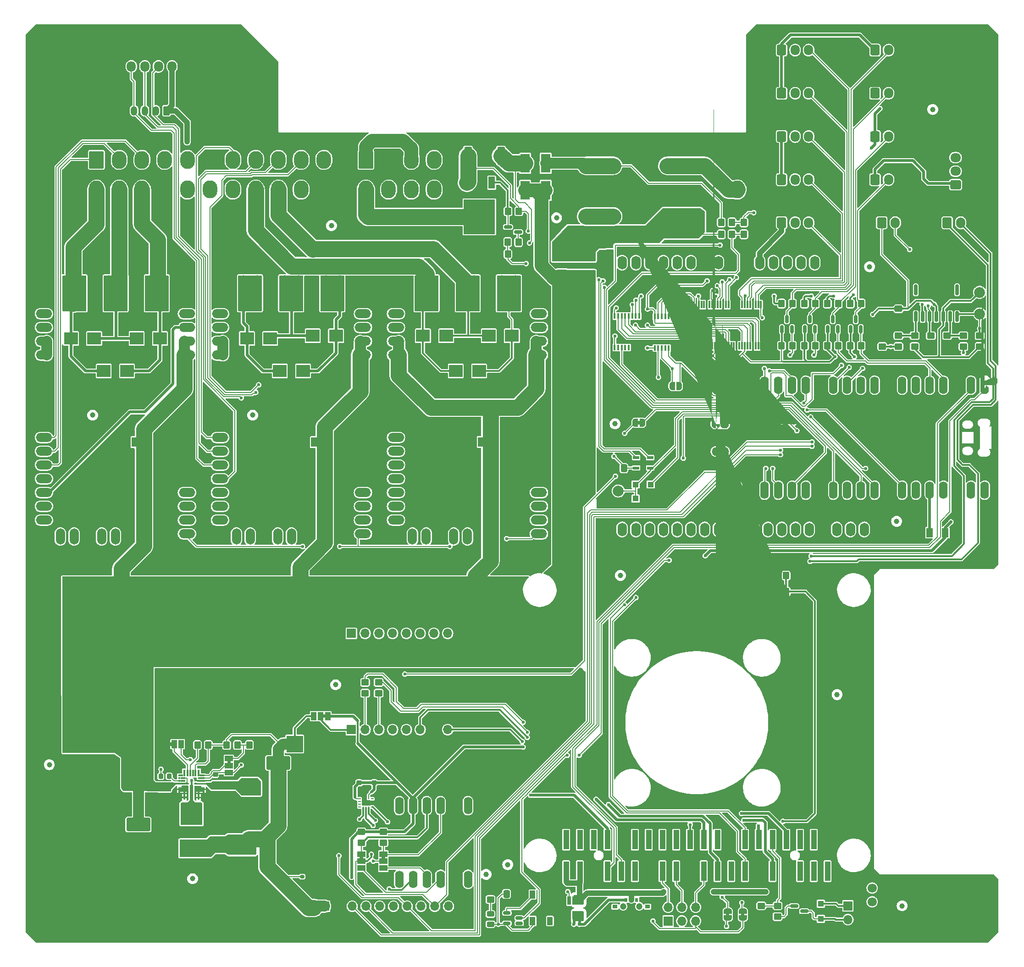
<source format=gbr>
%TF.GenerationSoftware,KiCad,Pcbnew,7.0.11+1*%
%TF.CreationDate,2024-04-25T18:59:41+00:00*%
%TF.ProjectId,OpenMowerMainboard,4f70656e-4d6f-4776-9572-4d61696e626f,rev?*%
%TF.SameCoordinates,Original*%
%TF.FileFunction,Copper,L1,Top*%
%TF.FilePolarity,Positive*%
%FSLAX46Y46*%
G04 Gerber Fmt 4.6, Leading zero omitted, Abs format (unit mm)*
G04 Created by KiCad (PCBNEW 7.0.11+1) date 2024-04-25 18:59:41*
%MOMM*%
%LPD*%
G01*
G04 APERTURE LIST*
G04 Aperture macros list*
%AMRoundRect*
0 Rectangle with rounded corners*
0 $1 Rounding radius*
0 $2 $3 $4 $5 $6 $7 $8 $9 X,Y pos of 4 corners*
0 Add a 4 corners polygon primitive as box body*
4,1,4,$2,$3,$4,$5,$6,$7,$8,$9,$2,$3,0*
0 Add four circle primitives for the rounded corners*
1,1,$1+$1,$2,$3*
1,1,$1+$1,$4,$5*
1,1,$1+$1,$6,$7*
1,1,$1+$1,$8,$9*
0 Add four rect primitives between the rounded corners*
20,1,$1+$1,$2,$3,$4,$5,0*
20,1,$1+$1,$4,$5,$6,$7,0*
20,1,$1+$1,$6,$7,$8,$9,0*
20,1,$1+$1,$8,$9,$2,$3,0*%
%AMFreePoly0*
4,1,19,0.500000,-0.750000,0.000000,-0.750000,0.000000,-0.744911,-0.071157,-0.744911,-0.207708,-0.704816,-0.327430,-0.627875,-0.420627,-0.520320,-0.479746,-0.390866,-0.500000,-0.250000,-0.500000,0.250000,-0.479746,0.390866,-0.420627,0.520320,-0.327430,0.627875,-0.207708,0.704816,-0.071157,0.744911,0.000000,0.744911,0.000000,0.750000,0.500000,0.750000,0.500000,-0.750000,0.500000,-0.750000,
$1*%
%AMFreePoly1*
4,1,19,0.000000,0.744911,0.071157,0.744911,0.207708,0.704816,0.327430,0.627875,0.420627,0.520320,0.479746,0.390866,0.500000,0.250000,0.500000,-0.250000,0.479746,-0.390866,0.420627,-0.520320,0.327430,-0.627875,0.207708,-0.704816,0.071157,-0.744911,0.000000,-0.744911,0.000000,-0.750000,-0.500000,-0.750000,-0.500000,0.750000,0.000000,0.750000,0.000000,0.744911,0.000000,0.744911,
$1*%
%AMFreePoly2*
4,1,58,1.881242,0.792533,1.914585,0.788777,1.924216,0.782725,1.935306,0.780194,1.961541,0.759271,1.989950,0.741421,2.341421,0.389950,2.359271,0.361541,2.380194,0.335306,2.382725,0.324216,2.388777,0.314585,2.392533,0.281242,2.400000,0.248529,2.400000,-0.248529,2.392533,-0.281242,2.388777,-0.314585,2.382725,-0.324216,2.380194,-0.335306,2.359271,-0.361541,2.341421,-0.389950,
1.989950,-0.741421,1.961541,-0.759271,1.935306,-0.780194,1.924216,-0.782725,1.914585,-0.788777,1.881242,-0.792533,1.848529,-0.800000,0.000000,-0.800000,-0.248529,-0.800000,-0.281242,-0.792533,-0.314585,-0.788777,-0.324216,-0.782725,-0.335306,-0.780194,-0.361541,-0.759271,-0.389950,-0.741421,-0.741421,-0.389950,-0.759271,-0.361541,-0.780194,-0.335306,-0.782725,-0.324216,-0.788777,-0.314585,
-0.792533,-0.281242,-0.800000,-0.248529,-0.800000,0.248529,-0.792533,0.281242,-0.788777,0.314585,-0.782725,0.324216,-0.780194,0.335306,-0.759271,0.361541,-0.741421,0.389950,-0.389950,0.741421,-0.361541,0.759271,-0.335306,0.780194,-0.324216,0.782725,-0.314585,0.788777,-0.281242,0.792533,-0.248529,0.800000,1.848529,0.800000,1.881242,0.792533,1.881242,0.792533,$1*%
%AMFreePoly3*
4,1,58,0.281242,0.792533,0.314585,0.788777,0.324216,0.782725,0.335306,0.780194,0.361541,0.759271,0.389950,0.741421,0.741421,0.389950,0.759271,0.361541,0.780194,0.335306,0.782725,0.324216,0.788777,0.314585,0.792533,0.281242,0.800000,0.248529,0.800000,-0.248529,0.792533,-0.281242,0.788777,-0.314585,0.782725,-0.324216,0.780194,-0.335306,0.759271,-0.361541,0.741421,-0.389950,
0.389950,-0.741421,0.361541,-0.759271,0.335306,-0.780194,0.324216,-0.782725,0.314585,-0.788777,0.281242,-0.792533,0.248529,-0.800000,0.000000,-0.800000,-0.248529,-0.800000,-0.281242,-0.792533,-0.314585,-0.788777,-0.324216,-0.782725,-0.335306,-0.780194,-0.361541,-0.759271,-0.389950,-0.741421,-0.741421,-0.389950,-0.759271,-0.361541,-0.780194,-0.335306,-0.782725,-0.324216,-0.788777,-0.314585,
-0.792533,-0.281242,-0.800000,-0.248529,-0.800000,0.248529,-0.792533,0.281242,-0.788777,0.314585,-0.782725,0.324216,-0.780194,0.335306,-0.759271,0.361541,-0.741421,0.389950,-0.389950,0.741421,-0.361541,0.759271,-0.335306,0.780194,-0.324216,0.782725,-0.314585,0.788777,-0.281242,0.792533,-0.248529,0.800000,0.248529,0.800000,0.281242,0.792533,0.281242,0.792533,$1*%
%AMFreePoly4*
4,1,58,0.281242,2.392533,0.314585,2.388777,0.324216,2.382725,0.335306,2.380194,0.361541,2.359271,0.389950,2.341421,0.741421,1.989950,0.759271,1.961541,0.780194,1.935306,0.782725,1.924216,0.788777,1.914585,0.792533,1.881242,0.800000,1.848529,0.800000,-0.248529,0.792533,-0.281242,0.788777,-0.314585,0.782725,-0.324216,0.780194,-0.335306,0.759271,-0.361541,0.741421,-0.389950,
0.389950,-0.741421,0.361541,-0.759271,0.335306,-0.780194,0.324216,-0.782725,0.314585,-0.788777,0.281242,-0.792533,0.248529,-0.800000,0.000000,-0.800000,-0.248529,-0.800000,-0.281242,-0.792533,-0.314585,-0.788777,-0.324216,-0.782725,-0.335306,-0.780194,-0.361541,-0.759271,-0.389950,-0.741421,-0.741421,-0.389950,-0.759271,-0.361541,-0.780194,-0.335306,-0.782725,-0.324216,-0.788777,-0.314585,
-0.792533,-0.281242,-0.800000,-0.248529,-0.800000,1.848529,-0.792533,1.881242,-0.788777,1.914585,-0.782725,1.924216,-0.780194,1.935306,-0.759271,1.961541,-0.741421,1.989950,-0.389950,2.341421,-0.361541,2.359271,-0.335306,2.380194,-0.324216,2.382725,-0.314585,2.388777,-0.281242,2.392533,-0.248529,2.400000,0.248529,2.400000,0.281242,2.392533,0.281242,2.392533,$1*%
G04 Aperture macros list end*
%TA.AperFunction,ComponentPad*%
%ADD10RoundRect,0.250001X-1.099999X-1.399999X1.099999X-1.399999X1.099999X1.399999X-1.099999X1.399999X0*%
%TD*%
%TA.AperFunction,ComponentPad*%
%ADD11O,2.700000X3.300000*%
%TD*%
%TA.AperFunction,ComponentPad*%
%ADD12RoundRect,0.250000X-0.600000X-0.725000X0.600000X-0.725000X0.600000X0.725000X-0.600000X0.725000X0*%
%TD*%
%TA.AperFunction,ComponentPad*%
%ADD13O,1.700000X1.950000*%
%TD*%
%TA.AperFunction,ComponentPad*%
%ADD14RoundRect,0.249999X0.350001X0.625001X-0.350001X0.625001X-0.350001X-0.625001X0.350001X-0.625001X0*%
%TD*%
%TA.AperFunction,ComponentPad*%
%ADD15O,1.200000X1.750000*%
%TD*%
%TA.AperFunction,ComponentPad*%
%ADD16C,0.900000*%
%TD*%
%TA.AperFunction,ComponentPad*%
%ADD17C,10.000000*%
%TD*%
%TA.AperFunction,SMDPad,CuDef*%
%ADD18R,1.800000X3.500000*%
%TD*%
%TA.AperFunction,SMDPad,CuDef*%
%ADD19C,1.000000*%
%TD*%
%TA.AperFunction,ComponentPad*%
%ADD20O,3.000000X1.700000*%
%TD*%
%TA.AperFunction,ComponentPad*%
%ADD21O,1.700000X3.000000*%
%TD*%
%TA.AperFunction,SMDPad,CuDef*%
%ADD22R,0.400000X1.000000*%
%TD*%
%TA.AperFunction,SMDPad,CuDef*%
%ADD23RoundRect,0.250000X-0.450000X0.350000X-0.450000X-0.350000X0.450000X-0.350000X0.450000X0.350000X0*%
%TD*%
%TA.AperFunction,SMDPad,CuDef*%
%ADD24RoundRect,0.225000X-0.250000X0.225000X-0.250000X-0.225000X0.250000X-0.225000X0.250000X0.225000X0*%
%TD*%
%TA.AperFunction,SMDPad,CuDef*%
%ADD25RoundRect,0.150000X-0.587500X-0.150000X0.587500X-0.150000X0.587500X0.150000X-0.587500X0.150000X0*%
%TD*%
%TA.AperFunction,SMDPad,CuDef*%
%ADD26RoundRect,0.250000X0.350000X0.450000X-0.350000X0.450000X-0.350000X-0.450000X0.350000X-0.450000X0*%
%TD*%
%TA.AperFunction,SMDPad,CuDef*%
%ADD27RoundRect,0.250000X-0.350000X-0.450000X0.350000X-0.450000X0.350000X0.450000X-0.350000X0.450000X0*%
%TD*%
%TA.AperFunction,SMDPad,CuDef*%
%ADD28R,0.475000X0.250000*%
%TD*%
%TA.AperFunction,SMDPad,CuDef*%
%ADD29R,0.250000X0.475000*%
%TD*%
%TA.AperFunction,SMDPad,CuDef*%
%ADD30RoundRect,0.250000X-0.337500X-0.475000X0.337500X-0.475000X0.337500X0.475000X-0.337500X0.475000X0*%
%TD*%
%TA.AperFunction,ComponentPad*%
%ADD31R,2.000000X2.000000*%
%TD*%
%TA.AperFunction,ComponentPad*%
%ADD32C,2.000000*%
%TD*%
%TA.AperFunction,SMDPad,CuDef*%
%ADD33RoundRect,0.243750X-0.456250X0.243750X-0.456250X-0.243750X0.456250X-0.243750X0.456250X0.243750X0*%
%TD*%
%TA.AperFunction,SMDPad,CuDef*%
%ADD34RoundRect,0.250000X0.450000X-0.350000X0.450000X0.350000X-0.450000X0.350000X-0.450000X-0.350000X0*%
%TD*%
%TA.AperFunction,SMDPad,CuDef*%
%ADD35RoundRect,0.150000X0.512500X0.150000X-0.512500X0.150000X-0.512500X-0.150000X0.512500X-0.150000X0*%
%TD*%
%TA.AperFunction,SMDPad,CuDef*%
%ADD36RoundRect,0.250000X1.950000X1.000000X-1.950000X1.000000X-1.950000X-1.000000X1.950000X-1.000000X0*%
%TD*%
%TA.AperFunction,ComponentPad*%
%ADD37C,2.350000*%
%TD*%
%TA.AperFunction,SMDPad,CuDef*%
%ADD38RoundRect,0.225000X0.250000X-0.225000X0.250000X0.225000X-0.250000X0.225000X-0.250000X-0.225000X0*%
%TD*%
%TA.AperFunction,SMDPad,CuDef*%
%ADD39R,1.000000X1.500000*%
%TD*%
%TA.AperFunction,SMDPad,CuDef*%
%ADD40R,1.100000X1.100000*%
%TD*%
%TA.AperFunction,ComponentPad*%
%ADD41R,1.700000X1.700000*%
%TD*%
%TA.AperFunction,ComponentPad*%
%ADD42O,1.700000X1.700000*%
%TD*%
%TA.AperFunction,SMDPad,CuDef*%
%ADD43R,1.500000X1.000000*%
%TD*%
%TA.AperFunction,SMDPad,CuDef*%
%ADD44RoundRect,0.250000X0.650000X-0.325000X0.650000X0.325000X-0.650000X0.325000X-0.650000X-0.325000X0*%
%TD*%
%TA.AperFunction,SMDPad,CuDef*%
%ADD45R,2.500000X2.300000*%
%TD*%
%TA.AperFunction,SMDPad,CuDef*%
%ADD46R,3.429000X2.413000*%
%TD*%
%TA.AperFunction,SMDPad,CuDef*%
%ADD47R,2.500000X1.800000*%
%TD*%
%TA.AperFunction,SMDPad,CuDef*%
%ADD48RoundRect,0.250000X-0.475000X0.337500X-0.475000X-0.337500X0.475000X-0.337500X0.475000X0.337500X0*%
%TD*%
%TA.AperFunction,SMDPad,CuDef*%
%ADD49RoundRect,0.150000X0.150000X-0.587500X0.150000X0.587500X-0.150000X0.587500X-0.150000X-0.587500X0*%
%TD*%
%TA.AperFunction,ComponentPad*%
%ADD50R,3.048000X3.048000*%
%TD*%
%TA.AperFunction,SMDPad,CuDef*%
%ADD51R,1.020000X3.600000*%
%TD*%
%TA.AperFunction,SMDPad,CuDef*%
%ADD52FreePoly0,180.000000*%
%TD*%
%TA.AperFunction,SMDPad,CuDef*%
%ADD53FreePoly1,180.000000*%
%TD*%
%TA.AperFunction,SMDPad,CuDef*%
%ADD54RoundRect,0.250000X-0.650000X0.325000X-0.650000X-0.325000X0.650000X-0.325000X0.650000X0.325000X0*%
%TD*%
%TA.AperFunction,SMDPad,CuDef*%
%ADD55R,0.650000X1.560000*%
%TD*%
%TA.AperFunction,SMDPad,CuDef*%
%ADD56R,1.190000X1.730000*%
%TD*%
%TA.AperFunction,ComponentPad*%
%ADD57RoundRect,0.250000X-0.600000X-0.750000X0.600000X-0.750000X0.600000X0.750000X-0.600000X0.750000X0*%
%TD*%
%TA.AperFunction,ComponentPad*%
%ADD58O,1.700000X2.000000*%
%TD*%
%TA.AperFunction,SMDPad,CuDef*%
%ADD59RoundRect,0.250000X-1.950000X-1.000000X1.950000X-1.000000X1.950000X1.000000X-1.950000X1.000000X0*%
%TD*%
%TA.AperFunction,SMDPad,CuDef*%
%ADD60R,0.300000X1.425000*%
%TD*%
%TA.AperFunction,SMDPad,CuDef*%
%ADD61R,1.150000X0.600000*%
%TD*%
%TA.AperFunction,SMDPad,CuDef*%
%ADD62RoundRect,0.225000X0.225000X0.250000X-0.225000X0.250000X-0.225000X-0.250000X0.225000X-0.250000X0*%
%TD*%
%TA.AperFunction,ComponentPad*%
%ADD63RoundRect,0.250000X0.725000X-0.600000X0.725000X0.600000X-0.725000X0.600000X-0.725000X-0.600000X0*%
%TD*%
%TA.AperFunction,ComponentPad*%
%ADD64O,1.950000X1.700000*%
%TD*%
%TA.AperFunction,ComponentPad*%
%ADD65C,1.200000*%
%TD*%
%TA.AperFunction,SMDPad,CuDef*%
%ADD66R,0.600000X0.700000*%
%TD*%
%TA.AperFunction,SMDPad,CuDef*%
%ADD67R,0.900000X0.700000*%
%TD*%
%TA.AperFunction,SMDPad,CuDef*%
%ADD68RoundRect,0.250000X-0.475000X0.250000X-0.475000X-0.250000X0.475000X-0.250000X0.475000X0.250000X0*%
%TD*%
%TA.AperFunction,SMDPad,CuDef*%
%ADD69R,1.200000X2.200000*%
%TD*%
%TA.AperFunction,SMDPad,CuDef*%
%ADD70R,5.800000X6.400000*%
%TD*%
%TA.AperFunction,SMDPad,CuDef*%
%ADD71C,2.000000*%
%TD*%
%TA.AperFunction,SMDPad,CuDef*%
%ADD72FreePoly2,270.000000*%
%TD*%
%TA.AperFunction,ComponentPad*%
%ADD73FreePoly3,270.000000*%
%TD*%
%TA.AperFunction,SMDPad,CuDef*%
%ADD74O,1.600000X3.200000*%
%TD*%
%TA.AperFunction,ComponentPad*%
%ADD75C,1.600000*%
%TD*%
%TA.AperFunction,SMDPad,CuDef*%
%ADD76RoundRect,0.200000X-0.600000X1.400000X-0.600000X-1.400000X0.600000X-1.400000X0.600000X1.400000X0*%
%TD*%
%TA.AperFunction,ComponentPad*%
%ADD77RoundRect,0.200000X-0.600000X0.600000X-0.600000X-0.600000X0.600000X-0.600000X0.600000X0.600000X0*%
%TD*%
%TA.AperFunction,SMDPad,CuDef*%
%ADD78FreePoly4,270.000000*%
%TD*%
%TA.AperFunction,SMDPad,CuDef*%
%ADD79RoundRect,0.200000X-1.400000X0.600000X-1.400000X-0.600000X1.400000X-0.600000X1.400000X0.600000X0*%
%TD*%
%TA.AperFunction,SMDPad,CuDef*%
%ADD80O,3.200000X1.600000*%
%TD*%
%TA.AperFunction,SMDPad,CuDef*%
%ADD81RoundRect,0.160000X0.222500X0.160000X-0.222500X0.160000X-0.222500X-0.160000X0.222500X-0.160000X0*%
%TD*%
%TA.AperFunction,ComponentPad*%
%ADD82C,1.700000*%
%TD*%
%TA.AperFunction,SMDPad,CuDef*%
%ADD83FreePoly0,90.000000*%
%TD*%
%TA.AperFunction,SMDPad,CuDef*%
%ADD84FreePoly1,90.000000*%
%TD*%
%TA.AperFunction,SMDPad,CuDef*%
%ADD85RoundRect,0.250000X0.337500X0.475000X-0.337500X0.475000X-0.337500X-0.475000X0.337500X-0.475000X0*%
%TD*%
%TA.AperFunction,SMDPad,CuDef*%
%ADD86R,0.412500X0.300000*%
%TD*%
%TA.AperFunction,SMDPad,CuDef*%
%ADD87R,0.875000X0.300000*%
%TD*%
%TA.AperFunction,SMDPad,CuDef*%
%ADD88R,0.400500X0.250000*%
%TD*%
%TA.AperFunction,SMDPad,CuDef*%
%ADD89R,1.525000X0.250000*%
%TD*%
%TA.AperFunction,SMDPad,CuDef*%
%ADD90R,0.400500X0.950000*%
%TD*%
%TA.AperFunction,SMDPad,CuDef*%
%ADD91R,1.525000X0.950000*%
%TD*%
%TA.AperFunction,SMDPad,CuDef*%
%ADD92R,0.450000X0.600000*%
%TD*%
%TA.AperFunction,SMDPad,CuDef*%
%ADD93R,0.450000X0.825000*%
%TD*%
%TA.AperFunction,SMDPad,CuDef*%
%ADD94R,0.300000X1.650000*%
%TD*%
%TA.AperFunction,SMDPad,CuDef*%
%ADD95R,0.300000X0.425000*%
%TD*%
%TA.AperFunction,SMDPad,CuDef*%
%ADD96R,0.450000X0.850000*%
%TD*%
%TA.AperFunction,SMDPad,CuDef*%
%ADD97R,0.450000X0.412500*%
%TD*%
%TA.AperFunction,SMDPad,CuDef*%
%ADD98R,0.450000X0.875000*%
%TD*%
%TA.AperFunction,SMDPad,CuDef*%
%ADD99R,0.300000X0.412500*%
%TD*%
%TA.AperFunction,SMDPad,CuDef*%
%ADD100R,0.300000X0.875000*%
%TD*%
%TA.AperFunction,SMDPad,CuDef*%
%ADD101R,0.400000X0.350000*%
%TD*%
%TA.AperFunction,SMDPad,CuDef*%
%ADD102R,0.500000X0.350000*%
%TD*%
%TA.AperFunction,SMDPad,CuDef*%
%ADD103R,0.600000X0.250000*%
%TD*%
%TA.AperFunction,SMDPad,CuDef*%
%ADD104R,0.400000X0.349998*%
%TD*%
%TA.AperFunction,SMDPad,CuDef*%
%ADD105RoundRect,0.249999X0.450001X1.425001X-0.450001X1.425001X-0.450001X-1.425001X0.450001X-1.425001X0*%
%TD*%
%TA.AperFunction,ConnectorPad*%
%ADD106O,1.600000X3.200000*%
%TD*%
%TA.AperFunction,SMDPad,CuDef*%
%ADD107RoundRect,0.150000X0.150000X-0.825000X0.150000X0.825000X-0.150000X0.825000X-0.150000X-0.825000X0*%
%TD*%
%TA.AperFunction,ComponentPad*%
%ADD108O,1.727200X2.500000*%
%TD*%
%TA.AperFunction,SMDPad,CuDef*%
%ADD109RoundRect,0.150000X0.587500X0.150000X-0.587500X0.150000X-0.587500X-0.150000X0.587500X-0.150000X0*%
%TD*%
%TA.AperFunction,ViaPad*%
%ADD110C,0.600000*%
%TD*%
%TA.AperFunction,Conductor*%
%ADD111C,0.150000*%
%TD*%
%TA.AperFunction,Conductor*%
%ADD112C,0.300000*%
%TD*%
%TA.AperFunction,Conductor*%
%ADD113C,0.500000*%
%TD*%
%TA.AperFunction,Conductor*%
%ADD114C,0.200000*%
%TD*%
%TA.AperFunction,Conductor*%
%ADD115C,2.000000*%
%TD*%
%TA.AperFunction,Conductor*%
%ADD116C,3.000000*%
%TD*%
%TA.AperFunction,Conductor*%
%ADD117C,1.000000*%
%TD*%
%TA.AperFunction,Conductor*%
%ADD118C,2.500000*%
%TD*%
G04 APERTURE END LIST*
%TA.AperFunction,EtchedComponent*%
%TO.C,JP1*%
G36*
X75546000Y-148280400D02*
G01*
X75046000Y-148280400D01*
X75046000Y-147680400D01*
X75546000Y-147680400D01*
X75546000Y-148280400D01*
G37*
%TD.AperFunction*%
%TA.AperFunction,EtchedComponent*%
%TO.C,JP10*%
G36*
X82463200Y-174352000D02*
G01*
X81863200Y-174352000D01*
X81863200Y-173852000D01*
X82463200Y-173852000D01*
X82463200Y-174352000D01*
G37*
%TD.AperFunction*%
%TA.AperFunction,EtchedComponent*%
%TO.C,JP6*%
G36*
X133650000Y-94100000D02*
G01*
X133150000Y-94100000D01*
X133150000Y-93500000D01*
X133650000Y-93500000D01*
X133650000Y-94100000D01*
G37*
%TD.AperFunction*%
%TA.AperFunction,EtchedComponent*%
%TO.C,JP5*%
G36*
X58000000Y-156700000D02*
G01*
X57400000Y-156700000D01*
X57400000Y-156200000D01*
X58000000Y-156200000D01*
X58000000Y-156700000D01*
G37*
%TD.AperFunction*%
%TA.AperFunction,EtchedComponent*%
%TO.C,JP8*%
G36*
X152900000Y-184850000D02*
G01*
X152300000Y-184850000D01*
X152300000Y-184350000D01*
X152900000Y-184350000D01*
X152900000Y-184850000D01*
G37*
%TD.AperFunction*%
%TA.AperFunction,EtchedComponent*%
%TO.C,JP11*%
G36*
X86527200Y-174352000D02*
G01*
X85927200Y-174352000D01*
X85927200Y-173852000D01*
X86527200Y-173852000D01*
X86527200Y-174352000D01*
G37*
%TD.AperFunction*%
%TA.AperFunction,EtchedComponent*%
%TO.C,JP4*%
G36*
X47200000Y-153457500D02*
G01*
X46700000Y-153457500D01*
X46700000Y-152857500D01*
X47200000Y-152857500D01*
X47200000Y-153457500D01*
G37*
%TD.AperFunction*%
%TA.AperFunction,EtchedComponent*%
%TO.C,JP7*%
G36*
X150100000Y-184850000D02*
G01*
X149500000Y-184850000D01*
X149500000Y-184350000D01*
X150100000Y-184350000D01*
X150100000Y-184850000D01*
G37*
%TD.AperFunction*%
%TD*%
D10*
%TO.P,J1,1,Pin_1*%
%TO.N,/ESCs/ML_HALL_U*%
X33250000Y-45250000D03*
D11*
%TO.P,J1,2,Pin_2*%
%TO.N,/ESCs/ML_HALL_V*%
X37450000Y-45250000D03*
%TO.P,J1,3,Pin_3*%
%TO.N,/ESCs/ML_HALL_W*%
X41650000Y-45250000D03*
%TO.P,J1,4,Pin_4*%
%TO.N,+5V*%
X45850000Y-45250000D03*
%TO.P,J1,5,Pin_5*%
%TO.N,unconnected-(J1-Pin_5-Pad5)*%
X50050000Y-45250000D03*
%TO.P,J1,6,Pin_6*%
%TO.N,GND*%
X54250000Y-45250000D03*
%TO.P,J1,7,Pin_7*%
%TO.N,/ESCs/MC_TEMP*%
X58450000Y-45250000D03*
%TO.P,J1,8,Pin_8*%
%TO.N,/ESCs/MR_HALL_U*%
X62650000Y-45250000D03*
%TO.P,J1,9,Pin_9*%
%TO.N,/ESCs/MR_HALL_V*%
X66850000Y-45250000D03*
%TO.P,J1,10,Pin_10*%
%TO.N,/ESCs/MR_HALL_W*%
X71050000Y-45250000D03*
%TO.P,J1,11,Pin_11*%
%TO.N,+5V*%
X75250000Y-45250000D03*
%TO.P,J1,12,Pin_12*%
%TO.N,/ESCs/ML_PHASE_W*%
X33250000Y-50750000D03*
%TO.P,J1,13,Pin_13*%
%TO.N,/ESCs/ML_PHASE_V*%
X37450000Y-50750000D03*
%TO.P,J1,14,Pin_14*%
%TO.N,/ESCs/ML_PHASE_U*%
X41650000Y-50750000D03*
%TO.P,J1,15,Pin_15*%
%TO.N,GND*%
X45850000Y-50750000D03*
%TO.P,J1,16,Pin_16*%
%TO.N,/ESCs/MC_PHASE_W*%
X50050000Y-50750000D03*
%TO.P,J1,17,Pin_17*%
%TO.N,/ESCs/MC_PHASE_V*%
X54250000Y-50750000D03*
%TO.P,J1,18,Pin_18*%
%TO.N,/ESCs/MC_PHASE_U*%
X58450000Y-50750000D03*
%TO.P,J1,19,Pin_19*%
%TO.N,/ESCs/MR_PHASE_W*%
X62650000Y-50750000D03*
%TO.P,J1,20,Pin_20*%
%TO.N,/ESCs/MR_PHASE_V*%
X66850000Y-50750000D03*
%TO.P,J1,21,Pin_21*%
%TO.N,/ESCs/MR_PHASE_U*%
X71050000Y-50750000D03*
%TO.P,J1,22,Pin_22*%
%TO.N,GND*%
X75250000Y-50750000D03*
%TD*%
D10*
%TO.P,J2,1,Pin_1*%
%TO.N,Net-(J2-Pin_1)*%
X83000000Y-45250000D03*
D11*
%TO.P,J2,2,Pin_2*%
%TO.N,GND*%
X87200000Y-45250000D03*
%TO.P,J2,3,Pin_3*%
%TO.N,Net-(J2-Pin_1)*%
X91400000Y-45250000D03*
%TO.P,J2,4,Pin_4*%
%TO.N,unconnected-(J2-Pin_4-Pad4)*%
X95600000Y-45250000D03*
%TO.P,J2,5,Pin_5*%
%TO.N,/RobotConnectors/MosfetSwitch/VOUT*%
X83000000Y-50750000D03*
%TO.P,J2,6,Pin_6*%
%TO.N,unconnected-(J2-Pin_6-Pad6)*%
X87200000Y-50750000D03*
%TO.P,J2,7,Pin_7*%
%TO.N,Net-(J2-Pin_7)*%
X91400000Y-50750000D03*
%TO.P,J2,8,Pin_8*%
%TO.N,unconnected-(J2-Pin_8-Pad8)*%
X95600000Y-50750000D03*
%TD*%
D10*
%TO.P,J3,1,Pin_1*%
%TO.N,GND*%
X151600000Y-45250000D03*
D11*
%TO.P,J3,2,Pin_2*%
%TO.N,Net-(J3-Pin_2)*%
X151600000Y-50750000D03*
%TD*%
D12*
%TO.P,J13,1,Pin_1*%
%TO.N,+5V*%
X177000000Y-40935000D03*
D13*
%TO.P,J13,2,Pin_2*%
%TO.N,/RobotConnectors/HALL_SWITCH_3_5V*%
X179500000Y-40935000D03*
%TO.P,J13,3,Pin_3*%
%TO.N,GND*%
X182000000Y-40935000D03*
%TD*%
D12*
%TO.P,J14,1,Pin_1*%
%TO.N,+5V*%
X177000000Y-48902500D03*
D13*
%TO.P,J14,2,Pin_2*%
%TO.N,/RobotConnectors/HALL_SWITCH_4_5V*%
X179500000Y-48902500D03*
%TO.P,J14,3,Pin_3*%
%TO.N,GND*%
X182000000Y-48902500D03*
%TD*%
D12*
%TO.P,J5,1,Pin_1*%
%TO.N,+5V*%
X159750000Y-25000000D03*
D13*
%TO.P,J5,2,Pin_2*%
%TO.N,/RobotConnectors/USS_1_TRIGGER_5V*%
X162250000Y-25000000D03*
%TO.P,J5,3,Pin_3*%
%TO.N,/RobotConnectors/USS_1_ECHO_5V*%
X164750000Y-25000000D03*
%TO.P,J5,4,Pin_4*%
%TO.N,GND*%
X167250000Y-25000000D03*
%TD*%
D12*
%TO.P,J6,1,Pin_1*%
%TO.N,+5V*%
X159750000Y-32967500D03*
D13*
%TO.P,J6,2,Pin_2*%
%TO.N,/RobotConnectors/USS_2_TRIGGER_5V*%
X162250000Y-32967500D03*
%TO.P,J6,3,Pin_3*%
%TO.N,/RobotConnectors/USS_2_ECHO_5V*%
X164750000Y-32967500D03*
%TO.P,J6,4,Pin_4*%
%TO.N,GND*%
X167250000Y-32967500D03*
%TD*%
D12*
%TO.P,J7,1,Pin_1*%
%TO.N,+5V*%
X159750000Y-40935000D03*
D13*
%TO.P,J7,2,Pin_2*%
%TO.N,/RobotConnectors/USS_3_TRIGGER_5V*%
X162250000Y-40935000D03*
%TO.P,J7,3,Pin_3*%
%TO.N,/RobotConnectors/USS_3_ECHO_5V*%
X164750000Y-40935000D03*
%TO.P,J7,4,Pin_4*%
%TO.N,GND*%
X167250000Y-40935000D03*
%TD*%
D12*
%TO.P,J8,1,Pin_1*%
%TO.N,+5V*%
X159750000Y-48902500D03*
D13*
%TO.P,J8,2,Pin_2*%
%TO.N,/RobotConnectors/USS_4_TRIGGER_5V*%
X162250000Y-48902500D03*
%TO.P,J8,3,Pin_3*%
%TO.N,/RobotConnectors/USS_4_ECHO_5V*%
X164750000Y-48902500D03*
%TO.P,J8,4,Pin_4*%
%TO.N,GND*%
X167250000Y-48902500D03*
%TD*%
D12*
%TO.P,J9,1,Pin_1*%
%TO.N,+5V*%
X159750000Y-56870000D03*
D13*
%TO.P,J9,2,Pin_2*%
%TO.N,/RobotConnectors/USS_5_TRIGGER_5V*%
X162250000Y-56870000D03*
%TO.P,J9,3,Pin_3*%
%TO.N,/RobotConnectors/USS_5_ECHO_5V*%
X164750000Y-56870000D03*
%TO.P,J9,4,Pin_4*%
%TO.N,GND*%
X167250000Y-56870000D03*
%TD*%
D12*
%TO.P,J12,1,Pin_1*%
%TO.N,+5V*%
X177000000Y-32967500D03*
D13*
%TO.P,J12,2,Pin_2*%
%TO.N,/RobotConnectors/HALL_SWITCH_2_5V*%
X179500000Y-32967500D03*
%TO.P,J12,3,Pin_3*%
%TO.N,GND*%
X182000000Y-32967500D03*
%TD*%
D14*
%TO.P,J10,1,Pin_1*%
%TO.N,+5V*%
X46196000Y-36195000D03*
D15*
%TO.P,J10,2,Pin_2*%
%TO.N,/ESCs/MC_HALL_W*%
X44196000Y-36195000D03*
%TO.P,J10,3,Pin_3*%
%TO.N,/ESCs/MC_HALL_V*%
X42196000Y-36195000D03*
%TO.P,J10,4,Pin_4*%
%TO.N,/ESCs/MC_HALL_U*%
X40196000Y-36195000D03*
%TO.P,J10,5,Pin_5*%
%TO.N,GND*%
X38196000Y-36195000D03*
%TD*%
D12*
%TO.P,J11,1,Pin_1*%
%TO.N,+5V*%
X177000000Y-25000000D03*
D13*
%TO.P,J11,2,Pin_2*%
%TO.N,/RobotConnectors/HALL_SWITCH_1_5V*%
X179500000Y-25000000D03*
%TO.P,J11,3,Pin_3*%
%TO.N,GND*%
X182000000Y-25000000D03*
%TD*%
D16*
%TO.P,H1,1,1*%
%TO.N,GND*%
X22750000Y-30000000D03*
X23848350Y-27348350D03*
X23848350Y-32651650D03*
X26500000Y-26250000D03*
D17*
X26500000Y-30000000D03*
D16*
X26500000Y-33750000D03*
X29151650Y-27348350D03*
X29151650Y-32651650D03*
X30250000Y-30000000D03*
%TD*%
%TO.P,H2,1,1*%
%TO.N,GND*%
X22750000Y-182500000D03*
X23848350Y-179848350D03*
X23848350Y-185151650D03*
X26500000Y-178750000D03*
D17*
X26500000Y-182500000D03*
D16*
X26500000Y-186250000D03*
X29151650Y-179848350D03*
X29151650Y-185151650D03*
X30250000Y-182500000D03*
%TD*%
%TO.P,H3,1,1*%
%TO.N,GND*%
X189750000Y-30000000D03*
X190848350Y-27348350D03*
X190848350Y-32651650D03*
X193500000Y-26250000D03*
D17*
X193500000Y-30000000D03*
D16*
X193500000Y-33750000D03*
X196151650Y-27348350D03*
X196151650Y-32651650D03*
X197250000Y-30000000D03*
%TD*%
%TO.P,H4,1,1*%
%TO.N,GND*%
X189750000Y-182500000D03*
X190848350Y-179848350D03*
X190848350Y-185151650D03*
X193500000Y-178750000D03*
D17*
X193500000Y-182500000D03*
D16*
X193500000Y-186250000D03*
X196151650Y-179848350D03*
X196151650Y-185151650D03*
X197250000Y-182500000D03*
%TD*%
D18*
%TO.P,D15,1,K*%
%TO.N,V_BATT*%
X123250000Y-67300000D03*
%TO.P,D15,2,A*%
%TO.N,/RobotConnectors/V_BATTERY*%
X123250000Y-62300000D03*
%TD*%
D19*
%TO.P,FID16,*%
%TO.N,*%
X118200000Y-55950000D03*
%TD*%
D20*
%TO.P,U5,1,CAN_L*%
%TO.N,unconnected-(U5-CAN_L-Pad1)*%
X56060000Y-111775000D03*
%TO.P,U5,2,CAN_H*%
%TO.N,unconnected-(U5-CAN_H-Pad2)*%
X56060000Y-109235000D03*
%TO.P,U5,3,TEMPERATURE*%
%TO.N,/ESCs/MC_TEMP*%
X56060000Y-104155000D03*
%TO.P,U5,4,HALL_U*%
%TO.N,/ESCs/MC_HALL_U*%
X56060000Y-101615000D03*
%TO.P,U5,5,HALL_V*%
%TO.N,/ESCs/MC_HALL_V*%
X56060000Y-99075000D03*
%TO.P,U5,5V,5V*%
%TO.N,+5V*%
X56060000Y-106695000D03*
X56060000Y-76215000D03*
X82460000Y-76215000D03*
X56060000Y-73675000D03*
X82460000Y-73675000D03*
%TO.P,U5,6,HALL_W*%
%TO.N,/ESCs/MC_HALL_W*%
X56060000Y-96535000D03*
D21*
%TO.P,U5,7,3V3_IN*%
%TO.N,unconnected-(U5-3V3_IN-Pad7)*%
X59100000Y-114815000D03*
%TO.P,U5,8,SWDCLK*%
%TO.N,unconnected-(U5-SWDCLK-Pad8)*%
X61640000Y-114815000D03*
%TO.P,U5,9,SWDIO*%
%TO.N,unconnected-(U5-SWDIO-Pad9)*%
X66720000Y-114815000D03*
%TO.P,U5,10,RESET*%
%TO.N,unconnected-(U5-RESET-Pad10)*%
X69260000Y-114815000D03*
D20*
%TO.P,U5,11,MISO*%
%TO.N,Net-(JP6-B)*%
X82460000Y-114315000D03*
%TO.P,U5,12,MOSI/TX*%
%TO.N,/ESCs/MC_TX*%
X82460000Y-111775000D03*
%TO.P,U5,13,SCK*%
%TO.N,unconnected-(U5-SCK-Pad13)*%
X82460000Y-109235000D03*
%TO.P,U5,14,NCS/RX*%
%TO.N,/ESCs/MC_RX*%
X82460000Y-106695000D03*
%TO.P,U5,GND,GND*%
%TO.N,GND*%
X56060000Y-114315000D03*
D21*
X64180000Y-114815000D03*
D20*
X82460000Y-104155000D03*
X56060000Y-93995000D03*
X56060000Y-71135000D03*
X82460000Y-71135000D03*
X56060000Y-68595000D03*
X82460000Y-68595000D03*
D21*
%TO.P,U5,U,U*%
%TO.N,/ESCs/MC_PHASE_U*%
X75610000Y-71635000D03*
X78150000Y-71635000D03*
X75610000Y-68095000D03*
X78150000Y-68095000D03*
%TO.P,U5,V,V*%
%TO.N,/ESCs/MC_PHASE_V*%
X67990000Y-71635000D03*
X70530000Y-71635000D03*
X67990000Y-68095000D03*
X70530000Y-68095000D03*
D20*
%TO.P,U5,VM,VIN*%
%TO.N,V_BATT*%
X56060000Y-81295000D03*
X82460000Y-81295000D03*
X56060000Y-78755000D03*
X82460000Y-78755000D03*
D21*
%TO.P,U5,W,W*%
%TO.N,/ESCs/MC_PHASE_W*%
X60370000Y-71635000D03*
X62910000Y-71635000D03*
X60370000Y-68095000D03*
X62910000Y-68095000D03*
%TD*%
D22*
%TO.P,U9,1,A4*%
%TO.N,/RobotConnectors/USS_5_TRIGGER*%
X128925000Y-79900000D03*
%TO.P,U9,2,A6*%
%TO.N,unconnected-(U9-A6-Pad2)*%
X129575000Y-79900000D03*
%TO.P,U9,3,A*%
%TO.N,/pico/MUX_OUTPUT*%
X130225000Y-79900000D03*
%TO.P,U9,4,A7*%
%TO.N,unconnected-(U9-A7-Pad4)*%
X130875000Y-79900000D03*
%TO.P,U9,5,A5*%
%TO.N,unconnected-(U9-A5-Pad5)*%
X131525000Y-79900000D03*
%TO.P,U9,6,~{E}*%
%TO.N,GND*%
X132175000Y-79900000D03*
%TO.P,U9,7,VEE*%
X132825000Y-79900000D03*
%TO.P,U9,8,GND*%
X133475000Y-79900000D03*
%TO.P,U9,9,S2*%
%TO.N,/pico/MUX_ADDRESS_2*%
X133475000Y-74100000D03*
%TO.P,U9,10,S1*%
%TO.N,/pico/MUX_ADDRESS_1*%
X132825000Y-74100000D03*
%TO.P,U9,11,S0*%
%TO.N,/pico/MUX_ADDRESS_0*%
X132175000Y-74100000D03*
%TO.P,U9,12,A3*%
%TO.N,/RobotConnectors/USS_4_TRIGGER*%
X131525000Y-74100000D03*
%TO.P,U9,13,A0*%
%TO.N,/RobotConnectors/USS_3_TRIGGER*%
X130875000Y-74100000D03*
%TO.P,U9,14,A1*%
%TO.N,/RobotConnectors/USS_2_TRIGGER*%
X130225000Y-74100000D03*
%TO.P,U9,15,A2*%
%TO.N,/RobotConnectors/USS_1_TRIGGER*%
X129575000Y-74100000D03*
%TO.P,U9,16,VCC*%
%TO.N,+3V3*%
X128925000Y-74100000D03*
%TD*%
D23*
%TO.P,R5,1*%
%TO.N,/RaspberryPi/RASPI_FAN_ON*%
X159000000Y-183000000D03*
%TO.P,R5,2*%
%TO.N,Net-(Q3-G)*%
X159000000Y-185000000D03*
%TD*%
D24*
%TO.P,C19,1*%
%TO.N,+5V*%
X56200000Y-172625000D03*
%TO.P,C19,2*%
%TO.N,GND*%
X56200000Y-174175000D03*
%TD*%
D25*
%TO.P,Q3,1,G*%
%TO.N,Net-(Q3-G)*%
X162062500Y-183050000D03*
%TO.P,Q3,2,S*%
%TO.N,GND*%
X162062500Y-184950000D03*
%TO.P,Q3,3,D*%
%TO.N,Net-(D1-A)*%
X163937500Y-184000000D03*
%TD*%
D26*
%TO.P,R41,1*%
%TO.N,GND*%
X154800000Y-56800000D03*
%TO.P,R41,2*%
%TO.N,/pico/V_CHARGE*%
X152800000Y-56800000D03*
%TD*%
D27*
%TO.P,R26,1*%
%TO.N,/RobotConnectors/ENABLE_CHARGE*%
X109220000Y-62650000D03*
%TO.P,R26,2*%
%TO.N,GND*%
X111220000Y-62650000D03*
%TD*%
D28*
%TO.P,AC1201,1,SDO/SA0*%
%TO.N,/IMU/MISO*%
X84162500Y-164750000D03*
%TO.P,AC1201,2,SDX*%
%TO.N,GND*%
X84162500Y-164250000D03*
%TO.P,AC1201,3,SCX*%
X84162500Y-163750000D03*
%TO.P,AC1201,4,INT1*%
%TO.N,unconnected-(AC1201-INT1-Pad4)*%
X84162500Y-163250000D03*
D29*
%TO.P,AC1201,5,VDDIO*%
%TO.N,+3V3*%
X83500000Y-163087500D03*
%TO.P,AC1201,6,GND_1*%
%TO.N,GND*%
X83000000Y-163087500D03*
%TO.P,AC1201,7,GND_2*%
X82500000Y-163087500D03*
D28*
%TO.P,AC1201,8,VDD*%
%TO.N,+3V3*%
X81837500Y-163250000D03*
%TO.P,AC1201,9,INT2*%
%TO.N,unconnected-(AC1201-INT2-Pad9)*%
X81837500Y-163750000D03*
%TO.P,AC1201,10,OCS_AUX*%
%TO.N,unconnected-(AC1201-OCS_AUX-Pad10)*%
X81837500Y-164250000D03*
%TO.P,AC1201,11,SDO_AUX*%
%TO.N,unconnected-(AC1201-SDO_AUX-Pad11)*%
X81837500Y-164750000D03*
D29*
%TO.P,AC1201,12,CS*%
%TO.N,/IMU/~{CS}*%
X82500000Y-164912500D03*
%TO.P,AC1201,13,SCL*%
%TO.N,/IMU/SCK*%
X83000000Y-164912500D03*
%TO.P,AC1201,14,SDA*%
%TO.N,/IMU/MOSI*%
X83500000Y-164912500D03*
%TD*%
D19*
%TO.P,FID6,*%
%TO.N,*%
X130000000Y-122000000D03*
%TD*%
D30*
%TO.P,C25,1*%
%TO.N,+5V*%
X108962500Y-180800000D03*
%TO.P,C25,2*%
%TO.N,GND*%
X111037500Y-180800000D03*
%TD*%
D31*
%TO.P,C3,1*%
%TO.N,V_BATT*%
X79235005Y-124612400D03*
D32*
%TO.P,C3,2*%
%TO.N,GND*%
X79235005Y-119612400D03*
%TD*%
D33*
%TO.P,D23,1,K*%
%TO.N,Net-(D23-K)*%
X106000000Y-184522500D03*
%TO.P,D23,2,A*%
%TO.N,+5V*%
X106000000Y-186397500D03*
%TD*%
D34*
%TO.P,R14,1*%
%TO.N,Net-(JP11-A)*%
X86223200Y-171352000D03*
%TO.P,R14,2*%
%TO.N,+3V3*%
X86223200Y-169352000D03*
%TD*%
D35*
%TO.P,U7,1,NC*%
%TO.N,unconnected-(U7-NC-Pad1)*%
X111307500Y-186220000D03*
%TO.P,U7,2,A*%
%TO.N,Net-(U11-GPIO10)*%
X111307500Y-185270000D03*
%TO.P,U7,3,GND*%
%TO.N,GND*%
X111307500Y-184320000D03*
%TO.P,U7,4,Y*%
%TO.N,Net-(D25-DIN)*%
X109032500Y-184320000D03*
%TO.P,U7,5,VCC*%
%TO.N,+5V*%
X109032500Y-186220000D03*
%TD*%
D36*
%TO.P,C10,1*%
%TO.N,V_BATT*%
X41000000Y-168000000D03*
%TO.P,C10,2*%
%TO.N,GND*%
X32600000Y-168000000D03*
%TD*%
D37*
%TO.P,F4,1*%
%TO.N,Net-(J2-Pin_7)*%
X123675000Y-55700000D03*
X128675000Y-55700000D03*
%TO.P,F4,2*%
%TO.N,/RobotConnectors/V_BATTERY*%
X138675000Y-55700000D03*
X143675000Y-55700000D03*
%TD*%
D26*
%TO.P,R40,1*%
%TO.N,/pico/V_CHARGE*%
X150600000Y-56800000D03*
%TO.P,R40,2*%
%TO.N,/RobotConnectors/V_CHARGE*%
X148600000Y-56800000D03*
%TD*%
D38*
%TO.P,C24,1*%
%TO.N,+3V3*%
X81750000Y-160275000D03*
%TO.P,C24,2*%
%TO.N,GND*%
X81750000Y-158725000D03*
%TD*%
D34*
%TO.P,R50,1*%
%TO.N,Net-(U2B-+)*%
X196320000Y-79720000D03*
%TO.P,R50,2*%
%TO.N,/RAIN_DETECTED*%
X196320000Y-77720000D03*
%TD*%
D39*
%TO.P,JP1,1,A*%
%TO.N,+3V3*%
X75946000Y-147980400D03*
%TO.P,JP1,2,C*%
%TO.N,Net-(J16-Pin_1)*%
X74646000Y-147980400D03*
%TO.P,JP1,3,B*%
%TO.N,+5V*%
X73346000Y-147980400D03*
%TD*%
D26*
%TO.P,R43,1*%
%TO.N,GND*%
X154800000Y-59000000D03*
%TO.P,R43,2*%
%TO.N,/pico/V_IN*%
X152800000Y-59000000D03*
%TD*%
D23*
%TO.P,R13,1*%
%TO.N,/pico/SOUND_RX*%
X85344000Y-141748000D03*
%TO.P,R13,2*%
%TO.N,Net-(J16-Pin_3)*%
X85344000Y-143748000D03*
%TD*%
D40*
%TO.P,D14,1,K*%
%TO.N,/CHARGE_CURRENT*%
X132800000Y-107800000D03*
%TO.P,D14,2,A*%
%TO.N,GND*%
X135600000Y-107800000D03*
%TD*%
D31*
%TO.P,C2,1*%
%TO.N,V_BATT*%
X30428020Y-124612400D03*
D32*
%TO.P,C2,2*%
%TO.N,GND*%
X30428020Y-119612400D03*
%TD*%
D20*
%TO.P,U4,1,CAN_L*%
%TO.N,unconnected-(U4-CAN_L-Pad1)*%
X23560000Y-111775000D03*
%TO.P,U4,2,CAN_H*%
%TO.N,unconnected-(U4-CAN_H-Pad2)*%
X23560000Y-109235000D03*
%TO.P,U4,3,TEMPERATURE*%
%TO.N,unconnected-(U4-TEMPERATURE-Pad3)*%
X23560000Y-104155000D03*
%TO.P,U4,4,HALL_U*%
%TO.N,/ESCs/ML_HALL_U*%
X23560000Y-101615000D03*
%TO.P,U4,5,HALL_V*%
%TO.N,/ESCs/ML_HALL_V*%
X23560000Y-99075000D03*
%TO.P,U4,5V,5V*%
%TO.N,+5V*%
X23560000Y-106695000D03*
X23560000Y-76215000D03*
X49960000Y-76215000D03*
X23560000Y-73675000D03*
X49960000Y-73675000D03*
%TO.P,U4,6,HALL_W*%
%TO.N,/ESCs/ML_HALL_W*%
X23560000Y-96535000D03*
D21*
%TO.P,U4,7,3V3_IN*%
%TO.N,unconnected-(U4-3V3_IN-Pad7)*%
X26600000Y-114815000D03*
%TO.P,U4,8,SWDCLK*%
%TO.N,unconnected-(U4-SWDCLK-Pad8)*%
X29140000Y-114815000D03*
%TO.P,U4,9,SWDIO*%
%TO.N,unconnected-(U4-SWDIO-Pad9)*%
X34220000Y-114815000D03*
%TO.P,U4,10,RESET*%
%TO.N,unconnected-(U4-RESET-Pad10)*%
X36760000Y-114815000D03*
D20*
%TO.P,U4,11,MISO*%
%TO.N,Net-(JP6-B)*%
X49960000Y-114315000D03*
%TO.P,U4,12,MOSI/TX*%
%TO.N,/ESCs/ML_TX*%
X49960000Y-111775000D03*
%TO.P,U4,13,SCK*%
%TO.N,unconnected-(U4-SCK-Pad13)*%
X49960000Y-109235000D03*
%TO.P,U4,14,NCS/RX*%
%TO.N,/ESCs/ML_RX*%
X49960000Y-106695000D03*
%TO.P,U4,GND,GND*%
%TO.N,GND*%
X23560000Y-114315000D03*
D21*
X31680000Y-114815000D03*
D20*
X49960000Y-104155000D03*
X23560000Y-93995000D03*
X23560000Y-71135000D03*
X49960000Y-71135000D03*
X23560000Y-68595000D03*
X49960000Y-68595000D03*
D21*
%TO.P,U4,U,U*%
%TO.N,/ESCs/ML_PHASE_U*%
X43110000Y-71635000D03*
X45650000Y-71635000D03*
X43110000Y-68095000D03*
X45650000Y-68095000D03*
%TO.P,U4,V,V*%
%TO.N,/ESCs/ML_PHASE_V*%
X35490000Y-71635000D03*
X38030000Y-71635000D03*
X35490000Y-68095000D03*
X38030000Y-68095000D03*
D20*
%TO.P,U4,VM,VIN*%
%TO.N,V_BATT*%
X23560000Y-81295000D03*
X49960000Y-81295000D03*
X23560000Y-78755000D03*
X49960000Y-78755000D03*
D21*
%TO.P,U4,W,W*%
%TO.N,/ESCs/ML_PHASE_W*%
X27870000Y-71635000D03*
X30410000Y-71635000D03*
X27870000Y-68095000D03*
X30410000Y-68095000D03*
%TD*%
D41*
%TO.P,J20,1,Pin_1*%
%TO.N,+5V*%
X75392200Y-183083200D03*
D42*
%TO.P,J20,2,Pin_2*%
%TO.N,GND*%
X77932200Y-183083200D03*
%TO.P,J20,3,Pin_3*%
%TO.N,/IMU/SCK*%
X80472200Y-183083200D03*
%TO.P,J20,4,Pin_4*%
%TO.N,/IMU/MOSI*%
X83012200Y-183083200D03*
%TO.P,J20,5,Pin_5*%
%TO.N,unconnected-(J20-Pin_5-Pad5)*%
X85552200Y-183083200D03*
%TO.P,J20,6,Pin_6*%
%TO.N,unconnected-(J20-Pin_6-Pad6)*%
X88092200Y-183083200D03*
%TO.P,J20,7,Pin_7*%
%TO.N,/IMU/MISO*%
X90632200Y-183083200D03*
%TO.P,J20,8,Pin_8*%
%TO.N,unconnected-(J20-Pin_8-Pad8)*%
X93172200Y-183083200D03*
%TO.P,J20,9,Pin_9*%
%TO.N,/IMU/~{CS}*%
X95712200Y-183083200D03*
%TO.P,J20,10,Pin_10*%
%TO.N,unconnected-(J20-Pin_10-Pad10)*%
X98252200Y-183083200D03*
%TD*%
D27*
%TO.P,R15,1*%
%TO.N,+3V3*%
X168216666Y-79600000D03*
%TO.P,R15,2*%
%TO.N,/RobotConnectors/HALL_SWITCH_3*%
X170216666Y-79600000D03*
%TD*%
D19*
%TO.P,FID5,*%
%TO.N,*%
X182000000Y-183000000D03*
%TD*%
D23*
%TO.P,R48,1*%
%TO.N,Net-(U2B--)*%
X193320000Y-77720000D03*
%TO.P,R48,2*%
%TO.N,+3V3*%
X193320000Y-79720000D03*
%TD*%
D36*
%TO.P,C9,1*%
%TO.N,V_BATT*%
X41000000Y-156600000D03*
%TO.P,C9,2*%
%TO.N,GND*%
X32600000Y-156600000D03*
%TD*%
D38*
%TO.P,C18,1*%
%TO.N,+5V*%
X56200000Y-170775000D03*
%TO.P,C18,2*%
%TO.N,GND*%
X56200000Y-169225000D03*
%TD*%
D19*
%TO.P,FID11,*%
%TO.N,*%
X77414800Y-142183200D03*
%TD*%
D43*
%TO.P,JP10,1,A*%
%TO.N,Net-(JP10-A)*%
X82163200Y-173452000D03*
%TO.P,JP10,2,C*%
%TO.N,/IMU/~{CS}*%
X82163200Y-174752000D03*
%TO.P,JP10,3,B*%
%TO.N,Net-(JP10-B)*%
X82163200Y-176052000D03*
%TD*%
D44*
%TO.P,C16,1*%
%TO.N,+5V*%
X58600000Y-170675000D03*
%TO.P,C16,2*%
%TO.N,GND*%
X58600000Y-167725000D03*
%TD*%
D45*
%TO.P,D7,1,A1*%
%TO.N,/ESCs/MC_PHASE_V*%
X73175000Y-77750000D03*
%TO.P,D7,2,A2*%
%TO.N,/ESCs/MC_PHASE_U*%
X77475000Y-77750000D03*
%TD*%
D46*
%TO.P,L1,1,1*%
%TO.N,Net-(IC3-LX_1)*%
X50800000Y-166479000D03*
%TO.P,L1,2,2*%
%TO.N,+5V*%
X50800000Y-172321000D03*
%TD*%
D47*
%TO.P,D19,1,A1*%
%TO.N,GND*%
X70150000Y-97400000D03*
%TO.P,D19,2,A2*%
%TO.N,V_BATT*%
X74150000Y-97400000D03*
%TD*%
D45*
%TO.P,D5,1,A1*%
%TO.N,/ESCs/ML_PHASE_W*%
X28545000Y-78250000D03*
%TO.P,D5,2,A2*%
%TO.N,/ESCs/ML_PHASE_V*%
X32845000Y-78250000D03*
%TD*%
D20*
%TO.P,U6,1,CAN_L*%
%TO.N,unconnected-(U6-CAN_L-Pad1)*%
X88560000Y-111775000D03*
%TO.P,U6,2,CAN_H*%
%TO.N,unconnected-(U6-CAN_H-Pad2)*%
X88560000Y-109235000D03*
%TO.P,U6,3,TEMPERATURE*%
%TO.N,unconnected-(U6-TEMPERATURE-Pad3)*%
X88560000Y-104155000D03*
%TO.P,U6,4,HALL_U*%
%TO.N,/ESCs/MR_HALL_U*%
X88560000Y-101615000D03*
%TO.P,U6,5,HALL_V*%
%TO.N,/ESCs/MR_HALL_V*%
X88560000Y-99075000D03*
%TO.P,U6,5V,5V*%
%TO.N,+5V*%
X88560000Y-106695000D03*
X88560000Y-76215000D03*
X114960000Y-76215000D03*
X88560000Y-73675000D03*
X114960000Y-73675000D03*
%TO.P,U6,6,HALL_W*%
%TO.N,/ESCs/MR_HALL_W*%
X88560000Y-96535000D03*
D21*
%TO.P,U6,7,3V3_IN*%
%TO.N,unconnected-(U6-3V3_IN-Pad7)*%
X91600000Y-114815000D03*
%TO.P,U6,8,SWDCLK*%
%TO.N,unconnected-(U6-SWDCLK-Pad8)*%
X94140000Y-114815000D03*
%TO.P,U6,9,SWDIO*%
%TO.N,unconnected-(U6-SWDIO-Pad9)*%
X99220000Y-114815000D03*
%TO.P,U6,10,RESET*%
%TO.N,unconnected-(U6-RESET-Pad10)*%
X101760000Y-114815000D03*
D20*
%TO.P,U6,11,MISO*%
%TO.N,Net-(JP6-B)*%
X114960000Y-114315000D03*
%TO.P,U6,12,MOSI/TX*%
%TO.N,/ESCs/MR_TX*%
X114960000Y-111775000D03*
%TO.P,U6,13,SCK*%
%TO.N,unconnected-(U6-SCK-Pad13)*%
X114960000Y-109235000D03*
%TO.P,U6,14,NCS/RX*%
%TO.N,/ESCs/MR_RX*%
X114960000Y-106695000D03*
%TO.P,U6,GND,GND*%
%TO.N,GND*%
X88560000Y-114315000D03*
D21*
X96680000Y-114815000D03*
D20*
X114960000Y-104155000D03*
X88560000Y-93995000D03*
X88560000Y-71135000D03*
X114960000Y-71135000D03*
X88560000Y-68595000D03*
X114960000Y-68595000D03*
D21*
%TO.P,U6,U,U*%
%TO.N,/ESCs/MR_PHASE_U*%
X108110000Y-71635000D03*
X110650000Y-71635000D03*
X108110000Y-68095000D03*
X110650000Y-68095000D03*
%TO.P,U6,V,V*%
%TO.N,/ESCs/MR_PHASE_V*%
X100490000Y-71635000D03*
X103030000Y-71635000D03*
X100490000Y-68095000D03*
X103030000Y-68095000D03*
D20*
%TO.P,U6,VM,VIN*%
%TO.N,V_BATT*%
X88560000Y-81295000D03*
X114960000Y-81295000D03*
X88560000Y-78755000D03*
X114960000Y-78755000D03*
D21*
%TO.P,U6,W,W*%
%TO.N,/ESCs/MR_PHASE_W*%
X92870000Y-71635000D03*
X95410000Y-71635000D03*
X92870000Y-68095000D03*
X95410000Y-68095000D03*
%TD*%
D45*
%TO.P,D9,1,A1*%
%TO.N,/ESCs/MC_PHASE_W*%
X67100000Y-84250000D03*
%TO.P,D9,2,A2*%
%TO.N,/ESCs/MC_PHASE_U*%
X71400000Y-84250000D03*
%TD*%
D26*
%TO.P,R11,1*%
%TO.N,Net-(JP5-A)*%
X59300000Y-153300000D03*
%TO.P,R11,2*%
%TO.N,+5V*%
X57300000Y-153300000D03*
%TD*%
D34*
%TO.P,R7,1*%
%TO.N,Net-(J16-Pin_2)*%
X82854800Y-143748000D03*
%TO.P,R7,2*%
%TO.N,/pico/SOUND_TX*%
X82854800Y-141748000D03*
%TD*%
D40*
%TO.P,D13,1,K*%
%TO.N,+3V3*%
X135600000Y-105200000D03*
%TO.P,D13,2,A*%
%TO.N,/CHARGE_CURRENT*%
X132800000Y-105200000D03*
%TD*%
D34*
%TO.P,R44,1*%
%TO.N,GND*%
X187320000Y-79720000D03*
%TO.P,R44,2*%
%TO.N,/RobotConnectors/RAIN-*%
X187320000Y-77720000D03*
%TD*%
D26*
%TO.P,R12,1*%
%TO.N,GND*%
X63500000Y-153300000D03*
%TO.P,R12,2*%
%TO.N,Net-(JP5-A)*%
X61500000Y-153300000D03*
%TD*%
D37*
%TO.P,F2,1*%
%TO.N,/RobotConnectors/V_CHARGE*%
X123675000Y-46350000D03*
X128675000Y-46350000D03*
%TO.P,F2,2*%
%TO.N,Net-(J3-Pin_2)*%
X138675000Y-46350000D03*
X143675000Y-46350000D03*
%TD*%
D31*
%TO.P,C6,1*%
%TO.N,V_BATT*%
X46697015Y-124612400D03*
D32*
%TO.P,C6,2*%
%TO.N,GND*%
X46697015Y-119612400D03*
%TD*%
D22*
%TO.P,U10,1,A4*%
%TO.N,/RobotConnectors/USS_5_ECHO*%
X136325000Y-80000000D03*
%TO.P,U10,2,A6*%
%TO.N,/pico/SOUND_BUSY*%
X136975000Y-80000000D03*
%TO.P,U10,3,A*%
%TO.N,/pico/MUX_INPUT*%
X137625000Y-80000000D03*
%TO.P,U10,4,A7*%
%TO.N,unconnected-(U10-A7-Pad4)*%
X138275000Y-80000000D03*
%TO.P,U10,5,A5*%
%TO.N,/RAIN_DETECTED*%
X138925000Y-80000000D03*
%TO.P,U10,6,~{E}*%
%TO.N,GND*%
X139575000Y-80000000D03*
%TO.P,U10,7,VEE*%
X140225000Y-80000000D03*
%TO.P,U10,8,GND*%
X140875000Y-80000000D03*
%TO.P,U10,9,S2*%
%TO.N,/pico/MUX_ADDRESS_2*%
X140875000Y-74200000D03*
%TO.P,U10,10,S1*%
%TO.N,/pico/MUX_ADDRESS_1*%
X140225000Y-74200000D03*
%TO.P,U10,11,S0*%
%TO.N,/pico/MUX_ADDRESS_0*%
X139575000Y-74200000D03*
%TO.P,U10,12,A3*%
%TO.N,/RobotConnectors/USS_4_ECHO*%
X138925000Y-74200000D03*
%TO.P,U10,13,A0*%
%TO.N,/RobotConnectors/USS_3_ECHO*%
X138275000Y-74200000D03*
%TO.P,U10,14,A1*%
%TO.N,/RobotConnectors/USS_2_ECHO*%
X137625000Y-74200000D03*
%TO.P,U10,15,A2*%
%TO.N,/RobotConnectors/USS_1_ECHO*%
X136975000Y-74200000D03*
%TO.P,U10,16,VCC*%
%TO.N,+3V3*%
X136325000Y-74200000D03*
%TD*%
D47*
%TO.P,D20,1,A1*%
%TO.N,GND*%
X100950000Y-97350000D03*
%TO.P,D20,2,A2*%
%TO.N,V_BATT*%
X104950000Y-97350000D03*
%TD*%
D48*
%TO.P,C5,1*%
%TO.N,GND*%
X181320000Y-70682500D03*
%TO.P,C5,2*%
%TO.N,+3V3*%
X181320000Y-72757500D03*
%TD*%
D19*
%TO.P,FID1,*%
%TO.N,*%
X105200000Y-177200000D03*
%TD*%
%TO.P,FID9,*%
%TO.N,*%
X109200000Y-175400000D03*
%TD*%
D49*
%TO.P,Q16,1,G*%
%TO.N,+3V3*%
X172499999Y-76537500D03*
%TO.P,Q16,2,S*%
%TO.N,/RobotConnectors/HALL_SWITCH_4*%
X174399999Y-76537500D03*
%TO.P,Q16,3,D*%
%TO.N,/RobotConnectors/HALL_SWITCH_4_5V*%
X173449999Y-74662500D03*
%TD*%
D12*
%TO.P,J4,1,Pin_1*%
%TO.N,GND*%
X37200000Y-28000000D03*
D13*
%TO.P,J4,2,Pin_2*%
%TO.N,/ESCs/MC_HALL_U*%
X39700000Y-28000000D03*
%TO.P,J4,3,Pin_3*%
%TO.N,/ESCs/MC_HALL_V*%
X42200000Y-28000000D03*
%TO.P,J4,4,Pin_4*%
%TO.N,/ESCs/MC_HALL_W*%
X44700000Y-28000000D03*
%TO.P,J4,5,Pin_5*%
%TO.N,+5V*%
X47200000Y-28000000D03*
%TD*%
D50*
%TO.P,U1,1,IN-*%
%TO.N,GND*%
X29450000Y-171524000D03*
%TO.P,U1,2,IN+*%
%TO.N,V_BATT*%
X29450000Y-153124000D03*
%TO.P,U1,3,OUT+*%
%TO.N,+5V*%
X69850000Y-153124000D03*
%TO.P,U1,4,OUT-*%
%TO.N,GND*%
X69850000Y-171524000D03*
%TD*%
D19*
%TO.P,FID10,*%
%TO.N,*%
X62100000Y-92400000D03*
%TD*%
D51*
%TO.P,J21,1,3V3*%
%TO.N,unconnected-(J21-3V3-Pad1)*%
X119970000Y-170800000D03*
%TO.P,J21,2,5V*%
%TO.N,/RaspberryPi/RASPI_POWER*%
X119970000Y-176600000D03*
%TO.P,J21,3,SDA/GPIO2*%
%TO.N,unconnected-(J21-SDA{slash}GPIO2-Pad3)*%
X122510000Y-170800000D03*
%TO.P,J21,4,5V*%
%TO.N,/RaspberryPi/RASPI_POWER*%
X122510000Y-176600000D03*
%TO.P,J21,5,SCL/GPIO3*%
%TO.N,unconnected-(J21-SCL{slash}GPIO3-Pad5)*%
X125050000Y-170800000D03*
%TO.P,J21,6,GND*%
%TO.N,GND*%
X125050000Y-176600000D03*
%TO.P,J21,7,GCLK0/GPIO4*%
%TO.N,/ESCs/MR_RX*%
X127590000Y-170800000D03*
%TO.P,J21,8,GPIO14/TXD*%
%TO.N,/RaspberryPi/UART0_TXD*%
X127590000Y-176600000D03*
%TO.P,J21,9,GND*%
%TO.N,GND*%
X130130000Y-170800000D03*
%TO.P,J21,10,GPIO15/RXD*%
%TO.N,/RaspberryPi/UART0_RXD*%
X130130000Y-176600000D03*
%TO.P,J21,11,GPIO17*%
%TO.N,unconnected-(J21-GPIO17-Pad11)*%
X132670000Y-170800000D03*
%TO.P,J21,12,GPIO18/PWM0*%
%TO.N,unconnected-(J21-GPIO18{slash}PWM0-Pad12)*%
X132670000Y-176600000D03*
%TO.P,J21,13,GPIO27*%
%TO.N,unconnected-(J21-GPIO27-Pad13)*%
X135210000Y-170800000D03*
%TO.P,J21,14,GND*%
%TO.N,GND*%
X135210000Y-176600000D03*
%TO.P,J21,15,GPIO22*%
%TO.N,unconnected-(J21-GPIO22-Pad15)*%
X137750000Y-170800000D03*
%TO.P,J21,16,GPIO23*%
%TO.N,Net-(J21-GPIO23)*%
X137750000Y-176600000D03*
%TO.P,J21,17,3V3*%
%TO.N,unconnected-(J21-3V3-Pad17)*%
X140290000Y-170800000D03*
%TO.P,J21,18,GPIO24*%
%TO.N,Net-(J21-GPIO24)*%
X140290000Y-176600000D03*
%TO.P,J21,19,MOSI0/GPIO10*%
%TO.N,Net-(J21-MOSI0{slash}GPIO10)*%
X142830000Y-170800000D03*
%TO.P,J21,20,GND*%
%TO.N,GND*%
X142830000Y-176600000D03*
%TO.P,J21,21,MISO0/GPIO9*%
%TO.N,/ESCs/MC_TX*%
X145370000Y-170800000D03*
%TO.P,J21,22,GPIO25*%
%TO.N,Net-(J21-GPIO25)*%
X145370000Y-176600000D03*
%TO.P,J21,23,SCLK0/GPIO11*%
%TO.N,unconnected-(J21-SCLK0{slash}GPIO11-Pad23)*%
X147910000Y-170800000D03*
%TO.P,J21,24,~{CE0}/GPIO8*%
%TO.N,/ESCs/MC_RX*%
X147910000Y-176600000D03*
%TO.P,J21,25,GND*%
%TO.N,GND*%
X150450000Y-170800000D03*
%TO.P,J21,26,~{CE1}/GPIO7*%
%TO.N,unconnected-(J21-~{CE1}{slash}GPIO7-Pad26)*%
X150450000Y-176600000D03*
%TO.P,J21,27,ID_SD/GPIO0*%
%TO.N,/GPS/RXD*%
X152990000Y-170800000D03*
%TO.P,J21,28,ID_SC/GPIO1*%
%TO.N,/GPS/TXD*%
X152990000Y-176600000D03*
%TO.P,J21,29,GCLK1/GPIO5*%
%TO.N,/ESCs/MR_TX*%
X155530000Y-170800000D03*
%TO.P,J21,30,GND*%
%TO.N,GND*%
X155530000Y-176600000D03*
%TO.P,J21,31,GCLK2/GPIO6*%
%TO.N,/RaspberryPi/RASPI_FAN_ON*%
X158070000Y-170800000D03*
%TO.P,J21,32,PWM0/GPIO12*%
%TO.N,/ESCs/ML_RX*%
X158070000Y-176600000D03*
%TO.P,J21,33,PWM1/GPIO13*%
%TO.N,/ESCs/ML_TX*%
X160610000Y-170800000D03*
%TO.P,J21,34,GND*%
%TO.N,GND*%
X160610000Y-176600000D03*
%TO.P,J21,35,GPIO19/MISO1*%
%TO.N,unconnected-(J21-GPIO19{slash}MISO1-Pad35)*%
X163150000Y-170800000D03*
%TO.P,J21,36,GPIO16*%
%TO.N,unconnected-(J21-GPIO16-Pad36)*%
X163150000Y-176600000D03*
%TO.P,J21,37,GPIO26*%
%TO.N,unconnected-(J21-GPIO26-Pad37)*%
X165690000Y-170800000D03*
%TO.P,J21,38,GPIO20/MOSI1*%
%TO.N,unconnected-(J21-GPIO20{slash}MOSI1-Pad38)*%
X165690000Y-176600000D03*
%TO.P,J21,39,GND*%
%TO.N,GND*%
X168230000Y-170800000D03*
%TO.P,J21,40,GPIO21/SCLK1*%
%TO.N,unconnected-(J21-GPIO21{slash}SCLK1-Pad40)*%
X168230000Y-176600000D03*
%TD*%
D52*
%TO.P,JP6,1,A*%
%TO.N,/ESCs/ESC_SHUTDOWN*%
X134050000Y-93800000D03*
D53*
%TO.P,JP6,2,B*%
%TO.N,Net-(JP6-B)*%
X132750000Y-93800000D03*
%TD*%
D23*
%TO.P,R46,1*%
%TO.N,Net-(R46-Pad1)*%
X181320000Y-77720000D03*
%TO.P,R46,2*%
%TO.N,Net-(U2A--)*%
X181320000Y-79720000D03*
%TD*%
D27*
%TO.P,R2,1*%
%TO.N,GND*%
X158600000Y-122030000D03*
%TO.P,R2,2*%
%TO.N,Net-(J21-MOSI0{slash}GPIO10)*%
X160600000Y-122030000D03*
%TD*%
%TO.P,R9,1*%
%TO.N,+3V3*%
X163983333Y-79600000D03*
%TO.P,R9,2*%
%TO.N,/RobotConnectors/HALL_SWITCH_2*%
X165983333Y-79600000D03*
%TD*%
%TO.P,R10,1*%
%TO.N,+5V*%
X163983333Y-71800000D03*
%TO.P,R10,2*%
%TO.N,/RobotConnectors/HALL_SWITCH_2_5V*%
X165983333Y-71800000D03*
%TD*%
D31*
%TO.P,C7,1*%
%TO.N,V_BATT*%
X62966010Y-124612400D03*
D32*
%TO.P,C7,2*%
%TO.N,GND*%
X62966010Y-119612400D03*
%TD*%
D27*
%TO.P,R19,1*%
%TO.N,+3V3*%
X172449999Y-79600000D03*
%TO.P,R19,2*%
%TO.N,/RobotConnectors/HALL_SWITCH_4*%
X174449999Y-79600000D03*
%TD*%
D54*
%TO.P,C20,1*%
%TO.N,+5V*%
X61400000Y-172725000D03*
%TO.P,C20,2*%
%TO.N,GND*%
X61400000Y-175675000D03*
%TD*%
D45*
%TO.P,D10,1,A1*%
%TO.N,/ESCs/MR_PHASE_V*%
X105675000Y-77750000D03*
%TO.P,D10,2,A2*%
%TO.N,/ESCs/MR_PHASE_U*%
X109975000Y-77750000D03*
%TD*%
D55*
%TO.P,U3,1,VOUT*%
%TO.N,/RaspberryPi/RASPI_POWER*%
X122430000Y-182060000D03*
%TO.P,U3,2,VOUT*%
X121480000Y-182060000D03*
%TO.P,U3,3,ENABLE*%
%TO.N,/RaspberryPi/POWER_EN*%
X120530000Y-182060000D03*
%TO.P,U3,4,GND*%
%TO.N,GND*%
X120530000Y-184760000D03*
%TO.P,U3,5,VIN*%
%TO.N,+5V*%
X121480000Y-184760000D03*
%TO.P,U3,6,VIN*%
X122430000Y-184760000D03*
%TD*%
D23*
%TO.P,R18,1*%
%TO.N,GND*%
X106000000Y-179840000D03*
%TO.P,R18,2*%
%TO.N,Net-(D23-K)*%
X106000000Y-181840000D03*
%TD*%
D26*
%TO.P,R42,1*%
%TO.N,/pico/V_IN*%
X150600000Y-59000000D03*
%TO.P,R42,2*%
%TO.N,/RobotConnectors/V_BATTERY*%
X148600000Y-59000000D03*
%TD*%
D23*
%TO.P,R49,1*%
%TO.N,Net-(U2B--)*%
X190320000Y-77720000D03*
%TO.P,R49,2*%
%TO.N,GND*%
X190320000Y-79720000D03*
%TD*%
D31*
%TO.P,C8,1*%
%TO.N,V_BATT*%
X95504000Y-124612400D03*
D32*
%TO.P,C8,2*%
%TO.N,GND*%
X95504000Y-119612400D03*
%TD*%
D27*
%TO.P,R16,1*%
%TO.N,+5V*%
X168216666Y-71800000D03*
%TO.P,R16,2*%
%TO.N,/RobotConnectors/HALL_SWITCH_3_5V*%
X170216666Y-71800000D03*
%TD*%
D54*
%TO.P,C11,1*%
%TO.N,V_BATT*%
X57700000Y-160925000D03*
%TO.P,C11,2*%
%TO.N,GND*%
X57700000Y-163875000D03*
%TD*%
D56*
%TO.P,F1,1,1*%
%TO.N,Net-(U11-3V3)*%
X187068800Y-114096800D03*
%TO.P,F1,2,2*%
%TO.N,+3V3*%
X189968800Y-114096800D03*
%TD*%
D44*
%TO.P,C22,1*%
%TO.N,+5V*%
X61400000Y-170675000D03*
%TO.P,C22,2*%
%TO.N,GND*%
X61400000Y-167725000D03*
%TD*%
D57*
%TO.P,J18,1,Pin_1*%
%TO.N,/RobotConnectors/SPEAKER_PLUS*%
X190320000Y-56870000D03*
D58*
%TO.P,J18,2,Pin_2*%
%TO.N,/RobotConnectors/SPEAKER_MINUS*%
X192820000Y-56870000D03*
%TD*%
D59*
%TO.P,C23,1*%
%TO.N,+5V*%
X66800000Y-156600000D03*
%TO.P,C23,2*%
%TO.N,GND*%
X75200000Y-156600000D03*
%TD*%
D43*
%TO.P,JP5,1,A*%
%TO.N,Net-(JP5-A)*%
X57700000Y-155800000D03*
%TO.P,JP5,2,C*%
%TO.N,Net-(IC3-FB_1)*%
X57700000Y-157100000D03*
%TO.P,JP5,3,B*%
%TO.N,Net-(IC3-BIAS)*%
X57700000Y-158400000D03*
%TD*%
D38*
%TO.P,C17,1*%
%TO.N,Net-(IC3-BIAS)*%
X55200000Y-158775000D03*
%TO.P,C17,2*%
%TO.N,GND*%
X55200000Y-157225000D03*
%TD*%
D27*
%TO.P,R27,1*%
%TO.N,/RobotConnectors/ENABLE_CHARGE*%
X109170000Y-60450000D03*
%TO.P,R27,2*%
%TO.N,Net-(Q5-G)*%
X111170000Y-60450000D03*
%TD*%
D34*
%TO.P,R4,1*%
%TO.N,GND*%
X156000000Y-185000000D03*
%TO.P,R4,2*%
%TO.N,/RaspberryPi/RASPI_FAN_ON*%
X156000000Y-183000000D03*
%TD*%
D60*
%TO.P,IC1,1,1DIR*%
%TO.N,Net-(IC1-1DIR)*%
X155950000Y-71988000D03*
%TO.P,IC1,2,1B0*%
%TO.N,/RobotConnectors/USS_1_ECHO_5V*%
X155450000Y-71988000D03*
%TO.P,IC1,3,1B1*%
%TO.N,/RobotConnectors/USS_2_ECHO_5V*%
X154950000Y-71988000D03*
%TO.P,IC1,4,GND_1*%
%TO.N,GND*%
X154450000Y-71988000D03*
%TO.P,IC1,5,1B2*%
%TO.N,/RobotConnectors/USS_3_ECHO_5V*%
X153950000Y-71988000D03*
%TO.P,IC1,6,1B3*%
%TO.N,/RobotConnectors/USS_4_ECHO_5V*%
X153450000Y-71988000D03*
%TO.P,IC1,7,VCC(B)_1*%
%TO.N,+5V*%
X152950000Y-71988000D03*
%TO.P,IC1,8,1B4*%
%TO.N,/RobotConnectors/USS_5_ECHO_5V*%
X152450000Y-71988000D03*
%TO.P,IC1,9,1B5*%
%TO.N,GND*%
X151950000Y-71988000D03*
%TO.P,IC1,10,GND_2*%
X151450000Y-71988000D03*
%TO.P,IC1,11,1B6*%
X150950000Y-71988000D03*
%TO.P,IC1,12,1B7*%
X150450000Y-71988000D03*
%TO.P,IC1,13,2B0*%
%TO.N,/RobotConnectors/USS_5_TRIGGER_5V*%
X149950000Y-71988000D03*
%TO.P,IC1,14,2B1*%
%TO.N,/RobotConnectors/USS_4_TRIGGER_5V*%
X149450000Y-71988000D03*
%TO.P,IC1,15,GND_3*%
%TO.N,GND*%
X148950000Y-71988000D03*
%TO.P,IC1,16,2B2*%
%TO.N,/RobotConnectors/USS_3_TRIGGER_5V*%
X148450000Y-71988000D03*
%TO.P,IC1,17,2B3*%
%TO.N,/RobotConnectors/USS_2_TRIGGER_5V*%
X147950000Y-71988000D03*
%TO.P,IC1,18,VCC(B)_2*%
%TO.N,+5V*%
X147450000Y-71988000D03*
%TO.P,IC1,19,2B4*%
%TO.N,/RobotConnectors/USS_1_TRIGGER_5V*%
X146950000Y-71988000D03*
%TO.P,IC1,20,2B5*%
%TO.N,unconnected-(IC1-2B5-Pad20)*%
X146450000Y-71988000D03*
%TO.P,IC1,21,GND_4*%
%TO.N,GND*%
X145950000Y-71988000D03*
%TO.P,IC1,22,2B6*%
%TO.N,unconnected-(IC1-2B6-Pad22)*%
X145450000Y-71988000D03*
%TO.P,IC1,23,2B7*%
%TO.N,unconnected-(IC1-2B7-Pad23)*%
X144950000Y-71988000D03*
%TO.P,IC1,24,2DIR*%
%TO.N,Net-(IC1-2DIR)*%
X144450000Y-71988000D03*
%TO.P,IC1,25,~{2OE}*%
%TO.N,GND*%
X144450000Y-79612000D03*
%TO.P,IC1,26,2A7*%
X144950000Y-79612000D03*
%TO.P,IC1,27,2A6*%
X145450000Y-79612000D03*
%TO.P,IC1,28,GND_5*%
X145950000Y-79612000D03*
%TO.P,IC1,29,2A5*%
X146450000Y-79612000D03*
%TO.P,IC1,30,2A4*%
%TO.N,/RobotConnectors/USS_1_TRIGGER*%
X146950000Y-79612000D03*
%TO.P,IC1,31,VCC(A)_1*%
%TO.N,+3V3*%
X147450000Y-79612000D03*
%TO.P,IC1,32,2A3*%
%TO.N,/RobotConnectors/USS_2_TRIGGER*%
X147950000Y-79612000D03*
%TO.P,IC1,33,2A2*%
%TO.N,/RobotConnectors/USS_3_TRIGGER*%
X148450000Y-79612000D03*
%TO.P,IC1,34,GND_6*%
%TO.N,GND*%
X148950000Y-79612000D03*
%TO.P,IC1,35,2A1*%
%TO.N,/RobotConnectors/USS_4_TRIGGER*%
X149450000Y-79612000D03*
%TO.P,IC1,36,2A0*%
%TO.N,/RobotConnectors/USS_5_TRIGGER*%
X149950000Y-79612000D03*
%TO.P,IC1,37,1A7*%
%TO.N,unconnected-(IC1-1A7-Pad37)*%
X150450000Y-79612000D03*
%TO.P,IC1,38,1A6*%
%TO.N,unconnected-(IC1-1A6-Pad38)*%
X150950000Y-79612000D03*
%TO.P,IC1,39,GND_7*%
%TO.N,GND*%
X151450000Y-79612000D03*
%TO.P,IC1,40,1A5*%
%TO.N,unconnected-(IC1-1A5-Pad40)*%
X151950000Y-79612000D03*
%TO.P,IC1,41,1A4*%
%TO.N,/RobotConnectors/USS_5_ECHO*%
X152450000Y-79612000D03*
%TO.P,IC1,42,VCC(A)_2*%
%TO.N,+3V3*%
X152950000Y-79612000D03*
%TO.P,IC1,43,1A3*%
%TO.N,/RobotConnectors/USS_4_ECHO*%
X153450000Y-79612000D03*
%TO.P,IC1,44,1A2*%
%TO.N,/RobotConnectors/USS_3_ECHO*%
X153950000Y-79612000D03*
%TO.P,IC1,45,GND_8*%
%TO.N,GND*%
X154450000Y-79612000D03*
%TO.P,IC1,46,1A1*%
%TO.N,/RobotConnectors/USS_2_ECHO*%
X154950000Y-79612000D03*
%TO.P,IC1,47,1A0*%
%TO.N,/RobotConnectors/USS_1_ECHO*%
X155450000Y-79612000D03*
%TO.P,IC1,48,~{1OE}*%
%TO.N,GND*%
X155950000Y-79612000D03*
%TD*%
D61*
%TO.P,IC2,1,OUT*%
%TO.N,/CHARGE_CURRENT*%
X135500000Y-102150000D03*
%TO.P,IC2,2,GND*%
%TO.N,GND*%
X135500000Y-101200000D03*
%TO.P,IC2,3,VP*%
%TO.N,/RobotConnectors/CHARGE_SHUNT_PLUS*%
X135500000Y-100250000D03*
%TO.P,IC2,4,VM*%
%TO.N,/RobotConnectors/CHARGE_SHUNT_MINUS*%
X132900000Y-100250000D03*
%TO.P,IC2,5,VCC*%
%TO.N,+5V*%
X132900000Y-102150000D03*
%TD*%
D57*
%TO.P,J17,1,Pin_1*%
%TO.N,+3V3*%
X178250000Y-56870000D03*
D58*
%TO.P,J17,2,Pin_2*%
%TO.N,/RobotConnectors/RAIN-*%
X180750000Y-56870000D03*
%TD*%
D62*
%TO.P,C15,1*%
%TO.N,Net-(IC3-BST)*%
X46675000Y-159100000D03*
%TO.P,C15,2*%
%TO.N,Net-(IC3-LX_1)*%
X45125000Y-159100000D03*
%TD*%
D49*
%TO.P,Q13,1,G*%
%TO.N,+3V3*%
X159800000Y-76537500D03*
%TO.P,Q13,2,S*%
%TO.N,/RobotConnectors/HALL_SWITCH_1*%
X161700000Y-76537500D03*
%TO.P,Q13,3,D*%
%TO.N,/RobotConnectors/HALL_SWITCH_1_5V*%
X160750000Y-74662500D03*
%TD*%
D45*
%TO.P,D11,1,A1*%
%TO.N,/ESCs/MR_PHASE_W*%
X93545000Y-77750000D03*
%TO.P,D11,2,A2*%
%TO.N,/ESCs/MR_PHASE_V*%
X97845000Y-77750000D03*
%TD*%
D19*
%TO.P,FID15,*%
%TO.N,*%
X24550000Y-156950000D03*
%TD*%
D34*
%TO.P,R17,1*%
%TO.N,Net-(JP10-A)*%
X82159200Y-171352000D03*
%TO.P,R17,2*%
%TO.N,+3V3*%
X82159200Y-169352000D03*
%TD*%
D27*
%TO.P,R20,1*%
%TO.N,+5V*%
X172449999Y-71800000D03*
%TO.P,R20,2*%
%TO.N,/RobotConnectors/HALL_SWITCH_4_5V*%
X174449999Y-71800000D03*
%TD*%
D63*
%TO.P,J19,1,Pin_1*%
%TO.N,+5V*%
X191870000Y-49852500D03*
D64*
%TO.P,J19,2,Pin_2*%
%TO.N,/RobotConnectors/LED_RX*%
X191870000Y-47352500D03*
%TO.P,J19,3,Pin_3*%
%TO.N,/RobotConnectors/LED_TX*%
X191870000Y-44852500D03*
%TO.P,J19,4,Pin_4*%
%TO.N,GND*%
X191870000Y-42352500D03*
%TD*%
D45*
%TO.P,D4,1,A1*%
%TO.N,/ESCs/ML_PHASE_V*%
X40675000Y-78250000D03*
%TO.P,D4,2,A2*%
%TO.N,/ESCs/ML_PHASE_U*%
X44975000Y-78250000D03*
%TD*%
D49*
%TO.P,Q15,1,G*%
%TO.N,+3V3*%
X168266666Y-76537500D03*
%TO.P,Q15,2,S*%
%TO.N,/RobotConnectors/HALL_SWITCH_3*%
X170166666Y-76537500D03*
%TO.P,Q15,3,D*%
%TO.N,/RobotConnectors/HALL_SWITCH_3_5V*%
X169216666Y-74662500D03*
%TD*%
D19*
%TO.P,FID13,*%
%TO.N,*%
X32550000Y-92400000D03*
%TD*%
D65*
%TO.P,SW1,*%
%TO.N,*%
X130500000Y-183097500D03*
X133500000Y-183097500D03*
D66*
%TO.P,SW1,1,1*%
%TO.N,+5V*%
X131000000Y-181907500D03*
%TO.P,SW1,2,2*%
%TO.N,unconnected-(SW1-Pad2)*%
X133000000Y-181907500D03*
D67*
%TO.P,SW1,4,4*%
%TO.N,unconnected-(SW1-Pad4)*%
X135000000Y-183167500D03*
%TO.P,SW1,5,5*%
%TO.N,unconnected-(SW1-Pad5)*%
X129000000Y-183167500D03*
D66*
%TO.P,SW1,C,C*%
%TO.N,/RaspberryPi/RASPI_POWER*%
X132000000Y-181907500D03*
%TD*%
D68*
%TO.P,C14,1*%
%TO.N,V_BATT*%
X55200000Y-160850000D03*
%TO.P,C14,2*%
%TO.N,GND*%
X55200000Y-162750000D03*
%TD*%
D19*
%TO.P,FID12,*%
%TO.N,*%
X76650000Y-57400000D03*
%TD*%
D45*
%TO.P,D12,1,A1*%
%TO.N,/ESCs/MR_PHASE_W*%
X99600000Y-84250000D03*
%TO.P,D12,2,A2*%
%TO.N,/ESCs/MR_PHASE_U*%
X103900000Y-84250000D03*
%TD*%
D47*
%TO.P,D18,1,A1*%
%TO.N,GND*%
X37000000Y-97400000D03*
%TO.P,D18,2,A2*%
%TO.N,V_BATT*%
X41000000Y-97400000D03*
%TD*%
D45*
%TO.P,D6,1,A1*%
%TO.N,/ESCs/ML_PHASE_W*%
X34600000Y-84250000D03*
%TO.P,D6,2,A2*%
%TO.N,/ESCs/ML_PHASE_U*%
X38900000Y-84250000D03*
%TD*%
D69*
%TO.P,Q6,1,G*%
%TO.N,Net-(Q5-D)*%
X106230000Y-49480000D03*
D70*
%TO.P,Q6,2,D*%
%TO.N,/RobotConnectors/MosfetSwitch/VOUT*%
X103950000Y-55780000D03*
D69*
%TO.P,Q6,3,S*%
%TO.N,/RobotConnectors/CHARGE_SHUNT_MINUS*%
X101670000Y-49480000D03*
%TD*%
D27*
%TO.P,R8,1*%
%TO.N,Net-(IC3-PGOOD)*%
X51900000Y-153300000D03*
%TO.P,R8,2*%
%TO.N,+5V*%
X53900000Y-153300000D03*
%TD*%
D39*
%TO.P,D25,1,VDD*%
%TO.N,+5V*%
X113785000Y-185805000D03*
%TO.P,D25,2,DOUT*%
%TO.N,unconnected-(D25-DOUT-Pad2)*%
X116985000Y-185805000D03*
%TO.P,D25,3,VSS*%
%TO.N,GND*%
X116985000Y-180905000D03*
%TO.P,D25,4,DIN*%
%TO.N,Net-(D25-DIN)*%
X113785000Y-180905000D03*
%TD*%
D71*
%TO.P,TP5,1,1*%
%TO.N,/CHARGE_CURRENT*%
X129600000Y-106400000D03*
%TD*%
D72*
%TO.P,U11,1,GPIO0*%
%TO.N,/RaspberryPi/UART0_RXD*%
X197266544Y-86072104D03*
D73*
X197266544Y-87672104D03*
D74*
%TO.P,U11,2,GPIO1*%
%TO.N,/RaspberryPi/UART0_TXD*%
X194726544Y-86872104D03*
D75*
X194726544Y-87672104D03*
D76*
%TO.P,U11,3,GND*%
%TO.N,GND*%
X192186544Y-86872104D03*
D77*
X192186544Y-87672104D03*
D74*
%TO.P,U11,4,GPIO2*%
%TO.N,/RobotConnectors/HALL_SWITCH_4*%
X189646544Y-86872104D03*
D75*
X189646544Y-87672104D03*
D74*
%TO.P,U11,5,GPIO3*%
%TO.N,/RobotConnectors/HALL_SWITCH_3*%
X187106544Y-86872104D03*
D75*
X187106544Y-87672104D03*
D74*
%TO.P,U11,6,GPIO4*%
%TO.N,/IMU/MISO*%
X184566544Y-86872104D03*
D75*
X184566544Y-87672104D03*
D74*
%TO.P,U11,7,GPIO5*%
%TO.N,/IMU/~{CS}*%
X182026544Y-86872104D03*
D75*
X182026544Y-87672104D03*
D76*
%TO.P,U11,8,GND*%
%TO.N,GND*%
X179486544Y-86872104D03*
D77*
X179486544Y-87672104D03*
D74*
%TO.P,U11,9,GPIO6*%
%TO.N,/IMU/SCK*%
X176946544Y-86872104D03*
D75*
X176946544Y-87672104D03*
D74*
%TO.P,U11,10,GPIO7*%
%TO.N,/IMU/MOSI*%
X174406544Y-86872104D03*
D75*
X174406544Y-87672104D03*
D74*
%TO.P,U11,11,GPIO8*%
%TO.N,/RobotConnectors/LED_RX*%
X171866544Y-86872104D03*
D75*
X171866544Y-87672104D03*
D74*
%TO.P,U11,12,GPIO9*%
%TO.N,/RobotConnectors/LED_TX*%
X169326544Y-86872104D03*
D75*
X169326544Y-87672104D03*
D76*
%TO.P,U11,13,GND*%
%TO.N,GND*%
X166786544Y-86872104D03*
D77*
X166786544Y-87672104D03*
D74*
%TO.P,U11,14,GPIO10*%
%TO.N,Net-(U11-GPIO10)*%
X164246544Y-86872104D03*
D75*
X164246544Y-87672104D03*
D74*
%TO.P,U11,15,GPIO11*%
%TO.N,/pico/MUX_INPUT*%
X161706544Y-86872104D03*
D75*
X161706544Y-87672104D03*
D74*
%TO.P,U11,16,GPIO12*%
%TO.N,/pico/MUX_OUTPUT*%
X159166544Y-86872104D03*
D75*
X159166544Y-87672104D03*
D74*
%TO.P,U11,17,GPIO13*%
%TO.N,/pico/MUX_ADDRESS_0*%
X156626544Y-86872104D03*
D75*
X156626544Y-87672104D03*
D76*
%TO.P,U11,18,GND*%
%TO.N,GND*%
X154086544Y-86872104D03*
D77*
X154086544Y-87672104D03*
D74*
%TO.P,U11,19,GPIO14*%
%TO.N,/pico/MUX_ADDRESS_1*%
X151546544Y-86872104D03*
D75*
X151546544Y-87672104D03*
D74*
%TO.P,U11,20,GPIO15*%
%TO.N,/pico/MUX_ADDRESS_2*%
X149006544Y-86872104D03*
D75*
X149006544Y-87672104D03*
%TO.P,U11,21,GPIO16*%
%TO.N,/pico/SOUND_TX*%
X149006544Y-105452104D03*
D74*
X149006544Y-106252104D03*
D75*
%TO.P,U11,22,GPIO17*%
%TO.N,/pico/SOUND_RX*%
X151546544Y-105452104D03*
D74*
X151546544Y-106252104D03*
D77*
%TO.P,U11,23,GND*%
%TO.N,GND*%
X154086544Y-105452104D03*
D76*
X154086544Y-106252104D03*
D75*
%TO.P,U11,24,GPIO18*%
%TO.N,/RobotConnectors/HALL_SWITCH_1*%
X156626544Y-105452104D03*
D74*
X156626544Y-106252104D03*
D75*
%TO.P,U11,25,GPIO19*%
%TO.N,/RobotConnectors/HALL_SWITCH_2*%
X159166544Y-105452104D03*
D74*
X159166544Y-106252104D03*
D75*
%TO.P,U11,26,GPIO20*%
%TO.N,/ESCs/ESC_SHUTDOWN*%
X161706544Y-105452104D03*
D74*
X161706544Y-106252104D03*
D75*
%TO.P,U11,27,GPIO21*%
%TO.N,/RaspberryPi/POWER_EN*%
X164246544Y-105452104D03*
D74*
X164246544Y-106252104D03*
D77*
%TO.P,U11,28,GND*%
%TO.N,GND*%
X166786544Y-105452104D03*
D76*
X166786544Y-106252104D03*
D75*
%TO.P,U11,29,GPIO22*%
%TO.N,/RobotConnectors/ENABLE_CHARGE*%
X169326544Y-105452104D03*
D74*
X169326544Y-106252104D03*
D75*
%TO.P,U11,30,RUN*%
%TO.N,/RaspberryPi/PICO_RESET*%
X171866544Y-105452104D03*
D74*
X171866544Y-106252104D03*
D75*
%TO.P,U11,31,GPIO26_ADC0*%
%TO.N,/pico/V_CHARGE*%
X174406544Y-105452104D03*
D74*
X174406544Y-106252104D03*
D75*
%TO.P,U11,32,GPIO27_ADC1*%
%TO.N,/pico/V_IN*%
X176946544Y-105452104D03*
D74*
X176946544Y-106252104D03*
D77*
%TO.P,U11,33,AGND*%
%TO.N,GND*%
X179486544Y-105452104D03*
D76*
X179486544Y-106252104D03*
D75*
%TO.P,U11,34,GPIO28_ADC2*%
%TO.N,/CHARGE_CURRENT*%
X182026544Y-105452104D03*
D74*
X182026544Y-106252104D03*
D75*
%TO.P,U11,35,ADC_VREF*%
%TO.N,unconnected-(U11-ADC_VREF-Pad35)*%
X184566544Y-105452104D03*
D74*
X184566544Y-106252104D03*
D75*
%TO.P,U11,36,3V3*%
%TO.N,Net-(U11-3V3)*%
X187106544Y-105452104D03*
D74*
X187106544Y-106252104D03*
D75*
%TO.P,U11,37,3V3_EN*%
%TO.N,unconnected-(U11-3V3_EN-Pad37)*%
X189646544Y-105452104D03*
D74*
X189646544Y-106252104D03*
D77*
%TO.P,U11,38,GND*%
%TO.N,GND*%
X192186544Y-105452104D03*
D76*
X192186544Y-106252104D03*
D75*
%TO.P,U11,39,VSYS*%
%TO.N,+5V*%
X194726544Y-105452104D03*
D74*
X194726544Y-106252104D03*
D75*
%TO.P,U11,40,VBUS*%
%TO.N,unconnected-(U11-VBUS-Pad40)*%
X197266544Y-105452104D03*
D74*
X197266544Y-106252104D03*
D73*
%TO.P,U11,41,SWCLK*%
%TO.N,/RaspberryPi/PICO_SWCLK*%
X149236544Y-94022104D03*
D78*
X147636544Y-94022104D03*
D77*
%TO.P,U11,42,SWGND*%
%TO.N,GND*%
X149236544Y-96562104D03*
D79*
X148436544Y-96562104D03*
D75*
%TO.P,U11,43,SWDIO*%
%TO.N,/RaspberryPi/PICO_SWDIO*%
X149236544Y-99102104D03*
D80*
X148436544Y-99102104D03*
%TD*%
D81*
%TO.P,D17,1,A1*%
%TO.N,GND*%
X72372500Y-177600000D03*
%TO.P,D17,2,A2*%
%TO.N,+5V*%
X71227500Y-177600000D03*
%TD*%
D82*
%TO.P,SW2,1,1*%
%TO.N,/RaspberryPi/RASPI_POWER*%
X176479200Y-182270400D03*
%TO.P,SW2,2,2*%
%TO.N,+5V*%
X176479200Y-179730400D03*
%TD*%
D41*
%TO.P,J23,1,Pin_1*%
%TO.N,/pico/SOUND_BUSY*%
X80314800Y-132689600D03*
D42*
%TO.P,J23,2,Pin_2*%
%TO.N,unconnected-(J23-Pin_2-Pad2)*%
X82854800Y-132689600D03*
%TO.P,J23,3,Pin_3*%
%TO.N,unconnected-(J23-Pin_3-Pad3)*%
X85394800Y-132689600D03*
%TO.P,J23,4,Pin_4*%
%TO.N,unconnected-(J23-Pin_4-Pad4)*%
X87934800Y-132689600D03*
%TO.P,J23,5,Pin_5*%
%TO.N,unconnected-(J23-Pin_5-Pad5)*%
X90474800Y-132689600D03*
%TO.P,J23,6,Pin_6*%
%TO.N,GND*%
X93014800Y-132689600D03*
%TO.P,J23,7,Pin_7*%
%TO.N,unconnected-(J23-Pin_7-Pad7)*%
X95554800Y-132689600D03*
%TO.P,J23,8,Pin_8*%
%TO.N,unconnected-(J23-Pin_8-Pad8)*%
X98094800Y-132689600D03*
%TD*%
D27*
%TO.P,R3,1*%
%TO.N,+3V3*%
X159750000Y-79600000D03*
%TO.P,R3,2*%
%TO.N,/RobotConnectors/HALL_SWITCH_1*%
X161750000Y-79600000D03*
%TD*%
D19*
%TO.P,FID4,*%
%TO.N,*%
X176000000Y-65000000D03*
%TD*%
D26*
%TO.P,R28,1*%
%TO.N,/RobotConnectors/CHARGE_SHUNT_MINUS*%
X111230000Y-54750000D03*
%TO.P,R28,2*%
%TO.N,Net-(Q5-D)*%
X109230000Y-54750000D03*
%TD*%
D41*
%TO.P,J16,1,Pin_1*%
%TO.N,Net-(J16-Pin_1)*%
X80314800Y-150469600D03*
D42*
%TO.P,J16,2,Pin_2*%
%TO.N,Net-(J16-Pin_2)*%
X82854800Y-150469600D03*
%TO.P,J16,3,Pin_3*%
%TO.N,Net-(J16-Pin_3)*%
X85394800Y-150469600D03*
%TO.P,J16,4,Pin_4*%
%TO.N,unconnected-(J16-Pin_4-Pad4)*%
X87934800Y-150469600D03*
%TO.P,J16,5,Pin_5*%
%TO.N,unconnected-(J16-Pin_5-Pad5)*%
X90474800Y-150469600D03*
%TO.P,J16,6,Pin_6*%
%TO.N,/RobotConnectors/SPEAKER_PLUS*%
X93014800Y-150469600D03*
%TO.P,J16,7,Pin_7*%
%TO.N,GND*%
X95554800Y-150469600D03*
%TO.P,J16,8,Pin_8*%
%TO.N,/RobotConnectors/SPEAKER_MINUS*%
X98094800Y-150469600D03*
%TD*%
D52*
%TO.P,JP9,1,A*%
%TO.N,/RAIN_DETECTED*%
X140850000Y-87000000D03*
D53*
%TO.P,JP9,2,B*%
%TO.N,/pico/MUX_INPUT*%
X139550000Y-87000000D03*
%TD*%
D38*
%TO.P,C26,1*%
%TO.N,+3V3*%
X84500000Y-160275000D03*
%TO.P,C26,2*%
%TO.N,GND*%
X84500000Y-158725000D03*
%TD*%
D18*
%TO.P,D2,1,K*%
%TO.N,/RobotConnectors/CHARGE_SHUNT_PLUS*%
X112400000Y-45900000D03*
%TO.P,D2,2,A*%
%TO.N,V_BATT*%
X112400000Y-50900000D03*
%TD*%
D19*
%TO.P,FID7,*%
%TO.N,*%
X51000000Y-178000000D03*
%TD*%
D83*
%TO.P,JP8,1,A*%
%TO.N,/RaspberryPi/PICO_SWCLK*%
X152600000Y-185250000D03*
D84*
%TO.P,JP8,2,B*%
%TO.N,Net-(J21-GPIO25)*%
X152600000Y-183950000D03*
%TD*%
D85*
%TO.P,C1,1*%
%TO.N,+5V*%
X130637500Y-102200000D03*
%TO.P,C1,2*%
%TO.N,GND*%
X128562500Y-102200000D03*
%TD*%
D86*
%TO.P,IC3,1,EN*%
%TO.N,V_BATT*%
X48556250Y-159450000D03*
D87*
X49188000Y-159450000D03*
D86*
%TO.P,IC3,2,BST*%
%TO.N,Net-(IC3-BST)*%
X48556250Y-159950000D03*
D87*
X49188000Y-159950000D03*
D88*
%TO.P,IC3,3,SUP_1*%
%TO.N,V_BATT*%
X48550250Y-160450000D03*
D89*
X49513000Y-160450000D03*
D90*
%TO.P,IC3,4,PGND_1*%
%TO.N,GND*%
X48550250Y-161500000D03*
D91*
X49513000Y-161500000D03*
D92*
%TO.P,IC3,5,PGND_2*%
X49475000Y-162275000D03*
D93*
X49475000Y-162987500D03*
D94*
%TO.P,IC3,6,LX_1*%
%TO.N,Net-(IC3-LX_1)*%
X50800000Y-161750000D03*
D95*
X50800000Y-162787500D03*
D92*
%TO.P,IC3,7,PGND_3*%
%TO.N,GND*%
X52125000Y-162275000D03*
D96*
X52125000Y-163000000D03*
D91*
%TO.P,IC3,8,PGND_4*%
X52087000Y-161500000D03*
D90*
X53049750Y-161500000D03*
D89*
%TO.P,IC3,9,SUP_2*%
%TO.N,V_BATT*%
X52087000Y-160450000D03*
D88*
X53049750Y-160450000D03*
D87*
%TO.P,IC3,10,GND*%
%TO.N,GND*%
X52412000Y-159950000D03*
D86*
X53043750Y-159950000D03*
D87*
%TO.P,IC3,11,BIAS*%
%TO.N,Net-(IC3-BIAS)*%
X52412000Y-159450000D03*
D86*
X53043750Y-159450000D03*
D97*
%TO.P,IC3,12,FB_1*%
%TO.N,Net-(IC3-FB_1)*%
X52125000Y-158031250D03*
D98*
X52125000Y-158663000D03*
D99*
%TO.P,IC3,13,OUT*%
%TO.N,+5V*%
X51550000Y-158031250D03*
D100*
X51550000Y-158663000D03*
D99*
%TO.P,IC3,14,VEA*%
%TO.N,unconnected-(IC3-VEA-Pad14)*%
X51050000Y-158031250D03*
D100*
X51050000Y-158663000D03*
D99*
%TO.P,IC3,15,PGOOD*%
%TO.N,Net-(IC3-PGOOD)*%
X50550000Y-158031250D03*
D100*
X50550000Y-158663000D03*
D99*
%TO.P,IC3,16,SYNC*%
%TO.N,Net-(IC3-SYNC)*%
X50050000Y-158031250D03*
D100*
X50050000Y-158663000D03*
D97*
%TO.P,IC3,17,SYNCOUT_1*%
%TO.N,Net-(IC3-SYNCOUT_1)*%
X49475000Y-158031250D03*
D98*
X49475000Y-158663000D03*
D101*
%TO.P,IC3,18,SYNCOUT_2*%
X48550000Y-158925000D03*
D102*
X49000000Y-158925000D03*
D103*
%TO.P,IC3,19,LX_2*%
%TO.N,Net-(IC3-LX_1)*%
X50800000Y-160800000D03*
D102*
%TO.P,IC3,20,FB_2*%
%TO.N,Net-(IC3-FB_1)*%
X52600000Y-158925000D03*
D104*
X53050000Y-158925001D03*
%TD*%
D19*
%TO.P,FID14,*%
%TO.N,*%
X187650000Y-35950000D03*
%TD*%
D45*
%TO.P,D8,1,A1*%
%TO.N,/ESCs/MC_PHASE_W*%
X61045000Y-78250000D03*
%TO.P,D8,2,A2*%
%TO.N,/ESCs/MC_PHASE_V*%
X65345000Y-78250000D03*
%TD*%
D71*
%TO.P,TP2,1,1*%
%TO.N,Net-(U2B-+)*%
X196320000Y-69720000D03*
%TD*%
D54*
%TO.P,C21,1*%
%TO.N,+5V*%
X58600000Y-172725000D03*
%TO.P,C21,2*%
%TO.N,GND*%
X58600000Y-175675000D03*
%TD*%
D41*
%TO.P,J22,1,Pin_1*%
%TO.N,/RaspberryPi/PICO_RESET*%
X138800000Y-185800000D03*
D42*
%TO.P,J22,2,Pin_2*%
%TO.N,Net-(J21-GPIO23)*%
X138800000Y-183260000D03*
%TO.P,J22,3,Pin_3*%
%TO.N,/RaspberryPi/PICO_SWDIO*%
X141340000Y-185800000D03*
%TO.P,J22,4,Pin_4*%
%TO.N,Net-(J21-GPIO24)*%
X141340000Y-183260000D03*
%TO.P,J22,5,Pin_5*%
%TO.N,/RaspberryPi/PICO_SWCLK*%
X143880000Y-185800000D03*
%TO.P,J22,6,Pin_6*%
%TO.N,Net-(J21-GPIO25)*%
X143880000Y-183260000D03*
%TO.P,J22,7,Pin_7*%
%TO.N,GND*%
X146420000Y-185800000D03*
%TO.P,J22,8,Pin_8*%
X146420000Y-183260000D03*
%TD*%
D19*
%TO.P,FID2,*%
%TO.N,*%
X170000000Y-144000000D03*
%TD*%
D54*
%TO.P,C12,1*%
%TO.N,V_BATT*%
X43900000Y-161025000D03*
%TO.P,C12,2*%
%TO.N,GND*%
X43900000Y-163975000D03*
%TD*%
D105*
%TO.P,R51,1*%
%TO.N,/RobotConnectors/CHARGE_SHUNT_PLUS*%
X107950000Y-44500000D03*
%TO.P,R51,2*%
%TO.N,/RobotConnectors/CHARGE_SHUNT_MINUS*%
X101850000Y-44500000D03*
%TD*%
D19*
%TO.P,FID8,*%
%TO.N,*%
X181000000Y-112000000D03*
%TD*%
D43*
%TO.P,JP11,1,A*%
%TO.N,Net-(JP11-A)*%
X86227200Y-173452000D03*
%TO.P,JP11,2,C*%
%TO.N,/IMU/MISO*%
X86227200Y-174752000D03*
%TO.P,JP11,3,B*%
%TO.N,Net-(JP11-B)*%
X86227200Y-176052000D03*
%TD*%
D39*
%TO.P,JP4,1,A*%
%TO.N,GND*%
X46300000Y-153157500D03*
%TO.P,JP4,2,C*%
%TO.N,Net-(IC3-SYNC)*%
X47600000Y-153157500D03*
%TO.P,JP4,3,B*%
%TO.N,Net-(IC3-BIAS)*%
X48900000Y-153157500D03*
%TD*%
D106*
%TO.P,WT901,a1,D0*%
%TO.N,unconnected-(WT901-D0-Pada1)*%
X89154000Y-178103200D03*
%TO.P,WT901,a2,VCC*%
%TO.N,+3V3*%
X91694000Y-178103200D03*
%TO.P,WT901,a3,RX*%
%TO.N,Net-(JP11-B)*%
X94234000Y-178103200D03*
%TO.P,WT901,a4,TX*%
%TO.N,Net-(JP10-B)*%
X96774000Y-178103200D03*
%TO.P,WT901,a5,GND*%
%TO.N,GND*%
X99314000Y-178103200D03*
%TO.P,WT901,a6,D1*%
%TO.N,unconnected-(WT901-D1-Pada6)*%
X101854000Y-178103200D03*
%TO.P,WT901,b1,D2*%
%TO.N,unconnected-(WT901-D2-Padb1)*%
X89154000Y-164503200D03*
%TO.P,WT901,b2,VCC*%
%TO.N,+3V3*%
X91694000Y-164503200D03*
%TO.P,WT901,b3,SCL*%
%TO.N,Net-(JP10-A)*%
X94234000Y-164503200D03*
%TO.P,WT901,b4,SDA*%
%TO.N,Net-(JP11-A)*%
X96774000Y-164503200D03*
%TO.P,WT901,b5,GND*%
%TO.N,GND*%
X99314000Y-164503200D03*
%TO.P,WT901,b6,D3*%
%TO.N,unconnected-(WT901-D3-Padb6)*%
X101854000Y-164503200D03*
%TD*%
D83*
%TO.P,JP7,1,A*%
%TO.N,/RaspberryPi/PICO_SWDIO*%
X149800000Y-185250000D03*
D84*
%TO.P,JP7,2,B*%
%TO.N,Net-(J21-GPIO24)*%
X149800000Y-183950000D03*
%TD*%
D107*
%TO.P,U2,1*%
%TO.N,Net-(R46-Pad1)*%
X184510000Y-74195000D03*
%TO.P,U2,2,-*%
%TO.N,Net-(U2A--)*%
X185780000Y-74195000D03*
%TO.P,U2,3,+*%
%TO.N,/RobotConnectors/RAIN-*%
X187050000Y-74195000D03*
%TO.P,U2,4,V+*%
%TO.N,+3V3*%
X188320000Y-74195000D03*
%TO.P,U2,5,+*%
%TO.N,Net-(U2B-+)*%
X189590000Y-74195000D03*
%TO.P,U2,6,-*%
%TO.N,Net-(U2B--)*%
X190860000Y-74195000D03*
%TO.P,U2,7*%
%TO.N,/RAIN_DETECTED*%
X192130000Y-74195000D03*
%TO.P,U2,8*%
%TO.N,unconnected-(U2-Pad8)*%
X192130000Y-69245000D03*
%TO.P,U2,9,-*%
%TO.N,GND*%
X190860000Y-69245000D03*
%TO.P,U2,10,+*%
X189590000Y-69245000D03*
%TO.P,U2,11,V-*%
X188320000Y-69245000D03*
%TO.P,U2,12,+*%
X187050000Y-69245000D03*
%TO.P,U2,13,-*%
X185780000Y-69245000D03*
%TO.P,U2,14*%
%TO.N,unconnected-(U2-Pad14)*%
X184510000Y-69245000D03*
%TD*%
D23*
%TO.P,R47,1*%
%TO.N,Net-(R46-Pad1)*%
X184320000Y-77720000D03*
%TO.P,R47,2*%
%TO.N,Net-(U2B-+)*%
X184320000Y-79720000D03*
%TD*%
D68*
%TO.P,C13,1*%
%TO.N,V_BATT*%
X46400000Y-160950000D03*
%TO.P,C13,2*%
%TO.N,GND*%
X46400000Y-162850000D03*
%TD*%
D49*
%TO.P,Q14,1,G*%
%TO.N,+3V3*%
X164033333Y-76537500D03*
%TO.P,Q14,2,S*%
%TO.N,/RobotConnectors/HALL_SWITCH_2*%
X165933333Y-76537500D03*
%TO.P,Q14,3,D*%
%TO.N,/RobotConnectors/HALL_SWITCH_2_5V*%
X164983333Y-74662500D03*
%TD*%
D27*
%TO.P,R1,1*%
%TO.N,/RaspberryPi/POWER_EN*%
X158600000Y-124980000D03*
%TO.P,R1,2*%
%TO.N,Net-(J21-MOSI0{slash}GPIO10)*%
X160600000Y-124980000D03*
%TD*%
%TO.P,R6,1*%
%TO.N,+5V*%
X159750000Y-71800000D03*
%TO.P,R6,2*%
%TO.N,/RobotConnectors/HALL_SWITCH_1_5V*%
X161750000Y-71800000D03*
%TD*%
D71*
%TO.P,TP1,1,1*%
%TO.N,/RAIN_DETECTED*%
X196320000Y-73720000D03*
%TD*%
D40*
%TO.P,D1,1,K*%
%TO.N,/RaspberryPi/RASPI_POWER*%
X167000000Y-182600000D03*
%TO.P,D1,2,A*%
%TO.N,Net-(D1-A)*%
X167000000Y-185400000D03*
%TD*%
D108*
%TO.P,XA1,*%
%TO.N,*%
X165860000Y-64240000D03*
%TO.P,XA1,3V3,3.3V*%
%TO.N,unconnected-(XA1-3.3V-Pad3V3)*%
X158240000Y-64240000D03*
%TO.P,XA1,5V1,5V*%
%TO.N,+5V*%
X155700000Y-64240000D03*
%TO.P,XA1,A0,A0*%
%TO.N,unconnected-(XA1-PadA0)*%
X143000000Y-64240000D03*
%TO.P,XA1,A1,A1*%
%TO.N,unconnected-(XA1-PadA1)*%
X140460000Y-64240000D03*
%TO.P,XA1,A2,A2*%
%TO.N,unconnected-(XA1-PadA2)*%
X137920000Y-64240000D03*
%TO.P,XA1,A3,A3*%
%TO.N,unconnected-(XA1-PadA3)*%
X135380000Y-64240000D03*
%TO.P,XA1,A4,A4*%
%TO.N,unconnected-(XA1-PadA4)*%
X132840000Y-64240000D03*
%TO.P,XA1,A5,A5*%
%TO.N,unconnected-(XA1-PadA5)*%
X130300000Y-64240000D03*
%TO.P,XA1,AREF,AREF*%
%TO.N,unconnected-(XA1-PadAREF)*%
X169924000Y-113500000D03*
%TO.P,XA1,D0,D0_RX0*%
%TO.N,/GPS/TXD*%
X130300000Y-113500000D03*
%TO.P,XA1,D1,D1_TX0*%
%TO.N,/GPS/RXD*%
X132840000Y-113500000D03*
%TO.P,XA1,D2,D2_INT0*%
%TO.N,unconnected-(XA1-D2_INT0-PadD2)*%
X135380000Y-113500000D03*
%TO.P,XA1,D3,D3_INT1*%
%TO.N,unconnected-(XA1-D3_INT1-PadD3)*%
X137920000Y-113500000D03*
%TO.P,XA1,D4,D4*%
%TO.N,unconnected-(XA1-PadD4)*%
X140460000Y-113500000D03*
%TO.P,XA1,D5,D5*%
%TO.N,unconnected-(XA1-PadD5)*%
X143000000Y-113500000D03*
%TO.P,XA1,D6,D6*%
%TO.N,unconnected-(XA1-PadD6)*%
X145540000Y-113500000D03*
%TO.P,XA1,D7,D7*%
%TO.N,unconnected-(XA1-PadD7)*%
X148080000Y-113500000D03*
%TO.P,XA1,D8,D8*%
%TO.N,unconnected-(XA1-PadD8)*%
X152144000Y-113500000D03*
%TO.P,XA1,D9,D9*%
%TO.N,unconnected-(XA1-PadD9)*%
X154684000Y-113500000D03*
%TO.P,XA1,D10,D10_CS*%
%TO.N,unconnected-(XA1-D10_CS-PadD10)*%
X157224000Y-113500000D03*
%TO.P,XA1,D11,D11*%
%TO.N,unconnected-(XA1-PadD11)*%
X159764000Y-113500000D03*
%TO.P,XA1,D12,D12*%
%TO.N,unconnected-(XA1-PadD12)*%
X162304000Y-113500000D03*
%TO.P,XA1,D13,D13*%
%TO.N,unconnected-(XA1-PadD13)*%
X164844000Y-113500000D03*
%TO.P,XA1,GND1,GND*%
%TO.N,GND*%
X167384000Y-113500000D03*
%TO.P,XA1,GND2,GND*%
X153160000Y-64240000D03*
%TO.P,XA1,GND3,GND*%
X150620000Y-64240000D03*
%TO.P,XA1,IORF,IOREF*%
%TO.N,+3V3*%
X163320000Y-64240000D03*
%TO.P,XA1,RST1,RESET*%
%TO.N,unconnected-(XA1-RESET-PadRST1)*%
X160780000Y-64240000D03*
%TO.P,XA1,SCL,SCL*%
%TO.N,unconnected-(XA1-PadSCL)*%
X175004000Y-113500000D03*
%TO.P,XA1,SDA,SDA*%
%TO.N,unconnected-(XA1-PadSDA)*%
X172464000Y-113500000D03*
%TO.P,XA1,VIN,VIN*%
%TO.N,unconnected-(XA1-PadVIN)*%
X148080000Y-64240000D03*
%TD*%
D18*
%TO.P,D3,1,K*%
%TO.N,V_BATT*%
X116200000Y-50900000D03*
%TO.P,D3,2,A*%
%TO.N,/RobotConnectors/V_CHARGE*%
X116200000Y-45900000D03*
%TD*%
%TO.P,D16,1,K*%
%TO.N,V_BATT*%
X119200000Y-67250000D03*
%TO.P,D16,2,A*%
%TO.N,/RobotConnectors/V_BATTERY*%
X119200000Y-62250000D03*
%TD*%
D109*
%TO.P,Q5,1,G*%
%TO.N,Net-(Q5-G)*%
X111097500Y-58600000D03*
%TO.P,Q5,2,S*%
%TO.N,GND*%
X111097500Y-56700000D03*
%TO.P,Q5,3,D*%
%TO.N,Net-(Q5-D)*%
X109222500Y-57650000D03*
%TD*%
D19*
%TO.P,FID3,*%
%TO.N,*%
X129000000Y-94000000D03*
%TD*%
D23*
%TO.P,R45,1*%
%TO.N,GND*%
X178320000Y-77720000D03*
%TO.P,R45,2*%
%TO.N,Net-(U2A--)*%
X178320000Y-79720000D03*
%TD*%
D41*
%TO.P,M1,1,+*%
%TO.N,/RaspberryPi/RASPI_POWER*%
X172000000Y-183000000D03*
D42*
%TO.P,M1,2,-*%
%TO.N,Net-(D1-A)*%
X172000000Y-185540000D03*
%TD*%
D110*
%TO.N,GND*%
X25000000Y-165000000D03*
X102000000Y-41000000D03*
X76000000Y-171000000D03*
X84000000Y-157250000D03*
X155600000Y-45400000D03*
X20990822Y-102999444D03*
X175840622Y-98412800D03*
X20990822Y-67999444D03*
X95600000Y-78600000D03*
X65800000Y-69800000D03*
X144595123Y-97550967D03*
X176000000Y-138000000D03*
X29800000Y-85800000D03*
X87000000Y-178000000D03*
X87897200Y-155803600D03*
X105600000Y-163600000D03*
X130149600Y-145745200D03*
X59000000Y-166000000D03*
X118634000Y-142002000D03*
X77997832Y-189198418D03*
X139200000Y-173600000D03*
X56000000Y-155000000D03*
X135800000Y-47600000D03*
X122634000Y-142002000D03*
X106400000Y-72600000D03*
X167600000Y-162000000D03*
X76000000Y-167000000D03*
X69200000Y-78800000D03*
X115000000Y-100000000D03*
X77000000Y-166349500D03*
X22997832Y-189198418D03*
X191000000Y-120000000D03*
X131800000Y-66600000D03*
X63864000Y-144002000D03*
X49800000Y-59000000D03*
X107410000Y-143002000D03*
X20990822Y-57999444D03*
X176000000Y-63500000D03*
X41000000Y-62000000D03*
X96451023Y-157251023D03*
X162200000Y-45400000D03*
X78000000Y-171000000D03*
X44800000Y-169200000D03*
X186600000Y-92200000D03*
X181000000Y-120000000D03*
X34200000Y-119200000D03*
X115000000Y-95000000D03*
X107000000Y-41000000D03*
X60000000Y-95000000D03*
X106410000Y-142002000D03*
X73000000Y-151000000D03*
X62000000Y-158000000D03*
X175400000Y-58400000D03*
X62997832Y-189198418D03*
X143800000Y-53200000D03*
X142800000Y-79400000D03*
X29000000Y-165000000D03*
X176000000Y-178000000D03*
X74000000Y-152000000D03*
X79000000Y-112600000D03*
X176000000Y-21000000D03*
X28800000Y-54600000D03*
X199000000Y-70000000D03*
X87997832Y-189198418D03*
X167997832Y-189198418D03*
X95000000Y-95000000D03*
X129962411Y-173437589D03*
X149800000Y-81400000D03*
X62246000Y-140002000D03*
X76000000Y-154000000D03*
X199000000Y-45000000D03*
X199000000Y-110000000D03*
X147000000Y-41000000D03*
X109800000Y-86400000D03*
X97786139Y-67813861D03*
X81136000Y-142002000D03*
X121158000Y-147320000D03*
X55000000Y-166000000D03*
X117997832Y-189198418D03*
X26000000Y-162000000D03*
X109423911Y-177623911D03*
X192997832Y-189198418D03*
X79518000Y-142002000D03*
X54000000Y-164000000D03*
X73000000Y-165000000D03*
X60000000Y-164000000D03*
X81136000Y-140002000D03*
X108410000Y-143620000D03*
X82000000Y-161750000D03*
X121200000Y-173600000D03*
X143600000Y-69400000D03*
X137000000Y-41000000D03*
X30000000Y-90000000D03*
X60000000Y-166000000D03*
X196000000Y-53000000D03*
X65991231Y-38997250D03*
X54000000Y-165000000D03*
X199000000Y-95000000D03*
X20990822Y-147999444D03*
X30000000Y-95000000D03*
X91897200Y-154185600D03*
X58000000Y-166000000D03*
X79000000Y-153000000D03*
X112997832Y-189198418D03*
X73914000Y-120904000D03*
X152997832Y-189198418D03*
X97000000Y-41000000D03*
X20990822Y-117999444D03*
X100000000Y-95000000D03*
X147997832Y-189198418D03*
X24384000Y-120142000D03*
X20990822Y-47999444D03*
X99568000Y-167894000D03*
X199000000Y-80000000D03*
X50000000Y-91800000D03*
X63246000Y-141002000D03*
X45200000Y-97800000D03*
X176000000Y-120000000D03*
X133200000Y-95800000D03*
X134000000Y-169198003D03*
X128200000Y-63800000D03*
X23000000Y-21000000D03*
X76000000Y-169000000D03*
X79248000Y-121412000D03*
X124100000Y-158600000D03*
X106400000Y-70400000D03*
X34600000Y-108200000D03*
X45800000Y-169200000D03*
X20990822Y-22999444D03*
X35000000Y-105000000D03*
X102870000Y-167640000D03*
X100000000Y-120000000D03*
X20990822Y-137999444D03*
X119400000Y-158200000D03*
X110000000Y-182600000D03*
X95000000Y-100000000D03*
X163000000Y-37400000D03*
X25000000Y-161000000D03*
X126136400Y-185318400D03*
X152000000Y-41000000D03*
X20990822Y-112999444D03*
X43000000Y-21000000D03*
X86897200Y-155185600D03*
X117000000Y-41000000D03*
X44800000Y-166200000D03*
X113400000Y-168000000D03*
X131409500Y-116800000D03*
X44800000Y-167200000D03*
X153060400Y-179222400D03*
X116634000Y-142002000D03*
X20990822Y-107999444D03*
X199000000Y-35000000D03*
X74000000Y-167000000D03*
X20990822Y-72999444D03*
X106000000Y-157000000D03*
X20990822Y-27999444D03*
X188600000Y-62400000D03*
X108204000Y-171450000D03*
X194200000Y-103400000D03*
X95000000Y-105000000D03*
X87897200Y-154185600D03*
X35000000Y-100000000D03*
X106000000Y-67800000D03*
X30000000Y-162000000D03*
X35000000Y-95000000D03*
X45600000Y-56000000D03*
X74000000Y-154000000D03*
X199000000Y-105000000D03*
X61000000Y-157000000D03*
X176000000Y-163000000D03*
X199000000Y-55000000D03*
X75000000Y-90000000D03*
X139700000Y-103700000D03*
X67000000Y-41000000D03*
X77000000Y-163000000D03*
X24800000Y-130600000D03*
X146400000Y-62200000D03*
X159800000Y-166200000D03*
X114800000Y-117800000D03*
X142000000Y-41000000D03*
X20990822Y-172999444D03*
X176000000Y-168000000D03*
X117094000Y-150977600D03*
X128800000Y-90600000D03*
X53000000Y-21000000D03*
X63000000Y-165000000D03*
X60000000Y-100000000D03*
X46000000Y-156000000D03*
X45800000Y-166200000D03*
X20990822Y-77999444D03*
X126600000Y-108600000D03*
X176000000Y-143000000D03*
X20990822Y-157999444D03*
X199000000Y-120000000D03*
X81518000Y-146002000D03*
X132000000Y-186000000D03*
X139735500Y-107204011D03*
X92000000Y-172000000D03*
X58000000Y-21000000D03*
X70000000Y-90000000D03*
X73000000Y-172000000D03*
X20990822Y-52999444D03*
X81000000Y-41000000D03*
X73000000Y-168000000D03*
X83000000Y-161749500D03*
X199000000Y-60000000D03*
X149400000Y-173600000D03*
X131600000Y-50400000D03*
X72000000Y-41000000D03*
X127997832Y-189198418D03*
X91897200Y-155803600D03*
X78435200Y-151144500D03*
X20990822Y-82999444D03*
X29600000Y-49600000D03*
X74000000Y-169000000D03*
X75000000Y-170000000D03*
X75000000Y-163000000D03*
X63200000Y-79000000D03*
X75400000Y-79000000D03*
X52500000Y-120000000D03*
X79518000Y-144002000D03*
X131800000Y-119800000D03*
X45800000Y-167200000D03*
X96000000Y-175000000D03*
X185920000Y-80720000D03*
X137997832Y-189198418D03*
X63246000Y-145002000D03*
X47997832Y-189198418D03*
X128230814Y-65600000D03*
X74000000Y-164000000D03*
X36800000Y-84200000D03*
X116200000Y-168600000D03*
X186000000Y-21000000D03*
X88897200Y-155185600D03*
X20984129Y-187598534D03*
X104410000Y-143620000D03*
X79000000Y-170000000D03*
X171000000Y-21000000D03*
X176000000Y-128000000D03*
X108458000Y-118364000D03*
X77000000Y-168000000D03*
X154200000Y-29400000D03*
X45720000Y-145002000D03*
X151800000Y-73800000D03*
X56642000Y-118618000D03*
X20990822Y-37999444D03*
X121634000Y-143002000D03*
X42997832Y-189198418D03*
X98094800Y-120853200D03*
X62000000Y-157000000D03*
X99800000Y-88000000D03*
X110000000Y-100000000D03*
X97997832Y-189198418D03*
X20990822Y-162999444D03*
X107800000Y-78800000D03*
X79200000Y-52600000D03*
X100000000Y-105000000D03*
X79000000Y-168000000D03*
X86709266Y-166290734D03*
X45800000Y-165200000D03*
X150200000Y-123400000D03*
X105000000Y-80800000D03*
X45800000Y-164200000D03*
X20990822Y-127999444D03*
X44720000Y-140002000D03*
X96457182Y-154817000D03*
X79500000Y-157500000D03*
X77000000Y-172000000D03*
X181000000Y-21000000D03*
X199000000Y-40000000D03*
X78000000Y-169000000D03*
X82000000Y-157250000D03*
X167600000Y-167600000D03*
X29000000Y-163000000D03*
X178943235Y-94143235D03*
X62000000Y-166000000D03*
X122634000Y-143620000D03*
X105410000Y-143002000D03*
X32997832Y-189198418D03*
X81136000Y-144002000D03*
X102410000Y-144002000D03*
X176000000Y-158000000D03*
X167800000Y-138200000D03*
X105000000Y-67600000D03*
X89897200Y-155803600D03*
X146200000Y-58400000D03*
X33000000Y-21000000D03*
X46720000Y-146002000D03*
X77000000Y-170000000D03*
X50200000Y-65400000D03*
X28000000Y-164000000D03*
X72600000Y-110600000D03*
X27000000Y-161000000D03*
X98000000Y-70400000D03*
X46338000Y-144002000D03*
X120634000Y-143620000D03*
X20990822Y-92999444D03*
X46800000Y-169200000D03*
X90897200Y-155185600D03*
X57000000Y-166000000D03*
X85750000Y-164000000D03*
X131300000Y-91700000D03*
X73000000Y-170000000D03*
X117634000Y-143002000D03*
X75000000Y-172000000D03*
X166000000Y-21000000D03*
X31000000Y-163000000D03*
X80518000Y-143002000D03*
X199000000Y-23600000D03*
X167800000Y-152600000D03*
X82500000Y-120000000D03*
X149200000Y-168600000D03*
X112000000Y-41000000D03*
X142997832Y-189198418D03*
X172997832Y-189198418D03*
X149200000Y-179000000D03*
X115000000Y-92200000D03*
X75000000Y-168000000D03*
X77000000Y-153000000D03*
X46800000Y-164200000D03*
X33400000Y-64400000D03*
X134400000Y-118400000D03*
X20990822Y-32999444D03*
X191000000Y-21000000D03*
X133000000Y-55000000D03*
X47800000Y-164200000D03*
X61000000Y-166000000D03*
X48200000Y-94800000D03*
X46800000Y-168200000D03*
X45720000Y-141002000D03*
X78000000Y-152000000D03*
X92997832Y-189198418D03*
X132200000Y-183000000D03*
X155000000Y-124800000D03*
X115400000Y-179000000D03*
X79518000Y-140002000D03*
X151200000Y-77600000D03*
X48100000Y-163000000D03*
X61000000Y-165000000D03*
X59200000Y-85000000D03*
X175000000Y-34600000D03*
X176000000Y-148000000D03*
X80518000Y-145002000D03*
X62000000Y-164000000D03*
X38000000Y-21000000D03*
X27000000Y-165000000D03*
X50000000Y-120000000D03*
X73200000Y-48200000D03*
X75000000Y-165000000D03*
X20990822Y-97999444D03*
X36600000Y-79200000D03*
X93000000Y-167500000D03*
X31200000Y-108000000D03*
X20990822Y-132999444D03*
X100634800Y-183794400D03*
X195800000Y-66400000D03*
X84800000Y-92200000D03*
X108410000Y-142002000D03*
X157800000Y-79800000D03*
X45720000Y-143002000D03*
X89000000Y-167500000D03*
X82997832Y-189198418D03*
X58928000Y-180086000D03*
X46800000Y-166200000D03*
X20990822Y-87999444D03*
X120800000Y-167400000D03*
X25000000Y-163000000D03*
X30000000Y-100000000D03*
X134580359Y-123611569D03*
X79000000Y-172000000D03*
X170000000Y-166400000D03*
X70000000Y-105000000D03*
X65600000Y-72200000D03*
X26000000Y-164000000D03*
X127800000Y-85000000D03*
X76800000Y-85800000D03*
X132000000Y-41000000D03*
X20990822Y-122999444D03*
X32400000Y-110400000D03*
X62246000Y-144002000D03*
X102410000Y-142002000D03*
X46338000Y-142002000D03*
X44945500Y-121200000D03*
X85750000Y-163000000D03*
X62200000Y-24600000D03*
X44720000Y-144002000D03*
X46000000Y-155000000D03*
X153600000Y-181711600D03*
X136480966Y-121681216D03*
X55000000Y-155000000D03*
X90000000Y-120000000D03*
X161000000Y-21000000D03*
X142600000Y-179400000D03*
X57997832Y-189198418D03*
X20990822Y-62999444D03*
X42800000Y-79000000D03*
X60000000Y-105000000D03*
X47600000Y-99000000D03*
X179000000Y-46200000D03*
X78000000Y-164000000D03*
X64246000Y-146002000D03*
X34600000Y-61600000D03*
X77000000Y-165000000D03*
X88595200Y-115976400D03*
X29000000Y-161000000D03*
X108204000Y-121158000D03*
X113538000Y-119888000D03*
X76600000Y-179800000D03*
X186000000Y-178000000D03*
X20990822Y-167999444D03*
X46800000Y-165200000D03*
X127203200Y-147370800D03*
X50000000Y-97200000D03*
X199000000Y-100000000D03*
X76000000Y-152000000D03*
X181000000Y-68500000D03*
X127000000Y-41000000D03*
X35000000Y-90000000D03*
X75000000Y-153000000D03*
X116634000Y-144002000D03*
X103410000Y-143002000D03*
X99060000Y-170942000D03*
X79000000Y-163000000D03*
X100000000Y-100000000D03*
X132534575Y-179645300D03*
X199000000Y-75000000D03*
X105000000Y-69600000D03*
X189800000Y-100800000D03*
X199000000Y-115000000D03*
X55000000Y-165000000D03*
X110000000Y-95000000D03*
X20990822Y-177999444D03*
X84500000Y-171500000D03*
X62246000Y-142002000D03*
X63000000Y-166000000D03*
X143200000Y-86400000D03*
X61000000Y-158000000D03*
X62200000Y-182600000D03*
X187997832Y-189198418D03*
X72997832Y-189198418D03*
X107997832Y-189198418D03*
X100000000Y-110000000D03*
X154800000Y-48000000D03*
X78000000Y-167000000D03*
X102997832Y-189198418D03*
X63864000Y-142002000D03*
X181000000Y-178000000D03*
X132997832Y-189198418D03*
X176000000Y-153000000D03*
X85897200Y-156185600D03*
X29200000Y-119000000D03*
X72943657Y-166304301D03*
X31000000Y-165000000D03*
X76000000Y-164000000D03*
X46800000Y-167200000D03*
X20990822Y-142999444D03*
X108074287Y-157946730D03*
X135800000Y-117000000D03*
X27000000Y-163000000D03*
X58928000Y-31750000D03*
X182997832Y-189198418D03*
X138400000Y-88800000D03*
X65991231Y-33997250D03*
X187400000Y-41000000D03*
X62246000Y-146002000D03*
X30000000Y-164000000D03*
X119634000Y-143002000D03*
X147200000Y-128600000D03*
X73000000Y-88200000D03*
X48000000Y-21000000D03*
X154200000Y-39400000D03*
X124460000Y-182372000D03*
X40800000Y-65400000D03*
X162997832Y-189198418D03*
X148598058Y-186800208D03*
X176500000Y-67500000D03*
X166800000Y-61800000D03*
X89999500Y-157901997D03*
X156000000Y-21000000D03*
X79000000Y-166349500D03*
X72600000Y-92200000D03*
X79518000Y-146002000D03*
X78000000Y-154000000D03*
X79800000Y-110600000D03*
X65000000Y-100000000D03*
X93000000Y-41000000D03*
X37997832Y-189198418D03*
X186000000Y-120000000D03*
X67997832Y-189198418D03*
X157997832Y-189198418D03*
X122000000Y-41000000D03*
X104410000Y-142002000D03*
X79200000Y-56200000D03*
X77000000Y-41000000D03*
X59690000Y-121158000D03*
X196000000Y-21000000D03*
X147200000Y-73800000D03*
X196000000Y-120000000D03*
X27997832Y-189198418D03*
X61000000Y-156000000D03*
X28000000Y-162000000D03*
X137400000Y-69400000D03*
X106400000Y-87400000D03*
X177997832Y-189198418D03*
X44720000Y-146002000D03*
X73200000Y-69800000D03*
X85897200Y-154185600D03*
X199000000Y-65000000D03*
X177400000Y-45000000D03*
X52997832Y-189198418D03*
X30000000Y-105000000D03*
X82350500Y-156000000D03*
X20990822Y-152999444D03*
X65000000Y-105000000D03*
X160274000Y-95504000D03*
X63864000Y-140002000D03*
X78200000Y-45200000D03*
X46338000Y-140002000D03*
X79600000Y-48600000D03*
X154200000Y-24800000D03*
X45800000Y-168200000D03*
X124206000Y-179400000D03*
X28000000Y-21000000D03*
X110000000Y-105000000D03*
X64000000Y-164000000D03*
X73000000Y-163000000D03*
X68600000Y-108800000D03*
X122997832Y-189198418D03*
X89897200Y-154185600D03*
X31000000Y-161000000D03*
X73000000Y-153000000D03*
X101092000Y-175006000D03*
X199000000Y-50000000D03*
X72800000Y-72000000D03*
X83000000Y-178500000D03*
X80518000Y-141002000D03*
X63246000Y-143002000D03*
X20990822Y-42999444D03*
X63000000Y-158000000D03*
X106410000Y-143620000D03*
X105200000Y-71600000D03*
X120634000Y-142002000D03*
X48800000Y-63800000D03*
X118634000Y-143620000D03*
X154200000Y-34400000D03*
X134200000Y-83400000D03*
X186800000Y-30600000D03*
X171800000Y-137000000D03*
X56000000Y-166000000D03*
X75000000Y-166349500D03*
X75000000Y-151000000D03*
X184000000Y-65000000D03*
X77000000Y-151144500D03*
X91948000Y-118110000D03*
X44800000Y-168200000D03*
X176000000Y-133000000D03*
X65000000Y-95000000D03*
X74000000Y-171000000D03*
X65991231Y-28997250D03*
X44720000Y-142002000D03*
X79000000Y-165000000D03*
X101200000Y-80800000D03*
X30600000Y-78800000D03*
X94200000Y-84800000D03*
X97800000Y-72600000D03*
%TO.N,+5V*%
X107442002Y-186400000D03*
X71000000Y-182000000D03*
X177900000Y-35800000D03*
X173000000Y-70200000D03*
X73400000Y-183400000D03*
X169400000Y-70400000D03*
X71700000Y-182700000D03*
X153000000Y-70358000D03*
X72400000Y-183400000D03*
X158400000Y-70400000D03*
X70300000Y-181300000D03*
X176300000Y-43100000D03*
X165200000Y-70400000D03*
X128800000Y-100000000D03*
X122400000Y-186400000D03*
X50000000Y-41910000D03*
X121400000Y-186400000D03*
X147600000Y-70400000D03*
%TO.N,/GPS/RXD*%
X132842000Y-126085600D03*
%TO.N,/GPS/TXD*%
X130726256Y-127435927D03*
%TO.N,/RobotConnectors/RAIN-*%
X183400000Y-61800000D03*
X186800000Y-72200000D03*
%TO.N,Net-(IC3-LX_1)*%
X45200000Y-157800000D03*
X50800000Y-159816800D03*
%TO.N,Net-(IC3-BIAS)*%
X50600000Y-156000000D03*
X60000000Y-157000000D03*
%TO.N,/RobotConnectors/USS_1_TRIGGER_5V*%
X147000000Y-69400000D03*
%TO.N,/RobotConnectors/USS_2_TRIGGER_5V*%
X147850500Y-68518023D03*
%TO.N,/RobotConnectors/USS_3_TRIGGER_5V*%
X148800000Y-67800000D03*
%TO.N,/RobotConnectors/USS_4_TRIGGER_5V*%
X150176089Y-67376089D03*
%TO.N,/RobotConnectors/USS_5_TRIGGER_5V*%
X151400000Y-67000000D03*
%TO.N,/RobotConnectors/LED_RX*%
X174701200Y-83769200D03*
%TO.N,/RaspberryPi/RASPI_POWER*%
X147200000Y-180400000D03*
X156800000Y-180400000D03*
X138000000Y-180400000D03*
%TO.N,/RobotConnectors/LED_TX*%
X172212000Y-83566000D03*
%TO.N,+3V3*%
X87325200Y-179882800D03*
X173200000Y-81600000D03*
X142400000Y-75400000D03*
X169600000Y-81600000D03*
X187920000Y-71920000D03*
X193320000Y-80870500D03*
X112014000Y-153670000D03*
X191008000Y-112115600D03*
X145669003Y-118350990D03*
X146000000Y-67600000D03*
X147000000Y-81400000D03*
X165100000Y-92710000D03*
X162560000Y-95250000D03*
X135000000Y-72800000D03*
X175260000Y-102235000D03*
X129200000Y-72600000D03*
X80375700Y-177752000D03*
X176600000Y-73800000D03*
%TO.N,/RaspberryPi/POWER_EN*%
X120294400Y-180390800D03*
X159300000Y-127800000D03*
%TO.N,V_BATT*%
X60000000Y-161000000D03*
X41000000Y-154000000D03*
X62000000Y-162000000D03*
X63000000Y-161000000D03*
X61000000Y-162000000D03*
X39000000Y-161000000D03*
X39000000Y-153000000D03*
X42000000Y-153000000D03*
X63000000Y-162000000D03*
X63000000Y-160000000D03*
X43000000Y-152000000D03*
X41000000Y-160000000D03*
X62000000Y-160000000D03*
X41000000Y-161000000D03*
X39000000Y-154000000D03*
X42000000Y-152000000D03*
X40000000Y-152000000D03*
X39000000Y-152000000D03*
X40000000Y-154000000D03*
X43000000Y-154000000D03*
X40000000Y-153000000D03*
X42000000Y-154000000D03*
X43000000Y-153000000D03*
X60000000Y-162000000D03*
X39000000Y-160000000D03*
X61000000Y-160000000D03*
X41000000Y-152000000D03*
X62000000Y-161000000D03*
X41000000Y-153000000D03*
X61000000Y-161000000D03*
X60000000Y-160000000D03*
%TO.N,Net-(IC1-1DIR)*%
X156200000Y-74400000D03*
%TO.N,Net-(IC1-2DIR)*%
X144400000Y-70400000D03*
%TO.N,/RobotConnectors/USS_5_TRIGGER*%
X129000000Y-77800000D03*
X132800000Y-75800000D03*
%TO.N,/RobotConnectors/USS_5_ECHO*%
X135000000Y-75800000D03*
X135000000Y-80000000D03*
%TO.N,/RobotConnectors/HALL_SWITCH_2*%
X158115000Y-102235000D03*
X165735000Y-81280000D03*
%TO.N,/RobotConnectors/HALL_SWITCH_1*%
X161290000Y-81280000D03*
X156845000Y-102235000D03*
%TO.N,/RAIN_DETECTED*%
X170815000Y-83200000D03*
X196320000Y-76400000D03*
%TO.N,/ESCs/MR_HALL_U*%
X60000000Y-89199010D03*
%TO.N,/ESCs/MR_HALL_V*%
X62660156Y-88187667D03*
%TO.N,/ESCs/MR_HALL_W*%
X63200000Y-86800000D03*
%TO.N,/CHARGE_CURRENT*%
X164465000Y-91440000D03*
X162031411Y-93873589D03*
%TO.N,/RaspberryPi/PICO_SWDIO*%
X149600000Y-186800000D03*
%TO.N,/RaspberryPi/PICO_SWCLK*%
X136000000Y-185800000D03*
%TO.N,/pico/V_CHARGE*%
X154600000Y-55000000D03*
X148400000Y-61000000D03*
%TO.N,/ESCs/ML_TX*%
X152349200Y-165949500D03*
%TO.N,/ESCs/ML_RX*%
X152806400Y-167182800D03*
%TO.N,/ESCs/MC_RX*%
X127783000Y-164317000D03*
%TO.N,/ESCs/MC_TX*%
X125508000Y-163322000D03*
%TO.N,/ESCs/MR_TX*%
X155448002Y-168200000D03*
%TO.N,/ESCs/MR_RX*%
X113371378Y-162572500D03*
%TO.N,/IMU/SCK*%
X159537400Y-99695000D03*
X84324750Y-168175250D03*
%TO.N,/pico/SOUND_TX*%
X112014000Y-149098000D03*
%TO.N,/pico/SOUND_BUSY*%
X137000000Y-85400000D03*
X129100000Y-103687184D03*
X90170000Y-140208000D03*
%TO.N,/IMU/MOSI*%
X159530752Y-98853826D03*
X84750000Y-167250000D03*
%TO.N,/IMU/MISO*%
X165354000Y-98145600D03*
X78000000Y-173750000D03*
X84359200Y-174752000D03*
X87000000Y-167500000D03*
%TO.N,/pico/SOUND_RX*%
X112776000Y-150973468D03*
%TO.N,Net-(J21-GPIO24)*%
X148800000Y-181400000D03*
%TO.N,Net-(J21-MOSI0{slash}GPIO10)*%
X160000000Y-167400000D03*
X142875000Y-168021000D03*
%TO.N,Net-(J21-GPIO25)*%
X152400000Y-182400000D03*
%TO.N,Net-(JP6-B)*%
X71302823Y-116640000D03*
X98501200Y-116639998D03*
X130801000Y-95749000D03*
X109000000Y-115200000D03*
X78172000Y-116639998D03*
%TO.N,/pico/MUX_ADDRESS_2*%
X141600000Y-72000000D03*
X133800000Y-70400000D03*
X149000000Y-82999500D03*
%TO.N,/pico/MUX_ADDRESS_1*%
X132875500Y-71163365D03*
X140600000Y-72000000D03*
X151400000Y-82999500D03*
%TO.N,/pico/MUX_ADDRESS_0*%
X156600000Y-83784500D03*
X139600000Y-72200000D03*
X132200000Y-72000000D03*
%TO.N,/pico/MUX_INPUT*%
X139600000Y-83800000D03*
X157480000Y-84200000D03*
%TO.N,Net-(U2A--)*%
X185720000Y-71920000D03*
X179920000Y-79720000D03*
%TO.N,/RobotConnectors/SPEAKER_PLUS*%
X165200000Y-118400000D03*
X112776000Y-151892000D03*
%TO.N,/RobotConnectors/SPEAKER_MINUS*%
X165000000Y-119400000D03*
X111874500Y-152654000D03*
%TO.N,/RobotConnectors/CHARGE_SHUNT_PLUS*%
X126800000Y-67600000D03*
X113200000Y-60600000D03*
%TO.N,/RobotConnectors/CHARGE_SHUNT_MINUS*%
X113000500Y-58400000D03*
X126000000Y-67400000D03*
%TO.N,/RobotConnectors/ENABLE_CHARGE*%
X112600000Y-64400000D03*
X126999501Y-68799501D03*
%TO.N,Net-(U11-GPIO10)*%
X122368001Y-155203199D03*
X120203199Y-155203199D03*
X163830000Y-90170000D03*
X141605000Y-100330000D03*
X159837755Y-93616223D03*
X139000000Y-119200000D03*
%TO.N,/IMU/~{CS}*%
X81850500Y-167000000D03*
X165354000Y-97332800D03*
X84000000Y-173500000D03*
%TD*%
D111*
%TO.N,GND*%
X54273600Y-159950000D02*
X54610000Y-159613600D01*
X52412000Y-159950000D02*
X54273600Y-159950000D01*
D112*
X186920000Y-79720000D02*
X185920000Y-80720000D01*
D113*
%TO.N,+5V*%
X123327600Y-186400000D02*
X122400000Y-186400000D01*
D114*
X67200000Y-177600000D02*
X66900000Y-177900000D01*
D113*
X24505000Y-106695000D02*
X39400000Y-91800000D01*
X159750000Y-23850000D02*
X161400000Y-22200000D01*
D112*
X164200000Y-70400000D02*
X163983333Y-70616667D01*
X152950000Y-71988000D02*
X152950000Y-70408000D01*
D113*
X131000000Y-181907500D02*
X127820100Y-181907500D01*
X186000000Y-48800000D02*
X186000000Y-47400000D01*
D112*
X165200000Y-70400000D02*
X164200000Y-70400000D01*
D114*
X130687500Y-102150000D02*
X132900000Y-102150000D01*
D113*
X177000000Y-47000000D02*
X177000000Y-48902500D01*
D112*
X168600000Y-70400000D02*
X168216666Y-70783334D01*
D113*
X122430000Y-184760000D02*
X122430000Y-186370000D01*
D114*
X109032500Y-186220000D02*
X109032500Y-186532500D01*
X57300000Y-153300000D02*
X53900000Y-153300000D01*
X107402500Y-181578750D02*
X107402500Y-186397500D01*
X51550000Y-158663000D02*
X51550000Y-157034800D01*
D115*
X72716800Y-183083200D02*
X72400000Y-183400000D01*
D114*
X106000000Y-186397500D02*
X107402500Y-186397500D01*
D113*
X186000000Y-47400000D02*
X184000000Y-45400000D01*
X42200000Y-91800000D02*
X47400000Y-86600000D01*
D116*
X72400000Y-183400000D02*
X73400000Y-183400000D01*
D114*
X53400000Y-156800000D02*
X53900000Y-156300000D01*
D117*
X47200000Y-35191000D02*
X46196000Y-36195000D01*
D116*
X64800000Y-171150000D02*
X64800000Y-175800000D01*
D114*
X64325000Y-170675000D02*
X66800000Y-168200000D01*
X110000000Y-187500000D02*
X113000000Y-187500000D01*
D113*
X161400000Y-22200000D02*
X174200000Y-22200000D01*
D114*
X51550000Y-157034800D02*
X51784800Y-156800000D01*
D112*
X172449999Y-71800000D02*
X172449999Y-70750001D01*
X158400000Y-70400000D02*
X158400000Y-71600000D01*
D113*
X177000000Y-42400000D02*
X176300000Y-43100000D01*
D114*
X66800000Y-152800000D02*
X65400000Y-151400000D01*
D112*
X71983600Y-148031200D02*
X69850000Y-150164800D01*
D113*
X177000000Y-40935000D02*
X177000000Y-42400000D01*
D117*
X155700000Y-64740000D02*
X155700000Y-62500000D01*
D115*
X67676000Y-153124000D02*
X66800000Y-154000000D01*
D114*
X108962500Y-180800000D02*
X108181250Y-180800000D01*
D113*
X159750000Y-25000000D02*
X159750000Y-23850000D01*
D112*
X163983333Y-70616667D02*
X163983333Y-71800000D01*
D113*
X191617500Y-49600000D02*
X186800000Y-49600000D01*
D114*
X130637500Y-101837500D02*
X128800000Y-100000000D01*
X106002500Y-186400000D02*
X107442002Y-186400000D01*
D113*
X159750000Y-32967500D02*
X159750000Y-25000000D01*
D114*
X71227500Y-177600000D02*
X67200000Y-177600000D01*
X53900000Y-156300000D02*
X53900000Y-153300000D01*
D112*
X147450000Y-71988000D02*
X147450000Y-70550000D01*
X169400000Y-70400000D02*
X168600000Y-70400000D01*
D114*
X113785000Y-186715000D02*
X113785000Y-185805000D01*
D113*
X121480000Y-186320000D02*
X121400000Y-186400000D01*
X174200000Y-22200000D02*
X177000000Y-25000000D01*
D117*
X159750000Y-58450000D02*
X159750000Y-56870000D01*
D113*
X159750000Y-48902500D02*
X159750000Y-40935000D01*
D116*
X64325000Y-170675000D02*
X66802000Y-168198000D01*
X66900000Y-177900000D02*
X72400000Y-183400000D01*
D114*
X108181250Y-180800000D02*
X107402500Y-181578750D01*
D112*
X147450000Y-70550000D02*
X147600000Y-70400000D01*
D114*
X65400000Y-151400000D02*
X58200000Y-151400000D01*
D113*
X47400000Y-86600000D02*
X47400000Y-76600000D01*
D117*
X47879000Y-36195000D02*
X50000000Y-38316000D01*
D113*
X177900000Y-35800000D02*
X177000000Y-36700000D01*
X178600000Y-45400000D02*
X177000000Y-47000000D01*
D117*
X155700000Y-62500000D02*
X159750000Y-58450000D01*
D116*
X64800000Y-175800000D02*
X66900000Y-177900000D01*
D114*
X51784800Y-156800000D02*
X53400000Y-156800000D01*
D116*
X66802000Y-156602000D02*
X66800000Y-156600000D01*
X61400000Y-170675000D02*
X64325000Y-170675000D01*
D114*
X113000000Y-187500000D02*
X113785000Y-186715000D01*
D117*
X46196000Y-36195000D02*
X47879000Y-36195000D01*
X47200000Y-28000000D02*
X47200000Y-35191000D01*
D115*
X66800000Y-154000000D02*
X66800000Y-156600000D01*
D113*
X186800000Y-49600000D02*
X186000000Y-48800000D01*
X177000000Y-36700000D02*
X177000000Y-40935000D01*
D117*
X50000000Y-38316000D02*
X50000000Y-41910000D01*
D113*
X39400000Y-91800000D02*
X42200000Y-91800000D01*
D112*
X73346000Y-147980400D02*
X72050000Y-147980400D01*
D113*
X127820100Y-181907500D02*
X123327600Y-186400000D01*
D112*
X168216666Y-70783334D02*
X168216666Y-71800000D01*
D114*
X57300000Y-152300000D02*
X57300000Y-153300000D01*
D112*
X158400000Y-71600000D02*
X158600000Y-71800000D01*
X172449999Y-70750001D02*
X173000000Y-70200000D01*
D116*
X64325000Y-170675000D02*
X64800000Y-171150000D01*
D113*
X121480000Y-184760000D02*
X121480000Y-186320000D01*
D114*
X109032500Y-186532500D02*
X110000000Y-187500000D01*
D113*
X184000000Y-45400000D02*
X178600000Y-45400000D01*
D112*
X152950000Y-70408000D02*
X153000000Y-70358000D01*
D113*
X47400000Y-76600000D02*
X47785000Y-76215000D01*
X47785000Y-76215000D02*
X49460000Y-76215000D01*
D112*
X158600000Y-71800000D02*
X159750000Y-71800000D01*
D115*
X69850000Y-153124000D02*
X67676000Y-153124000D01*
D114*
X66800000Y-156600000D02*
X66800000Y-152800000D01*
D115*
X75392200Y-183083200D02*
X72716800Y-183083200D01*
D114*
X107402500Y-186397500D02*
X108855000Y-186397500D01*
D112*
X69850000Y-150164800D02*
X69850000Y-152654000D01*
D114*
X58200000Y-151400000D02*
X57300000Y-152300000D01*
D113*
X122430000Y-186370000D02*
X122400000Y-186400000D01*
D116*
X66802000Y-168198000D02*
X66802000Y-156602000D01*
D114*
%TO.N,/GPS/RXD*%
X128524999Y-130485006D02*
X128524999Y-162680814D01*
X149883497Y-165483497D02*
X152990000Y-168590000D01*
X152990000Y-168590000D02*
X152990000Y-171180000D01*
X132842000Y-126085600D02*
X132842000Y-126168005D01*
X131327682Y-165483497D02*
X149883497Y-165483497D01*
X128524999Y-162680814D02*
X131327682Y-165483497D01*
X132842000Y-126168005D02*
X128524999Y-130485006D01*
%TO.N,/RaspberryPi/UART0_TXD*%
X194735000Y-87675000D02*
X188505489Y-93904511D01*
X128799501Y-168678207D02*
X128799501Y-173688187D01*
X128800000Y-175010000D02*
X127590000Y-176220000D01*
X121200000Y-153922850D02*
X121200000Y-161078706D01*
X186927111Y-116450489D02*
X139733205Y-116450489D01*
X125641699Y-130541996D02*
X125641699Y-149481150D01*
X139733205Y-116450489D02*
X125641699Y-130541996D01*
X121200000Y-161078706D02*
X128799501Y-168678207D01*
X188505489Y-114872111D02*
X186927111Y-116450489D01*
X128799501Y-173688187D02*
X128800000Y-173688686D01*
X188505489Y-93904511D02*
X188505489Y-114872111D01*
X128800000Y-173688686D02*
X128800000Y-175010000D01*
X125641699Y-149481150D02*
X121200000Y-153922850D01*
%TO.N,/GPS/TXD*%
X152990000Y-176220000D02*
X152990000Y-174326000D01*
X152990000Y-174326000D02*
X151600000Y-172936000D01*
X148282998Y-165882998D02*
X131162203Y-165882998D01*
X131162203Y-165882998D02*
X128117600Y-162838395D01*
X128117600Y-129962177D02*
X130643850Y-127435927D01*
X151600000Y-172936000D02*
X151600000Y-169200000D01*
X130643850Y-127435927D02*
X130726256Y-127435927D01*
X128117600Y-162838395D02*
X128117600Y-129962177D01*
X151600000Y-169200000D02*
X148282998Y-165882998D01*
%TO.N,/RaspberryPi/UART0_RXD*%
X126041699Y-149646836D02*
X126041699Y-130707681D01*
X194707391Y-89550489D02*
X195399511Y-89550489D01*
X139898891Y-116850489D02*
X187092797Y-116850489D01*
X190804511Y-110236289D02*
X190804511Y-93453369D01*
X187092797Y-116850489D02*
X189073800Y-114869486D01*
X126041699Y-130707681D02*
X139898891Y-116850489D01*
X190804511Y-93453369D02*
X194707391Y-89550489D01*
X189073800Y-111967000D02*
X190804511Y-110236289D01*
X129199501Y-173522501D02*
X129199501Y-168512521D01*
X195399511Y-89550489D02*
X197275000Y-87675000D01*
X130130000Y-174453000D02*
X129199501Y-173522501D01*
X121600000Y-160913020D02*
X121600000Y-154088535D01*
X189073800Y-114869486D02*
X189073800Y-111967000D01*
X130130000Y-175220000D02*
X130130000Y-174453000D01*
X129199501Y-168512521D02*
X121600000Y-160913020D01*
X121600000Y-154088535D02*
X126041699Y-149646836D01*
%TO.N,/RaspberryPi/RASPI_FAN_ON*%
X158070000Y-172870000D02*
X159400000Y-174200000D01*
X158070000Y-171180000D02*
X158070000Y-172870000D01*
X159000000Y-182000000D02*
X159000000Y-183000000D01*
X159400000Y-181600000D02*
X159000000Y-182000000D01*
X159400000Y-174200000D02*
X159400000Y-181600000D01*
X156000000Y-183000000D02*
X159000000Y-183000000D01*
%TO.N,/RobotConnectors/RAIN-*%
X186800000Y-72800000D02*
X187050000Y-73050000D01*
X180750000Y-56870000D02*
X180750000Y-59150000D01*
D112*
X187050000Y-74195000D02*
X187050000Y-77450000D01*
D114*
X186800000Y-72200000D02*
X186800000Y-72800000D01*
X180750000Y-59150000D02*
X183400000Y-61800000D01*
X187050000Y-73050000D02*
X187050000Y-74195000D01*
%TO.N,Net-(IC3-BST)*%
X46730400Y-159100000D02*
X47580400Y-159950000D01*
X47580400Y-159950000D02*
X49188000Y-159950000D01*
D112*
%TO.N,Net-(IC3-LX_1)*%
X50800000Y-161750000D02*
X50800000Y-160426400D01*
X50800000Y-160426400D02*
X50800000Y-159816800D01*
D114*
X45125000Y-157875000D02*
X45200000Y-157800000D01*
X45125000Y-159100000D02*
X45125000Y-157875000D01*
%TO.N,Net-(IC3-BIAS)*%
X55575000Y-158400000D02*
X57700000Y-158400000D01*
X58600000Y-158400000D02*
X60000000Y-157000000D01*
X48900000Y-153157500D02*
X48900000Y-155100000D01*
X54788200Y-158775000D02*
X55200000Y-158775000D01*
X57700000Y-158400000D02*
X58600000Y-158400000D01*
X54113200Y-159450000D02*
X54788200Y-158775000D01*
X55200000Y-158775000D02*
X55575000Y-158400000D01*
X48900000Y-155100000D02*
X49800000Y-156000000D01*
X49800000Y-156000000D02*
X50600000Y-156000000D01*
X52412000Y-159450000D02*
X54113200Y-159450000D01*
%TO.N,Net-(D1-A)*%
X165200000Y-184000000D02*
X165600000Y-184400000D01*
X163937500Y-184000000D02*
X165200000Y-184000000D01*
D112*
X169600000Y-185400000D02*
X169740000Y-185540000D01*
D114*
X165800000Y-185400000D02*
X167000000Y-185400000D01*
D112*
X167000000Y-185400000D02*
X169600000Y-185400000D01*
D114*
X165600000Y-185200000D02*
X165800000Y-185400000D01*
X165600000Y-184400000D02*
X165600000Y-185200000D01*
D112*
X169740000Y-185540000D02*
X172000000Y-185540000D01*
D114*
%TO.N,Net-(D23-K)*%
X106000000Y-184522500D02*
X106000000Y-181840000D01*
%TO.N,/RobotConnectors/USS_1_TRIGGER_5V*%
X146800000Y-70975989D02*
X146800000Y-69600000D01*
X146800000Y-69600000D02*
X147000000Y-69400000D01*
X146950000Y-71988000D02*
X146950000Y-71125989D01*
X146950000Y-71125989D02*
X146800000Y-70975989D01*
%TO.N,/RobotConnectors/USS_1_ECHO_5V*%
X155450000Y-70150000D02*
X155450000Y-71988000D01*
X165000000Y-25000000D02*
X172201467Y-32201467D01*
X156801958Y-68798042D02*
X155450000Y-70150000D01*
X172201467Y-68058510D02*
X171461935Y-68798042D01*
X172201467Y-32201467D02*
X172201467Y-68058510D01*
X171461935Y-68798042D02*
X156801958Y-68798042D01*
%TO.N,/RobotConnectors/USS_2_TRIGGER_5V*%
X147950000Y-70897824D02*
X148400000Y-70447824D01*
X148400000Y-70447824D02*
X148400000Y-69067523D01*
X147950000Y-71988000D02*
X147950000Y-70897824D01*
X148400000Y-69067523D02*
X147850500Y-68518023D01*
%TO.N,/RobotConnectors/USS_2_ECHO_5V*%
X171801957Y-40144457D02*
X164750000Y-33092500D01*
X156401469Y-68398531D02*
X171296452Y-68398531D01*
X154950000Y-71988000D02*
X154950000Y-69850000D01*
X171296452Y-68398531D02*
X171801956Y-67893027D01*
X171801956Y-67893027D02*
X171801957Y-40144457D01*
X154950000Y-69850000D02*
X156401469Y-68398531D01*
%TO.N,/RobotConnectors/USS_3_TRIGGER_5V*%
X148800000Y-70612818D02*
X148800000Y-67800000D01*
X148450000Y-71988000D02*
X148450000Y-70962818D01*
X148450000Y-70962818D02*
X148800000Y-70612818D01*
%TO.N,/RobotConnectors/USS_3_ECHO_5V*%
X171402445Y-47587445D02*
X164750000Y-40935000D01*
X153950000Y-70862817D02*
X154199511Y-70613306D01*
X153950000Y-71988000D02*
X153950000Y-70862817D01*
X154800979Y-67999021D02*
X171130968Y-67999020D01*
X171402445Y-67727542D02*
X171402445Y-47587445D01*
X154199511Y-68600489D02*
X154800979Y-67999021D01*
X154199511Y-70613306D02*
X154199511Y-68600489D01*
X171130968Y-67999020D02*
X171402445Y-67727542D01*
%TO.N,/RobotConnectors/USS_4_TRIGGER_5V*%
X149450000Y-71988000D02*
X149450000Y-68102178D01*
X149450000Y-68102178D02*
X150176089Y-67376089D01*
%TO.N,/RobotConnectors/USS_4_ECHO_5V*%
X154600490Y-67599510D02*
X170965484Y-67599510D01*
X171002934Y-55155434D02*
X164750000Y-48902500D01*
X153800000Y-68400000D02*
X154600490Y-67599510D01*
X153450000Y-70797824D02*
X153800000Y-70447824D01*
X170965484Y-67599510D02*
X171002934Y-67562060D01*
X153450000Y-71988000D02*
X153450000Y-70797824D01*
X153800000Y-70447824D02*
X153800000Y-68400000D01*
X171002934Y-67562060D02*
X171002934Y-55155434D01*
%TO.N,/RobotConnectors/USS_5_TRIGGER_5V*%
X149950000Y-71988000D02*
X149950000Y-68450000D01*
X149950000Y-68450000D02*
X151400000Y-67000000D01*
%TO.N,/RobotConnectors/USS_5_ECHO_5V*%
X154200000Y-67200000D02*
X170603423Y-67200000D01*
X170603423Y-62848423D02*
X164750000Y-56995000D01*
X152450000Y-70697824D02*
X152000000Y-70247824D01*
X152450000Y-71988000D02*
X152450000Y-70697824D01*
X152000000Y-69400000D02*
X154200000Y-67200000D01*
X170603423Y-67200000D02*
X170603423Y-62848423D01*
X152000000Y-70247824D02*
X152000000Y-69400000D01*
%TO.N,/RobotConnectors/HALL_SWITCH_1_5V*%
X172600978Y-68223992D02*
X171627417Y-69197553D01*
X179500000Y-25312500D02*
X172600978Y-32211522D01*
X161750000Y-69850000D02*
X161750000Y-71800000D01*
X162402447Y-69197553D02*
X161750000Y-69850000D01*
X172600978Y-32211522D02*
X172600978Y-68223992D01*
X161750000Y-72250000D02*
X160750000Y-73250000D01*
X171627417Y-69197553D02*
X162402447Y-69197553D01*
X160750000Y-73250000D02*
X160750000Y-74662500D01*
%TO.N,/RobotConnectors/HALL_SWITCH_2_5V*%
X165983333Y-70816667D02*
X165983333Y-71800000D01*
X165983333Y-71800000D02*
X165983333Y-72616667D01*
X171847739Y-69597064D02*
X167202936Y-69597064D01*
X179500000Y-33092500D02*
X173000489Y-39592011D01*
X164983333Y-73616667D02*
X164983333Y-74662500D01*
X173000489Y-68444314D02*
X171847739Y-69597064D01*
X165983333Y-72616667D02*
X164983333Y-73616667D01*
X173000489Y-39592011D02*
X173000489Y-68444314D01*
X167202936Y-69597064D02*
X165983333Y-70816667D01*
%TO.N,/RobotConnectors/HALL_SWITCH_3_5V*%
X170216666Y-72583334D02*
X169216666Y-73583334D01*
X173400000Y-68616666D02*
X173400000Y-47160000D01*
X170216666Y-71800000D02*
X173400000Y-68616666D01*
X173400000Y-47160000D02*
X179500000Y-41060000D01*
X170216666Y-71800000D02*
X170216666Y-72583334D01*
X169216666Y-73583334D02*
X169216666Y-74662500D01*
%TO.N,/RobotConnectors/HALL_SWITCH_4_5V*%
X173449999Y-73350001D02*
X173449999Y-74662500D01*
X173800000Y-54602500D02*
X179500000Y-48902500D01*
X174449999Y-72350001D02*
X173449999Y-73350001D01*
X174449999Y-71800000D02*
X173800000Y-71150001D01*
X173800000Y-71150001D02*
X173800000Y-54602500D01*
%TO.N,/RobotConnectors/LED_RX*%
X171866544Y-86603856D02*
X174701200Y-83769200D01*
D117*
%TO.N,/RaspberryPi/RASPI_POWER*%
X123845200Y-180644800D02*
X131644800Y-180644800D01*
X122400000Y-178800000D02*
X120200000Y-178800000D01*
X131644800Y-180644800D02*
X137755200Y-180644800D01*
X122510000Y-176220000D02*
X122510000Y-178690000D01*
X119970000Y-178570000D02*
X119970000Y-176220000D01*
X122510000Y-178690000D02*
X122430000Y-178770000D01*
X137755200Y-180644800D02*
X138000000Y-180400000D01*
X120200000Y-178800000D02*
X119970000Y-178570000D01*
X122430000Y-178770000D02*
X122430000Y-182060000D01*
X132000000Y-181000000D02*
X132000000Y-181907500D01*
X122430000Y-182060000D02*
X123845200Y-180644800D01*
X156800000Y-180400000D02*
X147200000Y-180400000D01*
D112*
X169800000Y-182600000D02*
X170200000Y-183000000D01*
X172000000Y-183000000D02*
X170200000Y-183000000D01*
D117*
X122510000Y-178690000D02*
X122400000Y-178800000D01*
D114*
X169800000Y-182600000D02*
X170000000Y-182800000D01*
D112*
X170200000Y-183000000D02*
X170000000Y-182800000D01*
D117*
X131644800Y-180644800D02*
X132000000Y-181000000D01*
D112*
X167000000Y-182600000D02*
X169800000Y-182600000D01*
D114*
%TO.N,Net-(D25-DIN)*%
X111500000Y-183500000D02*
X109000000Y-183500000D01*
X109000000Y-183500000D02*
X109000000Y-184287500D01*
X113785000Y-181215000D02*
X111500000Y-183500000D01*
%TO.N,/RobotConnectors/LED_TX*%
X172212000Y-83655278D02*
X172212000Y-83566000D01*
X169326544Y-86540734D02*
X172212000Y-83655278D01*
D113*
%TO.N,+3V3*%
X80359200Y-177735500D02*
X80375700Y-177752000D01*
X101092000Y-153670000D02*
X91694000Y-163068000D01*
D112*
X172449999Y-79600000D02*
X172449999Y-80849999D01*
X168216666Y-79600000D02*
X168216666Y-80216666D01*
D114*
X165100000Y-92710000D02*
X174625000Y-102235000D01*
X152523522Y-81000000D02*
X151523522Y-82000000D01*
D113*
X84500000Y-160450000D02*
X84500000Y-161500000D01*
X189968800Y-114961800D02*
X189968800Y-114096800D01*
D112*
X168266666Y-76537500D02*
X168266666Y-79550000D01*
D114*
X81250000Y-163250000D02*
X81000000Y-163000000D01*
D112*
X168216666Y-80216666D02*
X169600000Y-81600000D01*
X183082500Y-72757500D02*
X181320000Y-72757500D01*
D113*
X189968800Y-114096800D02*
X189968800Y-113154800D01*
X81000000Y-163000000D02*
X81000000Y-161000000D01*
D112*
X168650000Y-82550000D02*
X160020000Y-82550000D01*
D113*
X84500000Y-161500000D02*
X84000000Y-162000000D01*
D114*
X147450000Y-80950000D02*
X147450000Y-79612000D01*
D113*
X81750000Y-160250000D02*
X84300000Y-160250000D01*
D112*
X163983333Y-82068333D02*
X163983333Y-79600000D01*
D113*
X81514800Y-153015800D02*
X88949000Y-160450000D01*
X91694000Y-165303200D02*
X91694000Y-167806000D01*
X89999500Y-161500500D02*
X91694000Y-163195000D01*
D114*
X136400000Y-75400000D02*
X142400000Y-75400000D01*
X152950000Y-79612000D02*
X152950000Y-80573522D01*
X83500000Y-163087500D02*
X83500000Y-162500000D01*
X141582515Y-92167505D02*
X159477505Y-92167505D01*
X154073522Y-82550000D02*
X160020000Y-82550000D01*
D112*
X188320000Y-72320000D02*
X187920000Y-71920000D01*
D114*
X136325000Y-73125000D02*
X136325000Y-74200000D01*
X178250000Y-56870000D02*
X178250000Y-62750000D01*
X183082500Y-67582500D02*
X183082500Y-72757500D01*
D113*
X80359200Y-170640800D02*
X80359200Y-177735500D01*
D112*
X172449999Y-80849999D02*
X173200000Y-81600000D01*
D114*
X136000000Y-72800000D02*
X136325000Y-73125000D01*
D113*
X81648000Y-169352000D02*
X80359200Y-170640800D01*
D114*
X174625000Y-102235000D02*
X175260000Y-102235000D01*
D112*
X86223200Y-169352000D02*
X90148000Y-169352000D01*
D114*
X128925000Y-74100000D02*
X128925000Y-72875000D01*
X135600000Y-105200000D02*
X140570490Y-100229510D01*
D113*
X146619504Y-117400489D02*
X187530111Y-117400489D01*
D114*
X81837500Y-163250000D02*
X81250000Y-163250000D01*
X159750000Y-79600000D02*
X159750000Y-82280000D01*
D112*
X86223200Y-169352000D02*
X82159200Y-169352000D01*
D114*
X152523522Y-81000000D02*
X154073522Y-82550000D01*
X152950000Y-80573522D02*
X152523522Y-81000000D01*
X178250000Y-62750000D02*
X183082500Y-67582500D01*
D113*
X187530111Y-117400489D02*
X189968800Y-114961800D01*
D112*
X159800000Y-76537500D02*
X159800000Y-79550000D01*
D113*
X75946000Y-147980400D02*
X80619600Y-147980400D01*
D112*
X164033333Y-76537500D02*
X164033333Y-79550000D01*
X81514800Y-148875600D02*
X81514800Y-153015800D01*
X86999500Y-158500500D02*
X89999500Y-161500500D01*
X193320000Y-79720000D02*
X193320000Y-80870500D01*
D114*
X140570490Y-93179530D02*
X141582515Y-92167505D01*
X128925000Y-72875000D02*
X129200000Y-72600000D01*
D112*
X89630346Y-180053200D02*
X87495600Y-180053200D01*
D114*
X145200000Y-68400000D02*
X136800000Y-68400000D01*
D112*
X91694000Y-177989546D02*
X89630346Y-180053200D01*
X187920000Y-71920000D02*
X187270489Y-71270489D01*
X172499999Y-76537500D02*
X172499999Y-79550000D01*
X177642500Y-72757500D02*
X181320000Y-72757500D01*
D114*
X135000000Y-72800000D02*
X136000000Y-72800000D01*
X159477505Y-92167505D02*
X162560000Y-95250000D01*
D113*
X88949000Y-160450000D02*
X89999500Y-161500500D01*
X80619600Y-147980400D02*
X81514800Y-148875600D01*
D114*
X135000000Y-70200000D02*
X135000000Y-72800000D01*
D112*
X169600000Y-81600000D02*
X168650000Y-82550000D01*
D114*
X146000000Y-67600000D02*
X145200000Y-68400000D01*
X136325000Y-75325000D02*
X136400000Y-75400000D01*
X136800000Y-68400000D02*
X135000000Y-70200000D01*
D112*
X188320000Y-74195000D02*
X188320000Y-72320000D01*
D114*
X136325000Y-74200000D02*
X136325000Y-75325000D01*
X147600000Y-82000000D02*
X147000000Y-81400000D01*
D113*
X88774000Y-160275000D02*
X88949000Y-160450000D01*
D112*
X187270489Y-71270489D02*
X184569511Y-71270489D01*
D113*
X90148000Y-169352000D02*
X82159200Y-169352000D01*
X81000000Y-161000000D02*
X81750000Y-160250000D01*
D114*
X159750000Y-82280000D02*
X160020000Y-82550000D01*
X147000000Y-81400000D02*
X147450000Y-80950000D01*
D113*
X189968800Y-113154800D02*
X191008000Y-112115600D01*
D114*
X151523522Y-82000000D02*
X147600000Y-82000000D01*
X83500000Y-162500000D02*
X84000000Y-162000000D01*
D113*
X82159200Y-169352000D02*
X81648000Y-169352000D01*
X112014000Y-153670000D02*
X101092000Y-153670000D01*
D112*
X164465000Y-82550000D02*
X163983333Y-82068333D01*
D113*
X91694000Y-167806000D02*
X90148000Y-169352000D01*
D114*
X140570490Y-100229510D02*
X140570490Y-93179530D01*
D112*
X87495600Y-180053200D02*
X87325200Y-179882800D01*
D113*
X84675000Y-160275000D02*
X88774000Y-160275000D01*
D112*
X176600000Y-73800000D02*
X177642500Y-72757500D01*
X81514800Y-153015800D02*
X86999500Y-158500500D01*
D113*
X145669003Y-118350990D02*
X146619504Y-117400489D01*
X91694000Y-163068000D02*
X91694000Y-163931600D01*
D112*
X184569511Y-71270489D02*
X183082500Y-72757500D01*
D114*
%TO.N,/RaspberryPi/POWER_EN*%
X120530000Y-182060000D02*
X120530000Y-180626400D01*
X120530000Y-180626400D02*
X120294400Y-180390800D01*
X159300000Y-127800000D02*
X158600000Y-127100000D01*
X158600000Y-127100000D02*
X158600000Y-124980000D01*
D116*
%TO.N,Net-(J3-Pin_2)*%
X145550000Y-46350000D02*
X138675000Y-46350000D01*
X149950000Y-50750000D02*
X145550000Y-46350000D01*
X151600000Y-50750000D02*
X149950000Y-50750000D01*
%TO.N,Net-(J2-Pin_7)*%
X123675000Y-55700000D02*
X128675000Y-55700000D01*
D118*
%TO.N,V_BATT*%
X115400000Y-52000000D02*
X114300000Y-50900000D01*
D116*
X95000000Y-91000000D02*
X106000000Y-91000000D01*
X120650000Y-75565000D02*
X123250000Y-72965000D01*
X123250000Y-72965000D02*
X123250000Y-67300000D01*
X117129600Y-129387600D02*
X120650000Y-125867200D01*
D115*
X114460000Y-78755000D02*
X114460000Y-81295000D01*
X56560000Y-78755000D02*
X56560000Y-81295000D01*
D116*
X75400000Y-94600000D02*
X75400000Y-115912800D01*
X89060000Y-85060000D02*
X95000000Y-91000000D01*
X103225600Y-129235200D02*
X103073200Y-129387600D01*
D114*
X49188000Y-159450000D02*
X49958429Y-159450000D01*
D115*
X49460000Y-78755000D02*
X49460000Y-81295000D01*
D118*
X112400000Y-50900000D02*
X116200000Y-50900000D01*
D116*
X89060000Y-81295000D02*
X89060000Y-85060000D01*
X37846000Y-120751600D02*
X37846000Y-125628400D01*
D114*
X114300000Y-50900000D02*
X116200000Y-50900000D01*
D118*
X119200000Y-67250000D02*
X117850000Y-67250000D01*
X117850000Y-67250000D02*
X115400000Y-64800000D01*
D116*
X103073200Y-129387600D02*
X117129600Y-129387600D01*
X70866000Y-120446800D02*
X70866000Y-129387600D01*
D114*
X47525200Y-160450000D02*
X49513000Y-160450000D01*
X47025200Y-160950000D02*
X47525200Y-160450000D01*
D116*
X114460000Y-87540000D02*
X114460000Y-81295000D01*
X70866000Y-129387600D02*
X103073200Y-129387600D01*
D115*
X41000000Y-160000000D02*
X41000000Y-156600000D01*
X24060000Y-78755000D02*
X24060000Y-81295000D01*
D114*
X112400000Y-50900000D02*
X114300000Y-50900000D01*
D115*
X89060000Y-78755000D02*
X89060000Y-81295000D01*
D116*
X41605200Y-129387600D02*
X70866000Y-129387600D01*
D115*
X81960000Y-78755000D02*
X81960000Y-81295000D01*
D116*
X106000000Y-91000000D02*
X111000000Y-91000000D01*
D114*
X49958429Y-159450000D02*
X49958429Y-160191335D01*
D116*
X81960000Y-88040000D02*
X75400000Y-94600000D01*
D114*
X49699764Y-160450000D02*
X49513000Y-160450000D01*
X49958429Y-160191335D02*
X49699764Y-160450000D01*
D116*
X111000000Y-91000000D02*
X114460000Y-87540000D01*
X75400000Y-115912800D02*
X70866000Y-120446800D01*
D118*
X115400000Y-64800000D02*
X115400000Y-52000000D01*
D116*
X106000000Y-119349646D02*
X103225600Y-122124046D01*
X106000000Y-91000000D02*
X106000000Y-119349646D01*
D114*
X43900000Y-161025000D02*
X46325000Y-161025000D01*
X55200000Y-160850000D02*
X57625000Y-160850000D01*
D116*
X120650000Y-125867200D02*
X120650000Y-75565000D01*
D114*
X52087000Y-160450000D02*
X54800000Y-160450000D01*
D115*
X41000000Y-168000000D02*
X41000000Y-161000000D01*
D116*
X42000000Y-116597600D02*
X37846000Y-120751600D01*
X49460000Y-87540000D02*
X42000000Y-95000000D01*
X37846000Y-125628400D02*
X41605200Y-129387600D01*
X49460000Y-81295000D02*
X49460000Y-87540000D01*
D115*
X41000000Y-161000000D02*
X41000000Y-160000000D01*
D116*
X42000000Y-95000000D02*
X42000000Y-116597600D01*
X103225600Y-122124046D02*
X103225600Y-129235200D01*
X81960000Y-81295000D02*
X81960000Y-88040000D01*
D114*
%TO.N,Net-(IC1-1DIR)*%
X155950000Y-74150000D02*
X155950000Y-71988000D01*
X156200000Y-74400000D02*
X155950000Y-74150000D01*
%TO.N,/RobotConnectors/USS_1_TRIGGER*%
X131195597Y-78195597D02*
X146795597Y-78195597D01*
X146795597Y-78195597D02*
X146950000Y-78350000D01*
X129575000Y-74100000D02*
X129575000Y-76575000D01*
X129575000Y-76575000D02*
X131195597Y-78195597D01*
X146950000Y-78350000D02*
X146950000Y-79612000D01*
%TO.N,Net-(IC1-2DIR)*%
X144450000Y-71988000D02*
X144450000Y-70450000D01*
X144450000Y-70450000D02*
X144400000Y-70400000D01*
%TO.N,/RobotConnectors/USS_2_TRIGGER*%
X130225000Y-76425000D02*
X131596087Y-77796087D01*
X130225000Y-74100000D02*
X130225000Y-76425000D01*
X131596087Y-77796087D02*
X147796087Y-77796087D01*
X147950000Y-77950000D02*
X147950000Y-79612000D01*
X147796087Y-77796087D02*
X147950000Y-77950000D01*
%TO.N,/RobotConnectors/USS_3_TRIGGER*%
X130875000Y-74100000D02*
X130875000Y-75875000D01*
X130875000Y-75875000D02*
X132396576Y-77396576D01*
X148450000Y-77614994D02*
X148450000Y-79612000D01*
X132396576Y-77396576D02*
X148231582Y-77396576D01*
X148231582Y-77396576D02*
X148450000Y-77614994D01*
%TO.N,/RobotConnectors/USS_4_TRIGGER*%
X149450000Y-77250000D02*
X149450000Y-79612000D01*
X149197065Y-76997065D02*
X149450000Y-77250000D01*
X132797065Y-76997065D02*
X149197065Y-76997065D01*
X131525000Y-75725000D02*
X132797065Y-76997065D01*
X131525000Y-74100000D02*
X131525000Y-75725000D01*
%TO.N,/RobotConnectors/USS_5_TRIGGER*%
X128925000Y-77875000D02*
X128925000Y-79900000D01*
X149950000Y-79612000D02*
X149950000Y-77150000D01*
X129000000Y-77800000D02*
X128925000Y-77875000D01*
X133597552Y-76597552D02*
X132800000Y-75800000D01*
X149397552Y-76597552D02*
X133597552Y-76597552D01*
X149950000Y-77150000D02*
X149397552Y-76597552D01*
%TO.N,/RobotConnectors/USS_5_ECHO*%
X151798042Y-76198042D02*
X135398042Y-76198042D01*
X135398042Y-76198042D02*
X135000000Y-75800000D01*
X152450000Y-79612000D02*
X152450000Y-76850000D01*
X152450000Y-76850000D02*
X151798042Y-76198042D01*
X136325000Y-80000000D02*
X135000000Y-80000000D01*
%TO.N,/RobotConnectors/HALL_SWITCH_4*%
X174449999Y-81049999D02*
X174449999Y-79600000D01*
X189655000Y-85690007D02*
X186365482Y-82400489D01*
X175800489Y-82400489D02*
X174449999Y-81049999D01*
X174399999Y-76537500D02*
X174399999Y-79550000D01*
X186365482Y-82400489D02*
X175800489Y-82400489D01*
%TO.N,/RobotConnectors/USS_4_ECHO*%
X153450000Y-76450000D02*
X153450000Y-79612000D01*
X152798532Y-75798532D02*
X153450000Y-76450000D01*
X139200000Y-71200000D02*
X142401467Y-71200000D01*
X143998532Y-75798532D02*
X152798532Y-75798532D01*
X138925000Y-71475000D02*
X139200000Y-71200000D01*
X142401467Y-71200000D02*
X142401467Y-74201467D01*
X138925000Y-74200000D02*
X138925000Y-71475000D01*
X142401467Y-74201467D02*
X143998532Y-75798532D01*
%TO.N,/RobotConnectors/HALL_SWITCH_3*%
X170216666Y-79600000D02*
X170216666Y-80803834D01*
X175235006Y-82400000D02*
X175635006Y-82800000D01*
X186200000Y-82800000D02*
X187115000Y-83715000D01*
X187115000Y-83715000D02*
X187115000Y-87675000D01*
X175635006Y-82800000D02*
X186200000Y-82800000D01*
X171812832Y-82400000D02*
X175235006Y-82400000D01*
X170166666Y-76537500D02*
X170166666Y-79550000D01*
X170216666Y-80803834D02*
X171812832Y-82400000D01*
%TO.N,/RobotConnectors/USS_3_ECHO*%
X153399021Y-75399021D02*
X144234026Y-75399020D01*
X144234026Y-75399020D02*
X142800978Y-73965972D01*
X142566949Y-70800489D02*
X139034516Y-70800490D01*
X142800978Y-73965972D02*
X142800978Y-71034518D01*
X138275000Y-71560006D02*
X138275000Y-74200000D01*
X142800978Y-71034518D02*
X142566949Y-70800489D01*
X153950000Y-79612000D02*
X153950000Y-75950000D01*
X139034516Y-70800490D02*
X138275000Y-71560006D01*
X153950000Y-75950000D02*
X153399021Y-75399021D01*
%TO.N,/RobotConnectors/HALL_SWITCH_2*%
X158115000Y-104395000D02*
X158115000Y-102235000D01*
X165983333Y-79600000D02*
X165983333Y-81031667D01*
X159175000Y-105455000D02*
X158115000Y-104395000D01*
X165933333Y-76537500D02*
X165933333Y-79550000D01*
X165983333Y-81031667D02*
X165735000Y-81280000D01*
%TO.N,/RobotConnectors/USS_2_ECHO*%
X137625000Y-74200000D02*
X137625000Y-71645013D01*
X154399510Y-74999510D02*
X154950000Y-75550000D01*
X144399509Y-74999509D02*
X154399510Y-74999510D01*
X142732433Y-70400979D02*
X143200489Y-70869036D01*
X137625000Y-71645013D02*
X138869034Y-70400979D01*
X143200489Y-70869036D02*
X143200489Y-73800489D01*
X143200489Y-73800489D02*
X144399509Y-74999509D01*
X138869034Y-70400979D02*
X142732433Y-70400979D01*
X154950000Y-75550000D02*
X154950000Y-79612000D01*
%TO.N,/RobotConnectors/HALL_SWITCH_1*%
X161700000Y-76537500D02*
X161700000Y-79550000D01*
X161750000Y-80820000D02*
X161290000Y-81280000D01*
X156635000Y-105455000D02*
X156635000Y-102445000D01*
X161750000Y-79600000D02*
X161750000Y-80820000D01*
X156635000Y-102445000D02*
X156845000Y-102235000D01*
%TO.N,/RobotConnectors/USS_1_ECHO*%
X142897915Y-70001468D02*
X138703550Y-70001468D01*
X136975000Y-71730018D02*
X136975000Y-74200000D01*
X155450000Y-75050000D02*
X154999998Y-74599998D01*
X154999998Y-74599998D02*
X144599998Y-74599998D01*
X144599998Y-74599998D02*
X143599999Y-73599999D01*
X155450000Y-79612000D02*
X155450000Y-75050000D01*
X138703550Y-70001468D02*
X136975000Y-71730018D01*
X143599999Y-73599999D02*
X143599999Y-70703553D01*
X143599999Y-70703553D02*
X142897915Y-70001468D01*
%TO.N,/RAIN_DETECTED*%
X157784511Y-88824511D02*
X157784511Y-84743327D01*
X138925000Y-81525000D02*
X140200000Y-82800000D01*
X141000000Y-83000000D02*
X141000000Y-86850000D01*
X160033536Y-84599520D02*
X160565489Y-85131473D01*
X165404511Y-89443327D02*
X165404511Y-84725489D01*
X169289511Y-84725489D02*
X170815000Y-83200000D01*
X140200000Y-82800000D02*
X141200000Y-82800000D01*
X163581673Y-90769511D02*
X164078327Y-90769511D01*
X161636673Y-88824511D02*
X163581673Y-90769511D01*
X138925000Y-80000000D02*
X138925000Y-81525000D01*
X196320000Y-76400000D02*
X196320000Y-73720000D01*
X147224511Y-88824511D02*
X157784511Y-88824511D01*
X157928318Y-84599520D02*
X160033536Y-84599520D01*
D112*
X192130000Y-74195000D02*
X192605000Y-73720000D01*
X196320000Y-77720000D02*
X196320000Y-76400000D01*
D114*
X160565489Y-88824511D02*
X161636673Y-88824511D01*
X141200000Y-82800000D02*
X147224511Y-88824511D01*
D112*
X192605000Y-73720000D02*
X196320000Y-73720000D01*
D114*
X164078327Y-90769511D02*
X165404511Y-89443327D01*
X157784511Y-84743327D02*
X157928318Y-84599520D01*
X160565489Y-85131473D02*
X160565489Y-88824511D01*
X141200000Y-82800000D02*
X141000000Y-83000000D01*
X165404511Y-84725489D02*
X169289511Y-84725489D01*
D111*
%TO.N,Net-(IC3-FB_1)*%
X54079400Y-158925000D02*
X54450000Y-158554400D01*
X54450000Y-158554400D02*
X54450000Y-158342892D01*
X52600000Y-158925000D02*
X54079400Y-158925000D01*
X54767892Y-158025000D02*
X55975000Y-158025000D01*
X54450000Y-158342892D02*
X54767892Y-158025000D01*
X56900000Y-157100000D02*
X57700000Y-157100000D01*
X55975000Y-158025000D02*
X56900000Y-157100000D01*
X52387000Y-158925000D02*
X52125000Y-158663000D01*
X52600000Y-158925000D02*
X52387000Y-158925000D01*
D114*
%TO.N,Net-(IC3-PGOOD)*%
X51900000Y-155668800D02*
X51900000Y-153300000D01*
X50550000Y-158663000D02*
X50550000Y-157018800D01*
X50550000Y-157018800D02*
X51900000Y-155668800D01*
%TO.N,Net-(IC3-SYNC)*%
X47600000Y-154534000D02*
X50050000Y-156984000D01*
X50050000Y-156984000D02*
X50050000Y-158663000D01*
X47600000Y-153157500D02*
X47600000Y-154534000D01*
D118*
%TO.N,Net-(J2-Pin_1)*%
X91400000Y-43200000D02*
X91400000Y-45250000D01*
X84100480Y-41699520D02*
X89899520Y-41699520D01*
X83000000Y-42800000D02*
X84100480Y-41699520D01*
X83000000Y-45250000D02*
X83000000Y-42800000D01*
X89899520Y-41699520D02*
X91400000Y-43200000D01*
D112*
%TO.N,Net-(J16-Pin_1)*%
X76530200Y-150495000D02*
X80289400Y-150495000D01*
X74646000Y-148610800D02*
X76530200Y-150495000D01*
X74646000Y-147980400D02*
X74646000Y-148610800D01*
D114*
%TO.N,Net-(J16-Pin_2)*%
X82854800Y-143748000D02*
X82854800Y-150469600D01*
%TO.N,Net-(J16-Pin_3)*%
X85394800Y-143798800D02*
X85394800Y-150469600D01*
%TO.N,/ESCs/ML_HALL_U*%
X26600000Y-101200000D02*
X26600000Y-47000000D01*
X26185000Y-101615000D02*
X26600000Y-101200000D01*
X28400000Y-45200000D02*
X33200000Y-45200000D01*
X24060000Y-101615000D02*
X26185000Y-101615000D01*
X26600000Y-47000000D02*
X28400000Y-45200000D01*
%TO.N,/ESCs/ML_HALL_V*%
X37450000Y-44950000D02*
X34699511Y-42199511D01*
X30765484Y-42199510D02*
X26199511Y-46765483D01*
X34699511Y-42199511D02*
X30765484Y-42199510D01*
X26199511Y-98400489D02*
X25525000Y-99075000D01*
X26199511Y-46765483D02*
X26199511Y-98400489D01*
X25525000Y-99075000D02*
X24060000Y-99075000D01*
%TO.N,/ESCs/ML_HALL_W*%
X30600000Y-41800000D02*
X38600000Y-41800000D01*
X38600000Y-41800000D02*
X41650000Y-44850000D01*
X24060000Y-96535000D02*
X25465000Y-96535000D01*
X25800000Y-96200000D02*
X25800000Y-46600000D01*
X25800000Y-46600000D02*
X30600000Y-41800000D01*
X25465000Y-96535000D02*
X25800000Y-96200000D01*
%TO.N,/ESCs/MC_TEMP*%
X58800000Y-91600000D02*
X53000000Y-85800000D01*
X58800000Y-102800000D02*
X58800000Y-91600000D01*
X57800000Y-43000000D02*
X58450000Y-43650000D01*
X53000000Y-85800000D02*
X53000000Y-63364994D01*
X53000000Y-63364994D02*
X51699520Y-62064513D01*
X53200000Y-43000000D02*
X57800000Y-43000000D01*
X58450000Y-43650000D02*
X58450000Y-45250000D01*
X51699520Y-62064513D02*
X51699520Y-44500480D01*
X57445000Y-104155000D02*
X58800000Y-102800000D01*
X51699520Y-44500480D02*
X53200000Y-43000000D01*
%TO.N,/ESCs/MR_HALL_U*%
X53400489Y-63200489D02*
X53400489Y-85635495D01*
X60799511Y-47400489D02*
X53434516Y-47400490D01*
X52099031Y-48735976D02*
X52099031Y-61899031D01*
X52099031Y-61899031D02*
X53400489Y-63200489D01*
X53434516Y-47400490D02*
X52099031Y-48735976D01*
X53400489Y-85635495D02*
X56764994Y-89000000D01*
X59800990Y-89000000D02*
X60000000Y-89199010D01*
X56764994Y-89000000D02*
X59800990Y-89000000D01*
X62650000Y-45550000D02*
X60799511Y-47400489D01*
%TO.N,/ESCs/MR_HALL_V*%
X61635006Y-47800000D02*
X53600000Y-47800000D01*
X61834516Y-47600490D02*
X61635006Y-47800000D01*
X64499510Y-47600490D02*
X61834516Y-47600490D01*
X53600000Y-47800000D02*
X52498542Y-48901458D01*
X61965484Y-88599510D02*
X62165483Y-88399511D01*
X53800000Y-63000000D02*
X53800000Y-85470012D01*
X53800000Y-85470012D02*
X56929500Y-88599511D01*
X56929500Y-88599511D02*
X61965484Y-88599510D01*
X62165483Y-88399511D02*
X62448312Y-88399511D01*
X52498542Y-61698542D02*
X53800000Y-63000000D01*
X52498542Y-48901458D02*
X52498542Y-61698542D01*
X62448312Y-88399511D02*
X62660156Y-88187667D01*
X66850000Y-45250000D02*
X64499510Y-47600490D01*
%TO.N,/ESCs/MR_HALL_W*%
X56400000Y-49000000D02*
X56400000Y-51800000D01*
X61800000Y-48200000D02*
X57200000Y-48200000D01*
X54200000Y-85305018D02*
X57094982Y-88200000D01*
X61800000Y-88200000D02*
X63200000Y-86800000D01*
X62000000Y-48000000D02*
X61800000Y-48200000D01*
X54200000Y-54000000D02*
X54200000Y-85305018D01*
X57200000Y-48200000D02*
X56400000Y-49000000D01*
X57094982Y-88200000D02*
X61800000Y-88200000D01*
X68600000Y-48000000D02*
X62000000Y-48000000D01*
X56400000Y-51800000D02*
X54200000Y-54000000D01*
X71050000Y-45550000D02*
X68600000Y-48000000D01*
D113*
%TO.N,/ESCs/ML_PHASE_W*%
X31250000Y-84250000D02*
X28545000Y-81545000D01*
X28545000Y-81545000D02*
X28545000Y-78250000D01*
D116*
X29000000Y-61400000D02*
X29000000Y-71800000D01*
D113*
X28545000Y-71810000D02*
X27870000Y-71135000D01*
X34600000Y-84250000D02*
X31250000Y-84250000D01*
X28545000Y-78250000D02*
X28545000Y-71810000D01*
D116*
X33250000Y-57150000D02*
X29000000Y-61400000D01*
X33250000Y-50750000D02*
X33250000Y-57150000D01*
D113*
%TO.N,/ESCs/ML_PHASE_V*%
X36850000Y-72495000D02*
X36850000Y-78250000D01*
X32845000Y-78250000D02*
X36850000Y-78250000D01*
X35490000Y-71135000D02*
X36850000Y-72495000D01*
X36850000Y-78250000D02*
X40675000Y-78250000D01*
D116*
X37450000Y-50750000D02*
X37450000Y-70555000D01*
D113*
%TO.N,/ESCs/ML_PHASE_U*%
X42950000Y-84250000D02*
X44975000Y-82225000D01*
X38900000Y-84250000D02*
X42950000Y-84250000D01*
D116*
X41650000Y-50750000D02*
X41650000Y-57050000D01*
X41650000Y-57050000D02*
X44600000Y-60000000D01*
D113*
X44975000Y-78250000D02*
X44975000Y-71810000D01*
D116*
X44600000Y-60000000D02*
X44600000Y-71200000D01*
D113*
X44975000Y-71810000D02*
X45650000Y-71135000D01*
X44975000Y-82225000D02*
X44975000Y-78250000D01*
D116*
X44600000Y-71200000D02*
X44200000Y-71600000D01*
D113*
%TO.N,/ESCs/MC_PHASE_W*%
X60370000Y-75370000D02*
X61045000Y-76045000D01*
X61045000Y-81245000D02*
X61045000Y-78250000D01*
X60370000Y-71135000D02*
X60370000Y-75370000D01*
X61045000Y-76045000D02*
X61045000Y-78250000D01*
X67100000Y-84250000D02*
X64050000Y-84250000D01*
X64050000Y-84250000D02*
X61045000Y-81245000D01*
%TO.N,/ESCs/MC_PHASE_V*%
X69265000Y-71135000D02*
X69265000Y-77665000D01*
X73175000Y-77750000D02*
X69350000Y-77750000D01*
X69265000Y-77665000D02*
X69350000Y-77750000D01*
X69350000Y-77750000D02*
X65845000Y-77750000D01*
X69265000Y-71135000D02*
X70530000Y-71135000D01*
X67990000Y-71135000D02*
X69265000Y-71135000D01*
%TO.N,/ESCs/MC_PHASE_U*%
X74150000Y-84250000D02*
X77475000Y-80925000D01*
X78150000Y-74050000D02*
X77475000Y-74725000D01*
X71400000Y-84250000D02*
X74150000Y-84250000D01*
X77475000Y-74725000D02*
X77475000Y-77750000D01*
X77475000Y-80925000D02*
X77475000Y-77750000D01*
X78150000Y-71135000D02*
X78150000Y-74050000D01*
D116*
%TO.N,/ESCs/MR_PHASE_W*%
X62650000Y-58250000D02*
X69295480Y-64895480D01*
X71586045Y-64895480D02*
X71652397Y-64961832D01*
X92695480Y-64895480D02*
X94200000Y-66400000D01*
D112*
X93545000Y-71810000D02*
X93545000Y-77750000D01*
D116*
X62650000Y-50750000D02*
X62650000Y-58250000D01*
X94200000Y-66400000D02*
X94200000Y-71200000D01*
D112*
X93545000Y-80945000D02*
X93545000Y-77750000D01*
D116*
X69295480Y-64895480D02*
X71586045Y-64895480D01*
D112*
X96850000Y-84250000D02*
X93545000Y-80945000D01*
X99600000Y-84250000D02*
X96850000Y-84250000D01*
D116*
X74553956Y-64895480D02*
X92695480Y-64895480D01*
X71652397Y-64961832D02*
X74487604Y-64961832D01*
X74487604Y-64961832D02*
X74553956Y-64895480D01*
D112*
%TO.N,/ESCs/MR_PHASE_V*%
X101850000Y-77750000D02*
X101850000Y-71750000D01*
D116*
X66850000Y-55450000D02*
X73162322Y-61762322D01*
X102000000Y-68200000D02*
X102000000Y-71600000D01*
X66850000Y-50750000D02*
X66850000Y-55450000D01*
D112*
X101850000Y-77750000D02*
X105675000Y-77750000D01*
D116*
X95495969Y-61695969D02*
X102000000Y-68200000D01*
D112*
X97845000Y-77750000D02*
X101850000Y-77750000D01*
X101850000Y-71750000D02*
X102000000Y-71600000D01*
D116*
X73228675Y-61695969D02*
X95495969Y-61695969D01*
X73162322Y-61762322D02*
X73228675Y-61695969D01*
D114*
%TO.N,/ESCs/MR_PHASE_U*%
X109975000Y-77750000D02*
X109975000Y-74775000D01*
X109400000Y-71200000D02*
X109335000Y-71135000D01*
X109400000Y-74200000D02*
X109400000Y-71200000D01*
D112*
X103900000Y-84250000D02*
X107550000Y-84250000D01*
X107550000Y-84250000D02*
X109975000Y-81825000D01*
D114*
X109335000Y-71135000D02*
X108110000Y-71135000D01*
X109975000Y-74775000D02*
X109400000Y-74200000D01*
X110650000Y-71135000D02*
X108110000Y-71135000D01*
D112*
X109975000Y-81825000D02*
X109975000Y-77750000D01*
D115*
%TO.N,/RobotConnectors/V_CHARGE*%
X123225000Y-45900000D02*
X123675000Y-46350000D01*
D114*
X135200000Y-49600000D02*
X131950000Y-46350000D01*
X148600000Y-53200000D02*
X145000000Y-49600000D01*
X131950000Y-46350000D02*
X128675000Y-46350000D01*
X148600000Y-56800000D02*
X148600000Y-53200000D01*
D115*
X123050000Y-46350000D02*
X128675000Y-46350000D01*
X116200000Y-45900000D02*
X123225000Y-45900000D01*
D116*
X128675000Y-46350000D02*
X123675000Y-46350000D01*
D114*
X145000000Y-49600000D02*
X135200000Y-49600000D01*
%TO.N,/CHARGE_CURRENT*%
X135500000Y-102150000D02*
X135500000Y-102700000D01*
X134949502Y-103224520D02*
X140170979Y-98003043D01*
X141417036Y-91768004D02*
X159925826Y-91768004D01*
X168020000Y-91440000D02*
X164465000Y-91440000D01*
X182035000Y-105455000D02*
X168020000Y-91440000D01*
X159925826Y-91768004D02*
X162031411Y-93873589D01*
X132800000Y-106400000D02*
X132800000Y-105200000D01*
X140170979Y-93014061D02*
X141417036Y-91768004D01*
X132800000Y-107800000D02*
X132800000Y-106400000D01*
X140170979Y-98003043D02*
X140170979Y-93014061D01*
X135500000Y-102700000D02*
X133000000Y-105200000D01*
X129600000Y-106400000D02*
X132800000Y-106400000D01*
%TO.N,/ESCs/MC_HALL_U*%
X40200000Y-30800000D02*
X40200000Y-36600000D01*
X51800980Y-63895961D02*
X51800980Y-100400980D01*
X40200000Y-36600000D02*
X43400000Y-39800000D01*
X47600000Y-40400000D02*
X47600000Y-59694981D01*
X39700000Y-28000000D02*
X39700000Y-30300000D01*
X39700000Y-30300000D02*
X40200000Y-30800000D01*
X53015000Y-101615000D02*
X56560000Y-101615000D01*
X47600000Y-59694981D02*
X51800980Y-63895961D01*
X47000000Y-39800000D02*
X47600000Y-40400000D01*
X51800980Y-100400980D02*
X53015000Y-101615000D01*
X43400000Y-39800000D02*
X47000000Y-39800000D01*
%TO.N,/ESCs/MC_HALL_V*%
X42200000Y-28000000D02*
X42200000Y-36800000D01*
X52200491Y-97550491D02*
X53725000Y-99075000D01*
X52200491Y-63730479D02*
X52200491Y-97550491D01*
X47399510Y-39199510D02*
X47999510Y-39799510D01*
X47999511Y-59529498D02*
X52200491Y-63730479D01*
X42200000Y-36800000D02*
X44599510Y-39199510D01*
X53725000Y-99075000D02*
X56560000Y-99075000D01*
X44599510Y-39199510D02*
X47399510Y-39199510D01*
X47999510Y-39799510D02*
X47999511Y-59529498D01*
%TO.N,/ESCs/MC_HALL_W*%
X48399020Y-59364014D02*
X52600490Y-63565484D01*
X43650000Y-36850000D02*
X45599999Y-38799999D01*
X48399020Y-39528700D02*
X48399020Y-59364014D01*
X52600490Y-95535979D02*
X53599511Y-96535000D01*
X47670320Y-38800000D02*
X48399020Y-39528700D01*
X43650000Y-29175000D02*
X43650000Y-36850000D01*
X45599999Y-38799999D02*
X47670320Y-38800000D01*
X53599511Y-96535000D02*
X56560000Y-96535000D01*
X52600490Y-63565484D02*
X52600490Y-95535979D01*
X44700000Y-28125000D02*
X43650000Y-29175000D01*
%TO.N,/RaspberryPi/PICO_SWDIO*%
X149600000Y-186800000D02*
X149600000Y-185450000D01*
%TO.N,/RaspberryPi/PICO_SWCLK*%
X136000000Y-186000000D02*
X137200000Y-187200000D01*
X144800000Y-187800000D02*
X151800000Y-187800000D01*
X137200000Y-187200000D02*
X143800000Y-187200000D01*
X143800000Y-187200000D02*
X143900000Y-187100000D01*
X143880000Y-186880000D02*
X144800000Y-187800000D01*
X143880000Y-185800000D02*
X143880000Y-186880000D01*
X143900000Y-187100000D02*
X143900000Y-185840000D01*
X151800000Y-187800000D02*
X152600000Y-187000000D01*
X152600000Y-187000000D02*
X152600000Y-185200000D01*
X136000000Y-185800000D02*
X136000000Y-186000000D01*
%TO.N,/pico/V_CHARGE*%
X150600000Y-56800000D02*
X152800000Y-56800000D01*
X136004521Y-90569501D02*
X135876009Y-90440989D01*
X153600000Y-55000000D02*
X152800000Y-55800000D01*
X174415000Y-105455000D02*
X174415000Y-103575023D01*
X129035006Y-67611820D02*
X129035006Y-61000000D01*
X135875995Y-90440989D02*
X127399012Y-81964006D01*
X161409478Y-90569501D02*
X136004521Y-90569501D01*
X135876009Y-90440989D02*
X135875995Y-90440989D01*
X129035006Y-61000000D02*
X148400000Y-61000000D01*
X127399012Y-69247814D02*
X129035006Y-67611820D01*
X152800000Y-55800000D02*
X152800000Y-56800000D01*
X154600000Y-55000000D02*
X153600000Y-55000000D01*
X174415000Y-103575023D02*
X161409478Y-90569501D01*
X127399012Y-81964006D02*
X127399012Y-69247814D01*
%TO.N,/pico/V_IN*%
X151800000Y-65700000D02*
X151300000Y-66200000D01*
X127799022Y-72400978D02*
X127799022Y-81799022D01*
X152800000Y-59000000D02*
X150600000Y-59000000D01*
X150600000Y-61500000D02*
X151800000Y-62700000D01*
X136170000Y-90170000D02*
X161670000Y-90170000D01*
X151800000Y-62700000D02*
X151800000Y-65700000D01*
X150600000Y-59000000D02*
X150600000Y-61500000D01*
X151300000Y-66200000D02*
X134000000Y-66200000D01*
X134000000Y-66200000D02*
X127799022Y-72400978D01*
X161670000Y-90170000D02*
X176955000Y-105455000D01*
X127799022Y-81799022D02*
X136170000Y-90170000D01*
D112*
%TO.N,Net-(R46-Pad1)*%
X184510000Y-74195000D02*
X184510000Y-77530000D01*
X181320000Y-77720000D02*
X184320000Y-77720000D01*
D113*
%TO.N,/ESCs/ML_TX*%
X160610000Y-169246000D02*
X157313500Y-165949500D01*
X160610000Y-170180000D02*
X160610000Y-169246000D01*
X157313500Y-165949500D02*
X152349200Y-165949500D01*
%TO.N,/ESCs/ML_RX*%
X156718000Y-167640000D02*
X156260800Y-167182800D01*
X156260800Y-167182800D02*
X152806400Y-167182800D01*
X158070000Y-176220000D02*
X158070000Y-174326000D01*
X156718000Y-172974000D02*
X156718000Y-167640000D01*
X158070000Y-174326000D02*
X156718000Y-172974000D01*
%TO.N,/ESCs/MC_RX*%
X146600000Y-173143000D02*
X146600000Y-167835756D01*
X147910000Y-176220000D02*
X147910000Y-174453000D01*
X145196743Y-166432499D02*
X129898499Y-166432499D01*
X129898499Y-166432499D02*
X127783000Y-164317000D01*
X146600000Y-167835756D02*
X145196743Y-166432499D01*
X147910000Y-174453000D02*
X146600000Y-173143000D01*
%TO.N,/ESCs/MC_TX*%
X145370000Y-170180000D02*
X145370000Y-167595000D01*
X144907000Y-167132000D02*
X129318000Y-167132000D01*
X129318000Y-167132000D02*
X125508000Y-163322000D01*
X145370000Y-167595000D02*
X144907000Y-167132000D01*
%TO.N,/ESCs/MR_TX*%
X155448000Y-168200000D02*
X155448000Y-169848000D01*
%TO.N,/ESCs/MR_RX*%
X127590000Y-168738000D02*
X121424500Y-162572500D01*
X121424500Y-162572500D02*
X113371378Y-162572500D01*
X127590000Y-170180000D02*
X127590000Y-168738000D01*
D114*
%TO.N,/IMU/SCK*%
X103930958Y-188399002D02*
X104000000Y-188329960D01*
X141605000Y-111125000D02*
X153035000Y-99695000D01*
X104000000Y-170531076D02*
X125095000Y-149436076D01*
X125095000Y-111125000D02*
X141605000Y-111125000D01*
D112*
X83000000Y-164912500D02*
X83000000Y-166850500D01*
D114*
X80472200Y-183083200D02*
X85788002Y-188399002D01*
D112*
X83000000Y-166850500D02*
X84324750Y-168175250D01*
D114*
X153035000Y-99695000D02*
X159537400Y-99695000D01*
X125095000Y-149436076D02*
X125095000Y-111125000D01*
X104000000Y-188329960D02*
X104000000Y-170531076D01*
X85788002Y-188399002D02*
X103930958Y-188399002D01*
%TO.N,/pico/SOUND_TX*%
X93218000Y-145796000D02*
X108712000Y-145796000D01*
X88602000Y-142704000D02*
X88602000Y-145244000D01*
X92456000Y-146558000D02*
X93218000Y-145796000D01*
X88602000Y-145244000D02*
X89916000Y-146558000D01*
X108712000Y-145796000D02*
X112014000Y-149098000D01*
X86106000Y-140208000D02*
X88602000Y-142704000D01*
X89916000Y-146558000D02*
X92456000Y-146558000D01*
X83312000Y-140208000D02*
X86106000Y-140208000D01*
X82854800Y-140665200D02*
X83312000Y-140208000D01*
X82854800Y-141748000D02*
X82854800Y-140665200D01*
%TO.N,/pico/SOUND_BUSY*%
X120904000Y-140208000D02*
X90170000Y-140208000D01*
X137000000Y-85400000D02*
X136975000Y-85375000D01*
X123400000Y-109387184D02*
X129100000Y-103687184D01*
X120904000Y-140208000D02*
X123400000Y-137712000D01*
X136975000Y-85375000D02*
X136975000Y-80000000D01*
X123400000Y-109387184D02*
X123400000Y-137712000D01*
%TO.N,/IMU/MOSI*%
X103600499Y-187999501D02*
X103600499Y-170365597D01*
X87928501Y-187999501D02*
X103600499Y-187999501D01*
X83012200Y-183083200D02*
X87928501Y-187999501D01*
X141369511Y-110725489D02*
X153241174Y-98853826D01*
D112*
X83500000Y-166000000D02*
X84750000Y-167250000D01*
D114*
X124695479Y-110959528D02*
X124929518Y-110725489D01*
X124929518Y-110725489D02*
X141369511Y-110725489D01*
D112*
X83500000Y-164912500D02*
X83500000Y-166000000D01*
D114*
X124695479Y-149270617D02*
X124695479Y-110959528D01*
X153241174Y-98853826D02*
X159530752Y-98853826D01*
X103600499Y-170365597D02*
X124695479Y-149270617D01*
%TO.N,/IMU/MISO*%
X89049000Y-181500000D02*
X82250000Y-181500000D01*
X124295978Y-110794036D02*
X124764034Y-110325979D01*
X82250000Y-181500000D02*
X78000000Y-177250000D01*
X90632200Y-183083200D02*
X95149000Y-187600000D01*
D112*
X84250000Y-164750000D02*
X87000000Y-167500000D01*
D114*
X153150381Y-98145600D02*
X165354000Y-98145600D01*
X140970002Y-110325979D02*
X153150381Y-98145600D01*
X95149000Y-187600000D02*
X103200998Y-187600000D01*
X86227200Y-174752000D02*
X84359200Y-174752000D01*
X124764034Y-110325979D02*
X140970002Y-110325979D01*
X103200998Y-170200118D02*
X124295978Y-149105138D01*
X103200998Y-187600000D02*
X103200998Y-170200118D01*
D112*
X84162500Y-164750000D02*
X84250000Y-164750000D01*
D114*
X90632200Y-183083200D02*
X89049000Y-181500000D01*
X124295978Y-149105138D02*
X124295978Y-110794036D01*
X78000000Y-177250000D02*
X78000000Y-173750000D01*
%TO.N,/pico/SOUND_RX*%
X87630000Y-143256000D02*
X87630000Y-145288000D01*
X108204000Y-146304000D02*
X112776000Y-150876000D01*
X92710000Y-147066000D02*
X93472000Y-146304000D01*
X85344000Y-141748000D02*
X86122000Y-141748000D01*
X89408000Y-147066000D02*
X92710000Y-147066000D01*
X86122000Y-141748000D02*
X87630000Y-143256000D01*
X93472000Y-146304000D02*
X108204000Y-146304000D01*
X87630000Y-145288000D02*
X89408000Y-147066000D01*
X112776000Y-150876000D02*
X112776000Y-150973468D01*
%TO.N,Net-(J21-GPIO23)*%
X138820000Y-179841000D02*
X138820000Y-183300000D01*
X137750000Y-176220000D02*
X137750000Y-178771000D01*
X137750000Y-178771000D02*
X138820000Y-179841000D01*
%TO.N,Net-(J21-GPIO24)*%
X141360000Y-180160000D02*
X141360000Y-183300000D01*
X148800000Y-181400000D02*
X149800000Y-182400000D01*
X140290000Y-176220000D02*
X140290000Y-179090000D01*
X149800000Y-182400000D02*
X149800000Y-183950000D01*
X140290000Y-179090000D02*
X141360000Y-180160000D01*
D112*
%TO.N,Net-(J21-MOSI0{slash}GPIO10)*%
X142875000Y-170205497D02*
X142875000Y-168021000D01*
X160600000Y-122030000D02*
X160600000Y-124980000D01*
X160000000Y-167400000D02*
X164400000Y-167400000D01*
X165900000Y-126700000D02*
X164180000Y-124980000D01*
X164400000Y-167400000D02*
X165900000Y-165900000D01*
X165900000Y-165900000D02*
X165900000Y-126700000D01*
X164180000Y-124980000D02*
X160600000Y-124980000D01*
D114*
%TO.N,Net-(J21-GPIO25)*%
X145370000Y-176220000D02*
X145370000Y-179115000D01*
X143900000Y-180585000D02*
X143900000Y-183300000D01*
X145370000Y-179115000D02*
X143900000Y-180585000D01*
X152400000Y-182400000D02*
X152400000Y-183700000D01*
%TO.N,Net-(JP5-A)*%
X59400000Y-155800000D02*
X60400000Y-154800000D01*
X60500000Y-153300000D02*
X61500000Y-153300000D01*
X59300000Y-153300000D02*
X60500000Y-153300000D01*
X60400000Y-154800000D02*
X60400000Y-153400000D01*
X60400000Y-153400000D02*
X60500000Y-153300000D01*
X57700000Y-155800000D02*
X59400000Y-155800000D01*
%TO.N,Net-(JP6-B)*%
X81584800Y-116636800D02*
X81600000Y-116621600D01*
X52188200Y-116640000D02*
X71302823Y-116640000D01*
X132750000Y-93800000D02*
X130801000Y-95749000D01*
X114460000Y-114315000D02*
X113575000Y-115200000D01*
X81600000Y-116621600D02*
X81600000Y-114675000D01*
X98501198Y-116640000D02*
X98501200Y-116639998D01*
X78273600Y-116640000D02*
X98501198Y-116640000D01*
X51781800Y-116636800D02*
X52222400Y-116636800D01*
X113575000Y-115200000D02*
X109000000Y-115200000D01*
X49460000Y-114315000D02*
X51781800Y-116636800D01*
D112*
%TO.N,Net-(JP10-A)*%
X92506800Y-170383200D02*
X83362800Y-170383200D01*
D114*
X82163200Y-171356000D02*
X82163200Y-173452000D01*
D112*
X83362800Y-170383200D02*
X82394000Y-171352000D01*
X94234000Y-165303200D02*
X94234000Y-168656000D01*
X94234000Y-168656000D02*
X92506800Y-170383200D01*
D114*
%TO.N,/pico/MUX_OUTPUT*%
X159175000Y-88825000D02*
X158400000Y-89600000D01*
X159175000Y-87675000D02*
X159175000Y-88825000D01*
X130225000Y-83025000D02*
X130225000Y-79900000D01*
X158400000Y-89600000D02*
X136800000Y-89600000D01*
X136800000Y-89600000D02*
X130225000Y-83025000D01*
%TO.N,Net-(JP10-B)*%
X82163200Y-176052000D02*
X86613901Y-180502701D01*
X86613901Y-180502701D02*
X94190134Y-180502701D01*
X94190134Y-180502701D02*
X96774000Y-177918835D01*
%TO.N,Net-(JP11-A)*%
X96774000Y-169454000D02*
X92628000Y-173600000D01*
X92628000Y-173600000D02*
X86864000Y-173600000D01*
X86227200Y-171356000D02*
X86227200Y-173452000D01*
X96774000Y-165303200D02*
X96774000Y-169454000D01*
%TO.N,/pico/MUX_ADDRESS_2*%
X140875000Y-72725000D02*
X141600000Y-72000000D01*
X149015000Y-83014500D02*
X149000000Y-82999500D01*
X149015000Y-87675000D02*
X149015000Y-83014500D01*
X133475000Y-70725000D02*
X133800000Y-70400000D01*
X140875000Y-74200000D02*
X140875000Y-72725000D01*
X133475000Y-74100000D02*
X133475000Y-70725000D01*
%TO.N,/pico/MUX_ADDRESS_1*%
X132825000Y-74100000D02*
X132825000Y-71213865D01*
X140225000Y-74200000D02*
X140225000Y-72375000D01*
X132825000Y-71213865D02*
X132875500Y-71163365D01*
X151555000Y-83154500D02*
X151400000Y-82999500D01*
X140225000Y-72375000D02*
X140600000Y-72000000D01*
X151555000Y-87675000D02*
X151555000Y-83154500D01*
%TO.N,/pico/MUX_ADDRESS_0*%
X139575000Y-74200000D02*
X139575000Y-72225000D01*
X156635000Y-87675000D02*
X156635000Y-83819500D01*
X139575000Y-72225000D02*
X139600000Y-72200000D01*
X156635000Y-83819500D02*
X156600000Y-83784500D01*
X132200000Y-72000000D02*
X132175000Y-72025000D01*
X132175000Y-72025000D02*
X132175000Y-74100000D01*
%TO.N,/pico/MUX_INPUT*%
X137625000Y-81825000D02*
X139600000Y-83800000D01*
X161715000Y-85715978D02*
X160199022Y-84200000D01*
X137625000Y-80000000D02*
X137625000Y-81825000D01*
X160199022Y-84200000D02*
X157480000Y-84200000D01*
X139600000Y-83800000D02*
X139600000Y-86950000D01*
%TO.N,Net-(JP11-B)*%
X86227200Y-176052000D02*
X92982800Y-176052000D01*
X92982800Y-176052000D02*
X94234000Y-177303200D01*
%TO.N,Net-(Q3-G)*%
X162062500Y-183050000D02*
X160950000Y-183050000D01*
X160600000Y-184600000D02*
X160200000Y-185000000D01*
X160600000Y-183400000D02*
X160600000Y-184600000D01*
X160950000Y-183050000D02*
X160600000Y-183400000D01*
X160200000Y-185000000D02*
X159000000Y-185000000D01*
%TO.N,Net-(Q5-G)*%
X111097500Y-58600000D02*
X111097500Y-60377500D01*
%TO.N,Net-(Q5-D)*%
X109230000Y-54750000D02*
X109230000Y-57642500D01*
D112*
X106230000Y-49480000D02*
X107780000Y-49480000D01*
X109200000Y-50900000D02*
X109200000Y-54720000D01*
X107780000Y-49480000D02*
X109200000Y-50900000D01*
%TO.N,Net-(U2A--)*%
X178320000Y-79720000D02*
X181320000Y-79720000D01*
X185720000Y-71920000D02*
X185720000Y-74135000D01*
%TO.N,Net-(U2B-+)*%
X188820000Y-76620000D02*
X189590000Y-75850000D01*
X188820000Y-81420000D02*
X188820000Y-76620000D01*
X188520000Y-81720000D02*
X185894726Y-81720000D01*
X194720000Y-71320000D02*
X190920000Y-71320000D01*
X188520000Y-81720000D02*
X188820000Y-81420000D01*
X189590000Y-72650000D02*
X189590000Y-74195000D01*
X189590000Y-75850000D02*
X189590000Y-74195000D01*
X185894726Y-81720000D02*
X184320000Y-80145274D01*
X194320000Y-81720000D02*
X188520000Y-81720000D01*
X196320000Y-79720000D02*
X194320000Y-81720000D01*
X190920000Y-71320000D02*
X189590000Y-72650000D01*
X196320000Y-69720000D02*
X194720000Y-71320000D01*
%TO.N,Net-(U2B--)*%
X190320000Y-77720000D02*
X193320000Y-77720000D01*
X190860000Y-77180000D02*
X190320000Y-77720000D01*
X190860000Y-74195000D02*
X190860000Y-77180000D01*
%TO.N,/RobotConnectors/SPEAKER_PLUS*%
X94409372Y-146812000D02*
X107696000Y-146812000D01*
X198800000Y-89400000D02*
X198200000Y-90000000D01*
X193394511Y-116194511D02*
X191189022Y-118400000D01*
X193394511Y-103594511D02*
X193394511Y-116194511D01*
X107696000Y-146812000D02*
X112776000Y-151892000D01*
X194893584Y-90000000D02*
X191600000Y-93293585D01*
X93014800Y-150368000D02*
X93014800Y-148206572D01*
X197800000Y-82800000D02*
X198800000Y-83800000D01*
X190320000Y-57120000D02*
X197850978Y-64650978D01*
X197850978Y-74149022D02*
X197800000Y-74200000D01*
X93014800Y-148206572D02*
X94409372Y-146812000D01*
X197850978Y-64650978D02*
X197850978Y-74149022D01*
X198800000Y-83800000D02*
X198800000Y-89400000D01*
X191189022Y-118400000D02*
X165200000Y-118400000D01*
X191600000Y-101800000D02*
X193394511Y-103594511D01*
X197800000Y-74200000D02*
X197800000Y-82800000D01*
X198200000Y-90000000D02*
X194893584Y-90000000D01*
X191600000Y-93293585D02*
X191600000Y-101800000D01*
%TO.N,/RobotConnectors/SPEAKER_MINUS*%
X173600000Y-119400000D02*
X174000000Y-119000000D01*
X199299511Y-83299511D02*
X198350489Y-82350489D01*
X98094800Y-150469600D02*
X109690100Y-150469600D01*
X198406904Y-90499511D02*
X199299511Y-89606904D01*
X195100489Y-90499511D02*
X198406904Y-90499511D01*
X198350489Y-62550489D02*
X192820000Y-57020000D01*
X198350489Y-82350489D02*
X198350489Y-62550489D01*
X192200000Y-93400000D02*
X195100489Y-90499511D01*
X193000000Y-119000000D02*
X196000000Y-116000000D01*
X196000000Y-103200000D02*
X194400000Y-101600000D01*
X165000000Y-119400000D02*
X173600000Y-119400000D01*
X196000000Y-116000000D02*
X196000000Y-103200000D01*
X193200000Y-101600000D02*
X192200000Y-100600000D01*
X194400000Y-101600000D02*
X193200000Y-101600000D01*
X174000000Y-119000000D02*
X193000000Y-119000000D01*
X109690100Y-150469600D02*
X111874500Y-152654000D01*
X199299511Y-89606904D02*
X199299511Y-83299511D01*
X192200000Y-100600000D02*
X192200000Y-93400000D01*
D114*
%TO.N,/RobotConnectors/CHARGE_SHUNT_PLUS*%
X126400000Y-68000000D02*
X126800000Y-67600000D01*
X112400000Y-53200000D02*
X113600000Y-54400000D01*
X126400000Y-98000000D02*
X126400000Y-68000000D01*
X110600000Y-52600000D02*
X111200000Y-53200000D01*
D116*
X109400000Y-45900000D02*
X112400000Y-45900000D01*
D114*
X127034516Y-98634516D02*
X126400000Y-98000000D01*
D116*
X107950000Y-44500000D02*
X108000000Y-44500000D01*
D114*
X111200000Y-53200000D02*
X112400000Y-53200000D01*
X113600000Y-54400000D02*
X113600000Y-60200000D01*
X135225000Y-100250000D02*
X133609516Y-98634516D01*
X133609516Y-98634516D02*
X127034516Y-98634516D01*
D116*
X108000000Y-44500000D02*
X109400000Y-45900000D01*
D114*
X110600000Y-45600000D02*
X110600000Y-52600000D01*
X109950000Y-44950000D02*
X110600000Y-45600000D01*
X113600000Y-60200000D02*
X113200000Y-60600000D01*
%TO.N,/RobotConnectors/CHARGE_SHUNT_MINUS*%
X132900000Y-100250000D02*
X131684027Y-99034027D01*
D116*
X101850000Y-46850000D02*
X101850000Y-49300000D01*
D114*
X111230000Y-54750000D02*
X111230000Y-53894296D01*
X113000500Y-55200500D02*
X113000500Y-58400000D01*
D116*
X101850000Y-44500000D02*
X101850000Y-46850000D01*
D114*
X109679511Y-52343807D02*
X109679511Y-49979511D01*
X131684027Y-99034027D02*
X126869032Y-99034026D01*
X112550000Y-54750000D02*
X113000500Y-55200500D01*
X126869032Y-99034026D02*
X126000000Y-98164994D01*
X126000000Y-98164994D02*
X126000000Y-67400000D01*
X111230000Y-53894296D02*
X109679511Y-52343807D01*
X111230000Y-54750000D02*
X112550000Y-54750000D01*
X106550000Y-46850000D02*
X101850000Y-46850000D01*
D116*
X101850000Y-49300000D02*
X101670000Y-49480000D01*
D114*
X109679511Y-49979511D02*
X106550000Y-46850000D01*
D116*
%TO.N,/RobotConnectors/MosfetSwitch/VOUT*%
X83000000Y-50750000D02*
X83000000Y-55400000D01*
X83000000Y-55400000D02*
X83400000Y-55800000D01*
X83400000Y-55800000D02*
X103930000Y-55800000D01*
D114*
%TO.N,/RobotConnectors/ENABLE_CHARGE*%
X169335000Y-105455000D02*
X169335000Y-99060033D01*
X169335000Y-99060033D02*
X161243969Y-90969002D01*
X135839042Y-90969002D02*
X135710539Y-90840499D01*
X161243969Y-90969002D02*
X135839042Y-90969002D01*
X135640499Y-90840499D02*
X126999501Y-82199501D01*
X109220000Y-63620000D02*
X110000000Y-64400000D01*
X109170000Y-60450000D02*
X109170000Y-62600000D01*
X109220000Y-62650000D02*
X109220000Y-63620000D01*
X126999501Y-82199501D02*
X126999501Y-68799501D01*
X110000000Y-64400000D02*
X112600000Y-64400000D01*
X135710539Y-90840499D02*
X135640499Y-90840499D01*
D116*
%TO.N,/RobotConnectors/V_BATTERY*%
X123550000Y-61250000D02*
X123550000Y-62300000D01*
D114*
X143675000Y-58275000D02*
X143675000Y-55700000D01*
X144400000Y-59000000D02*
X143675000Y-58275000D01*
D116*
X138675000Y-55700000D02*
X135375000Y-59000000D01*
X135375000Y-59000000D02*
X125800000Y-59000000D01*
D114*
X148600000Y-59000000D02*
X144400000Y-59000000D01*
D116*
X143675000Y-55700000D02*
X138675000Y-55700000D01*
X125800000Y-59000000D02*
X123550000Y-61250000D01*
D114*
%TO.N,Net-(U11-GPIO10)*%
X164255000Y-89745000D02*
X164255000Y-87675000D01*
X138114360Y-119200000D02*
X126441200Y-130873160D01*
X111800000Y-163323555D02*
X112771878Y-162351677D01*
X112771878Y-162324178D02*
X113123056Y-161973000D01*
X163830000Y-90170000D02*
X164255000Y-89745000D01*
X115000000Y-180000000D02*
X111800000Y-176800000D01*
X126441200Y-151130000D02*
X122368001Y-155203199D01*
X126441200Y-130873160D02*
X126441200Y-151130000D01*
X113150555Y-161973000D02*
X119920356Y-155203199D01*
X158788538Y-92567006D02*
X141747994Y-92567006D01*
X141747994Y-92567006D02*
X141605000Y-92710000D01*
X111800000Y-176800000D02*
X111800000Y-163323555D01*
X111307500Y-185270000D02*
X112230000Y-185270000D01*
X115000000Y-182500000D02*
X115000000Y-180000000D01*
X113123056Y-161973000D02*
X113150555Y-161973000D01*
X112230000Y-185270000D02*
X115000000Y-182500000D01*
X139000000Y-119200000D02*
X138114360Y-119200000D01*
X159837755Y-93616223D02*
X158788538Y-92567006D01*
X112771878Y-162351677D02*
X112771878Y-162324178D01*
X141605000Y-92710000D02*
X141605000Y-100330000D01*
X119920356Y-155203199D02*
X120203199Y-155203199D01*
%TO.N,/ESCs/ESC_SHUTDOWN*%
X134050000Y-93800000D02*
X136481497Y-91368503D01*
X167843200Y-99326800D02*
X161715000Y-105455000D01*
X136481497Y-91368503D02*
X161078490Y-91368503D01*
X161078490Y-91368503D02*
X167843200Y-98133213D01*
X167843200Y-98133213D02*
X167843200Y-99326800D01*
%TO.N,/IMU/~{CS}*%
X95712200Y-183083200D02*
X93531202Y-180902202D01*
X97942400Y-174893736D02*
X123896468Y-148939668D01*
D112*
X82500000Y-166350500D02*
X81850500Y-167000000D01*
D114*
X123896468Y-148939668D02*
X123896468Y-110488526D01*
X147789519Y-102941468D02*
X153398187Y-97332800D01*
X81113200Y-174852000D02*
X81113200Y-176852000D01*
D112*
X83248000Y-174752000D02*
X82163200Y-174752000D01*
D114*
X81213200Y-174752000D02*
X81113200Y-174852000D01*
X138568550Y-109926469D02*
X145553550Y-102941469D01*
X81127600Y-179070000D02*
X81127600Y-176834800D01*
X153398187Y-97332800D02*
X165354000Y-97332800D01*
X95758000Y-183083200D02*
X97942400Y-180898800D01*
X97942400Y-180898800D02*
X97942400Y-174893736D01*
X123896468Y-110488526D02*
X124458525Y-109926469D01*
D112*
X84000000Y-174000000D02*
X83248000Y-174752000D01*
D114*
X82163200Y-174752000D02*
X81213200Y-174752000D01*
D112*
X82500000Y-164912500D02*
X82500000Y-166350500D01*
D114*
X82959802Y-180902202D02*
X81127600Y-179070000D01*
X145553550Y-102941469D02*
X147789519Y-102941468D01*
X93531202Y-180902202D02*
X82959802Y-180902202D01*
X124458525Y-109926469D02*
X138568550Y-109926469D01*
D112*
X84000000Y-173500000D02*
X84000000Y-174000000D01*
D113*
%TO.N,Net-(U11-3V3)*%
X187068800Y-114096800D02*
X187068800Y-107089848D01*
%TD*%
%TA.AperFunction,Conductor*%
%TO.N,GND*%
G36*
X127573668Y-181364207D02*
G01*
X127609632Y-181413707D01*
X127609632Y-181474893D01*
X127573668Y-181524393D01*
X127569555Y-181526850D01*
X127569587Y-181526897D01*
X127563460Y-181531073D01*
X127563458Y-181531075D01*
X127563455Y-181531076D01*
X127557329Y-181535254D01*
X127557082Y-181534892D01*
X127555269Y-181536178D01*
X127555530Y-181536531D01*
X127549559Y-181540937D01*
X127507513Y-181582983D01*
X127463904Y-181623445D01*
X127459281Y-181629243D01*
X127458937Y-181628969D01*
X127450395Y-181640100D01*
X123882504Y-185207992D01*
X123827987Y-185235769D01*
X123767555Y-185226198D01*
X123724290Y-185182933D01*
X123713500Y-185137988D01*
X123713500Y-184126003D01*
X123713077Y-184122065D01*
X123701766Y-184016851D01*
X123690380Y-183964509D01*
X123655710Y-183860343D01*
X123576692Y-183737388D01*
X123531075Y-183684743D01*
X123530358Y-183683870D01*
X123530199Y-183683732D01*
X123530198Y-183683730D01*
X123419739Y-183588018D01*
X123286790Y-183527302D01*
X123286785Y-183527300D01*
X123286784Y-183527300D01*
X123218670Y-183507300D01*
X123218668Y-183507299D01*
X123165719Y-183499686D01*
X123110812Y-183472689D01*
X123082260Y-183418574D01*
X123090968Y-183358012D01*
X123133611Y-183314134D01*
X123169229Y-183303262D01*
X123183149Y-183301766D01*
X123235491Y-183290380D01*
X123339657Y-183255710D01*
X123462612Y-183176692D01*
X123462623Y-183176683D01*
X123486443Y-183156042D01*
X123515278Y-183131056D01*
X123516132Y-183130355D01*
X123516264Y-183130201D01*
X123516268Y-183130199D01*
X123516270Y-183130198D01*
X123611982Y-183019739D01*
X123672698Y-182886790D01*
X123692700Y-182818669D01*
X123707097Y-182718534D01*
X123713500Y-182674005D01*
X123713500Y-181808165D01*
X123732407Y-181749974D01*
X123742496Y-181738161D01*
X124106361Y-181374296D01*
X124160878Y-181346519D01*
X124176365Y-181345300D01*
X127515477Y-181345300D01*
X127573668Y-181364207D01*
G37*
%TD.AperFunction*%
%TA.AperFunction,Conductor*%
G36*
X151690754Y-76517449D02*
G01*
X151702567Y-76527538D01*
X152120504Y-76945475D01*
X152148281Y-76999992D01*
X152149500Y-77015479D01*
X152149500Y-78600000D01*
X152130593Y-78658191D01*
X152081093Y-78694155D01*
X152050500Y-78699000D01*
X151780252Y-78699000D01*
X151780251Y-78699000D01*
X151780241Y-78699001D01*
X151721772Y-78710632D01*
X151721766Y-78710634D01*
X151655451Y-78754945D01*
X151655445Y-78754951D01*
X151611134Y-78821266D01*
X151611132Y-78821272D01*
X151599501Y-78879741D01*
X151599500Y-78879753D01*
X151599500Y-80344246D01*
X151599501Y-80344258D01*
X151611132Y-80402727D01*
X151611134Y-80402733D01*
X151649366Y-80459950D01*
X151655448Y-80469052D01*
X151721769Y-80513367D01*
X151761872Y-80521344D01*
X151780241Y-80524998D01*
X151780246Y-80524998D01*
X151780252Y-80525000D01*
X151780253Y-80525000D01*
X152119747Y-80525000D01*
X152119748Y-80525000D01*
X152145991Y-80519780D01*
X152180685Y-80512879D01*
X152219315Y-80512879D01*
X152280241Y-80524998D01*
X152280246Y-80524998D01*
X152280252Y-80525000D01*
X152334544Y-80525000D01*
X152392735Y-80543907D01*
X152428699Y-80593407D01*
X152428699Y-80654593D01*
X152404549Y-80694001D01*
X152374026Y-80724525D01*
X152350703Y-80747848D01*
X152350330Y-80748220D01*
X152328619Y-80764590D01*
X152328225Y-80764809D01*
X152328220Y-80764813D01*
X152302677Y-80795572D01*
X152299596Y-80798952D01*
X151428047Y-81670503D01*
X151373530Y-81698281D01*
X151358043Y-81699500D01*
X147765479Y-81699500D01*
X147707288Y-81680593D01*
X147695475Y-81670504D01*
X147530546Y-81505575D01*
X147502769Y-81451058D01*
X147502558Y-81421482D01*
X147505647Y-81400000D01*
X147502558Y-81378517D01*
X147512990Y-81318228D01*
X147530543Y-81294426D01*
X147616405Y-81208564D01*
X147627664Y-81200493D01*
X147626905Y-81199487D01*
X147634221Y-81193961D01*
X147634228Y-81193958D01*
X147666632Y-81158411D01*
X147668186Y-81156783D01*
X147682174Y-81142797D01*
X147684181Y-81139865D01*
X147688440Y-81134490D01*
X147691145Y-81131523D01*
X147709916Y-81110933D01*
X147713465Y-81101770D01*
X147724106Y-81081582D01*
X147729656Y-81073481D01*
X147736955Y-81042443D01*
X147738977Y-81035914D01*
X147750500Y-81006173D01*
X147750500Y-80996348D01*
X147753129Y-80973683D01*
X147755379Y-80964119D01*
X147751098Y-80933427D01*
X147750975Y-80932546D01*
X147750500Y-80925699D01*
X147750500Y-80624000D01*
X147769407Y-80565809D01*
X147818907Y-80529845D01*
X147849500Y-80525000D01*
X148119747Y-80525000D01*
X148119748Y-80525000D01*
X148145991Y-80519780D01*
X148180685Y-80512879D01*
X148219315Y-80512879D01*
X148280241Y-80524998D01*
X148280246Y-80524998D01*
X148280252Y-80525000D01*
X148280253Y-80525000D01*
X148619747Y-80525000D01*
X148619748Y-80525000D01*
X148678231Y-80513367D01*
X148744552Y-80469052D01*
X148788867Y-80402731D01*
X148800500Y-80344248D01*
X148800500Y-78879752D01*
X148788867Y-78821269D01*
X148788864Y-78821264D01*
X148788863Y-78821262D01*
X148767185Y-78788818D01*
X148750500Y-78733817D01*
X148750500Y-77680163D01*
X148752731Y-77666490D01*
X148751505Y-77666319D01*
X148752773Y-77657227D01*
X148750553Y-77609210D01*
X148750500Y-77606923D01*
X148750500Y-77587154D01*
X148750500Y-77587150D01*
X148749846Y-77583658D01*
X148749056Y-77576853D01*
X148747585Y-77545003D01*
X148743613Y-77536008D01*
X148736865Y-77514214D01*
X148735061Y-77504561D01*
X148718278Y-77477456D01*
X148715085Y-77471400D01*
X148703739Y-77445701D01*
X148699699Y-77436549D01*
X148693493Y-77375679D01*
X148724251Y-77322787D01*
X148780224Y-77298075D01*
X148790265Y-77297565D01*
X149031586Y-77297565D01*
X149089777Y-77316472D01*
X149101590Y-77326561D01*
X149120504Y-77345475D01*
X149148281Y-77399992D01*
X149149500Y-77415479D01*
X149149500Y-78733817D01*
X149132815Y-78788818D01*
X149111136Y-78821262D01*
X149111132Y-78821272D01*
X149099501Y-78879741D01*
X149099500Y-78879753D01*
X149099500Y-80344246D01*
X149099501Y-80344258D01*
X149111132Y-80402727D01*
X149111134Y-80402733D01*
X149149366Y-80459950D01*
X149155448Y-80469052D01*
X149221769Y-80513367D01*
X149261872Y-80521344D01*
X149280241Y-80524998D01*
X149280246Y-80524998D01*
X149280252Y-80525000D01*
X149280253Y-80525000D01*
X149619747Y-80525000D01*
X149619748Y-80525000D01*
X149645991Y-80519780D01*
X149680685Y-80512879D01*
X149719315Y-80512879D01*
X149780241Y-80524998D01*
X149780246Y-80524998D01*
X149780252Y-80525000D01*
X149780253Y-80525000D01*
X150119747Y-80525000D01*
X150119748Y-80525000D01*
X150145991Y-80519780D01*
X150180685Y-80512879D01*
X150219315Y-80512879D01*
X150280241Y-80524998D01*
X150280246Y-80524998D01*
X150280252Y-80525000D01*
X150280253Y-80525000D01*
X150619747Y-80525000D01*
X150619748Y-80525000D01*
X150645991Y-80519780D01*
X150680685Y-80512879D01*
X150719315Y-80512879D01*
X150780241Y-80524998D01*
X150780246Y-80524998D01*
X150780252Y-80525000D01*
X150780253Y-80525000D01*
X151119747Y-80525000D01*
X151119748Y-80525000D01*
X151178231Y-80513367D01*
X151244552Y-80469052D01*
X151288867Y-80402731D01*
X151300500Y-80344248D01*
X151300500Y-78879752D01*
X151288867Y-78821269D01*
X151244552Y-78754948D01*
X151232967Y-78747207D01*
X151178233Y-78710634D01*
X151178231Y-78710633D01*
X151178228Y-78710632D01*
X151178227Y-78710632D01*
X151119758Y-78699001D01*
X151119748Y-78699000D01*
X150780252Y-78699000D01*
X150780248Y-78699000D01*
X150719314Y-78711121D01*
X150680686Y-78711121D01*
X150619751Y-78699000D01*
X150619748Y-78699000D01*
X150349500Y-78699000D01*
X150291309Y-78680093D01*
X150255345Y-78630593D01*
X150250500Y-78600000D01*
X150250500Y-77215168D01*
X150252731Y-77201495D01*
X150251505Y-77201324D01*
X150252773Y-77192232D01*
X150251150Y-77157118D01*
X150250552Y-77144207D01*
X150250500Y-77141928D01*
X150250500Y-77122160D01*
X150250500Y-77122156D01*
X150249846Y-77118664D01*
X150249056Y-77111859D01*
X150247585Y-77080008D01*
X150243614Y-77071016D01*
X150236864Y-77049214D01*
X150235061Y-77039568D01*
X150235061Y-77039567D01*
X150218276Y-77012458D01*
X150215088Y-77006410D01*
X150202206Y-76977234D01*
X150202205Y-76977233D01*
X150202204Y-76977231D01*
X150195254Y-76970281D01*
X150181088Y-76952395D01*
X150175921Y-76944050D01*
X150175918Y-76944047D01*
X150168002Y-76938069D01*
X150150482Y-76924838D01*
X150145309Y-76920337D01*
X150021682Y-76796710D01*
X149892516Y-76667545D01*
X149864739Y-76613029D01*
X149874310Y-76552597D01*
X149917575Y-76509332D01*
X149962520Y-76498542D01*
X151632563Y-76498542D01*
X151690754Y-76517449D01*
G37*
%TD.AperFunction*%
%TA.AperFunction,Conductor*%
G36*
X59934134Y-20219407D02*
G01*
X59945947Y-20229496D01*
X66770504Y-27054053D01*
X66798281Y-27108570D01*
X66799500Y-27124057D01*
X66799500Y-40045764D01*
X66804715Y-40056594D01*
X66812035Y-40077513D01*
X66814709Y-40089231D01*
X66822203Y-40098627D01*
X66833996Y-40117394D01*
X66839211Y-40128223D01*
X66839213Y-40128225D01*
X66848604Y-40135714D01*
X66864280Y-40151389D01*
X66871775Y-40160787D01*
X66871776Y-40160788D01*
X66882597Y-40165999D01*
X66882601Y-40166001D01*
X66901372Y-40177796D01*
X66910767Y-40185289D01*
X66910768Y-40185289D01*
X66910769Y-40185290D01*
X66922486Y-40187964D01*
X66943408Y-40195284D01*
X66954237Y-40200500D01*
X83425791Y-40200500D01*
X83483982Y-40219407D01*
X83519946Y-40268907D01*
X83519946Y-40330093D01*
X83483982Y-40379593D01*
X83464864Y-40390041D01*
X83464914Y-40390142D01*
X83462710Y-40391218D01*
X83461783Y-40391726D01*
X83461239Y-40391938D01*
X83437989Y-40405792D01*
X83432531Y-40408601D01*
X83407757Y-40419468D01*
X83407750Y-40419472D01*
X83332227Y-40468814D01*
X83254743Y-40514984D01*
X83234083Y-40532480D01*
X83229166Y-40536146D01*
X83206513Y-40550947D01*
X83140139Y-40612047D01*
X83117241Y-40631442D01*
X83096021Y-40652661D01*
X83029648Y-40713762D01*
X83013036Y-40735106D01*
X83008972Y-40739708D01*
X82040188Y-41708492D01*
X82035586Y-41712556D01*
X82014242Y-41729168D01*
X81953141Y-41795541D01*
X81931922Y-41816761D01*
X81912527Y-41839659D01*
X81851427Y-41906033D01*
X81836626Y-41928686D01*
X81832960Y-41933603D01*
X81815464Y-41954263D01*
X81769294Y-42031747D01*
X81719952Y-42107270D01*
X81719948Y-42107277D01*
X81709081Y-42132051D01*
X81706272Y-42137509D01*
X81692417Y-42160760D01*
X81692416Y-42160762D01*
X81659623Y-42244805D01*
X81623389Y-42327410D01*
X81616748Y-42353638D01*
X81614875Y-42359483D01*
X81605036Y-42384700D01*
X81605034Y-42384708D01*
X81586522Y-42472998D01*
X81564378Y-42560443D01*
X81562143Y-42587410D01*
X81561259Y-42593481D01*
X81555705Y-42619971D01*
X81551977Y-42710108D01*
X81549500Y-42740010D01*
X81549500Y-42770014D01*
X81545771Y-42860140D01*
X81549120Y-42887004D01*
X81549500Y-42893132D01*
X81549500Y-43533686D01*
X81530593Y-43591877D01*
X81530155Y-43592474D01*
X81497208Y-43637114D01*
X81452353Y-43765305D01*
X81449500Y-43795726D01*
X81449500Y-46704265D01*
X81452353Y-46734694D01*
X81452353Y-46734696D01*
X81452354Y-46734698D01*
X81475878Y-46801927D01*
X81497208Y-46862885D01*
X81577845Y-46972144D01*
X81577847Y-46972146D01*
X81577850Y-46972150D01*
X81577853Y-46972152D01*
X81577855Y-46972154D01*
X81687114Y-47052791D01*
X81687116Y-47052791D01*
X81687118Y-47052793D01*
X81815302Y-47097646D01*
X81845735Y-47100500D01*
X84154264Y-47100499D01*
X84154265Y-47100499D01*
X84160350Y-47099928D01*
X84184698Y-47097646D01*
X84312882Y-47052793D01*
X84319820Y-47047673D01*
X84378371Y-47004460D01*
X84422150Y-46972150D01*
X84477513Y-46897136D01*
X84502791Y-46862885D01*
X84502791Y-46862884D01*
X84502793Y-46862882D01*
X84547646Y-46734698D01*
X84550500Y-46704265D01*
X84550499Y-43795736D01*
X84547646Y-43765302D01*
X84502793Y-43637118D01*
X84502791Y-43637116D01*
X84502791Y-43637114D01*
X84469845Y-43592474D01*
X84450503Y-43534426D01*
X84450500Y-43533686D01*
X84450500Y-43441825D01*
X84469407Y-43383634D01*
X84479496Y-43371821D01*
X84672301Y-43179016D01*
X84726818Y-43151239D01*
X84742305Y-43150020D01*
X89257695Y-43150020D01*
X89315886Y-43168927D01*
X89327699Y-43179016D01*
X89920504Y-43771821D01*
X89948281Y-43826338D01*
X89949500Y-43841825D01*
X89949500Y-44382393D01*
X89944405Y-44413743D01*
X89889658Y-44577730D01*
X89889655Y-44577740D01*
X89858426Y-44769907D01*
X89849500Y-44824831D01*
X89849500Y-45612481D01*
X89851295Y-45634714D01*
X89864599Y-45799526D01*
X89864600Y-45799531D01*
X89905614Y-45965928D01*
X89924510Y-46042591D01*
X90022634Y-46272897D01*
X90156432Y-46484481D01*
X90322437Y-46671862D01*
X90322442Y-46671866D01*
X90322446Y-46671870D01*
X90437792Y-46766047D01*
X90516350Y-46830188D01*
X90733150Y-46955357D01*
X90967220Y-47044128D01*
X91212500Y-47094202D01*
X91462635Y-47104282D01*
X91711149Y-47074107D01*
X91951604Y-47004459D01*
X92177772Y-46897141D01*
X92177777Y-46897137D01*
X92177780Y-46897136D01*
X92383794Y-46754934D01*
X92383797Y-46754932D01*
X92400102Y-46739271D01*
X92564341Y-46581516D01*
X92714730Y-46381385D01*
X92831069Y-46159721D01*
X92910343Y-45922266D01*
X92950500Y-45675169D01*
X92950500Y-45612481D01*
X94049500Y-45612481D01*
X94051295Y-45634714D01*
X94064599Y-45799526D01*
X94064600Y-45799531D01*
X94105614Y-45965928D01*
X94124510Y-46042591D01*
X94222634Y-46272897D01*
X94356432Y-46484481D01*
X94522437Y-46671862D01*
X94522442Y-46671866D01*
X94522446Y-46671870D01*
X94637792Y-46766047D01*
X94716350Y-46830188D01*
X94933150Y-46955357D01*
X95167220Y-47044128D01*
X95412500Y-47094202D01*
X95662635Y-47104282D01*
X95911149Y-47074107D01*
X96151604Y-47004459D01*
X96377772Y-46897141D01*
X96377777Y-46897137D01*
X96377780Y-46897136D01*
X96583794Y-46754934D01*
X96583797Y-46754932D01*
X96600102Y-46739271D01*
X96764341Y-46581516D01*
X96914730Y-46381385D01*
X97031069Y-46159721D01*
X97110343Y-45922266D01*
X97150500Y-45675169D01*
X97150500Y-44887519D01*
X97135400Y-44700473D01*
X97126529Y-44664484D01*
X97110396Y-44599029D01*
X97075490Y-44457409D01*
X96977366Y-44227103D01*
X96843568Y-44015519D01*
X96677563Y-43828138D01*
X96677557Y-43828133D01*
X96677553Y-43828129D01*
X96483651Y-43669813D01*
X96483650Y-43669812D01*
X96266850Y-43544643D01*
X96266849Y-43544642D01*
X96266848Y-43544642D01*
X96137381Y-43495542D01*
X96032780Y-43455872D01*
X96032777Y-43455871D01*
X96032776Y-43455871D01*
X95787505Y-43405799D01*
X95787500Y-43405798D01*
X95773405Y-43405230D01*
X95537365Y-43395718D01*
X95537364Y-43395718D01*
X95537361Y-43395718D01*
X95537358Y-43395718D01*
X95288854Y-43425892D01*
X95288846Y-43425894D01*
X95048400Y-43495539D01*
X95048397Y-43495540D01*
X94822219Y-43602863D01*
X94616205Y-43745065D01*
X94616202Y-43745067D01*
X94486502Y-43869648D01*
X94435659Y-43918484D01*
X94435657Y-43918486D01*
X94435656Y-43918486D01*
X94285270Y-44118614D01*
X94285269Y-44118616D01*
X94168932Y-44340276D01*
X94168927Y-44340287D01*
X94089658Y-44577730D01*
X94089655Y-44577740D01*
X94058426Y-44769907D01*
X94049500Y-44824831D01*
X94049500Y-45612481D01*
X92950500Y-45612481D01*
X92950500Y-44887519D01*
X92935400Y-44700473D01*
X92926529Y-44664484D01*
X92910396Y-44599029D01*
X92875490Y-44457409D01*
X92871714Y-44448546D01*
X92858422Y-44417347D01*
X92850500Y-44378543D01*
X92850500Y-43293132D01*
X92850880Y-43287004D01*
X92851000Y-43286040D01*
X92854228Y-43260147D01*
X92853869Y-43251478D01*
X92850500Y-43170014D01*
X92850500Y-43140009D01*
X92848022Y-43110108D01*
X92846166Y-43065227D01*
X92844294Y-43019969D01*
X92838738Y-42993475D01*
X92837854Y-42987413D01*
X92835620Y-42960437D01*
X92813477Y-42872998D01*
X92794964Y-42784701D01*
X92785124Y-42759484D01*
X92783254Y-42753648D01*
X92776610Y-42727409D01*
X92740371Y-42644792D01*
X92726990Y-42610499D01*
X92707582Y-42560761D01*
X92697177Y-42543301D01*
X92693724Y-42537507D01*
X92690926Y-42532070D01*
X92680049Y-42507272D01*
X92680048Y-42507270D01*
X92680047Y-42507268D01*
X92630701Y-42431740D01*
X92584539Y-42354269D01*
X92584533Y-42354260D01*
X92584006Y-42353638D01*
X92567038Y-42333603D01*
X92563378Y-42328694D01*
X92561219Y-42325390D01*
X92548571Y-42306031D01*
X92487472Y-42239659D01*
X92468078Y-42216761D01*
X92446858Y-42195541D01*
X92385764Y-42129175D01*
X92385763Y-42129174D01*
X92385761Y-42129172D01*
X92364410Y-42112554D01*
X92359807Y-42108490D01*
X90991027Y-40739710D01*
X90986963Y-40735107D01*
X90986962Y-40735106D01*
X90970345Y-40713756D01*
X90903978Y-40652661D01*
X90882759Y-40631442D01*
X90859860Y-40612047D01*
X90793489Y-40550949D01*
X90793486Y-40550947D01*
X90793480Y-40550942D01*
X90770830Y-40536144D01*
X90765910Y-40532475D01*
X90745260Y-40514986D01*
X90745256Y-40514984D01*
X90667772Y-40468814D01*
X90592252Y-40419473D01*
X90592241Y-40419467D01*
X90567461Y-40408598D01*
X90562005Y-40405789D01*
X90538758Y-40391937D01*
X90538223Y-40391728D01*
X90538061Y-40391596D01*
X90535081Y-40390139D01*
X90535424Y-40389436D01*
X90490885Y-40352963D01*
X90475374Y-40293777D01*
X90497613Y-40236777D01*
X90549109Y-40203734D01*
X90574208Y-40200500D01*
X153045762Y-40200500D01*
X153045763Y-40200500D01*
X153056590Y-40195285D01*
X153077511Y-40187964D01*
X153089231Y-40185290D01*
X153098626Y-40177797D01*
X153117394Y-40166002D01*
X153128224Y-40160788D01*
X153135719Y-40151388D01*
X153151388Y-40135719D01*
X153160788Y-40128224D01*
X153166002Y-40117394D01*
X153177797Y-40098626D01*
X153185290Y-40089231D01*
X153187964Y-40077511D01*
X153195285Y-40056590D01*
X153200500Y-40045763D01*
X153200500Y-39954237D01*
X153200500Y-33746774D01*
X158699500Y-33746774D01*
X158702353Y-33777194D01*
X158702355Y-33777203D01*
X158747207Y-33905383D01*
X158827845Y-34014644D01*
X158827847Y-34014646D01*
X158827850Y-34014650D01*
X158827853Y-34014652D01*
X158827855Y-34014654D01*
X158937116Y-34095292D01*
X158937117Y-34095292D01*
X158937118Y-34095293D01*
X159065301Y-34140146D01*
X159095725Y-34142999D01*
X159095727Y-34143000D01*
X159095734Y-34143000D01*
X160404273Y-34143000D01*
X160404273Y-34142999D01*
X160434699Y-34140146D01*
X160562882Y-34095293D01*
X160672150Y-34014650D01*
X160752793Y-33905382D01*
X160797646Y-33777199D01*
X160800499Y-33746773D01*
X160800500Y-33746773D01*
X160800500Y-33144106D01*
X161199500Y-33144106D01*
X161214698Y-33298428D01*
X161214699Y-33298434D01*
X161274768Y-33496454D01*
X161372316Y-33678952D01*
X161503585Y-33838904D01*
X161503590Y-33838910D01*
X161503595Y-33838914D01*
X161663547Y-33970183D01*
X161663548Y-33970183D01*
X161663550Y-33970185D01*
X161846046Y-34067732D01*
X161983997Y-34109578D01*
X162044065Y-34127800D01*
X162044070Y-34127801D01*
X162249997Y-34148083D01*
X162250000Y-34148083D01*
X162250003Y-34148083D01*
X162455929Y-34127801D01*
X162455934Y-34127800D01*
X162653954Y-34067732D01*
X162836450Y-33970185D01*
X162996410Y-33838910D01*
X163127685Y-33678950D01*
X163225232Y-33496454D01*
X163285300Y-33298434D01*
X163300500Y-33144108D01*
X163300500Y-32790892D01*
X163298029Y-32765812D01*
X163285301Y-32636571D01*
X163285300Y-32636565D01*
X163267078Y-32576497D01*
X163225232Y-32438546D01*
X163127685Y-32256050D01*
X163072024Y-32188227D01*
X162996414Y-32096095D01*
X162996410Y-32096090D01*
X162996404Y-32096085D01*
X162836452Y-31964816D01*
X162653954Y-31867268D01*
X162455934Y-31807199D01*
X162455929Y-31807198D01*
X162250003Y-31786917D01*
X162249997Y-31786917D01*
X162044070Y-31807198D01*
X162044065Y-31807199D01*
X161846045Y-31867268D01*
X161663547Y-31964816D01*
X161503595Y-32096085D01*
X161503585Y-32096095D01*
X161372316Y-32256047D01*
X161274768Y-32438545D01*
X161214699Y-32636565D01*
X161214698Y-32636571D01*
X161199500Y-32790893D01*
X161199500Y-33144106D01*
X160800500Y-33144106D01*
X160800500Y-32188227D01*
X160800499Y-32188225D01*
X160797646Y-32157805D01*
X160797646Y-32157801D01*
X160752793Y-32029618D01*
X160711917Y-31974233D01*
X160672154Y-31920355D01*
X160672152Y-31920353D01*
X160672150Y-31920350D01*
X160672146Y-31920347D01*
X160672144Y-31920345D01*
X160562883Y-31839707D01*
X160434703Y-31794855D01*
X160434694Y-31794853D01*
X160404274Y-31792000D01*
X160404266Y-31792000D01*
X160299500Y-31792000D01*
X160241309Y-31773093D01*
X160205345Y-31723593D01*
X160200500Y-31693000D01*
X160200500Y-26274500D01*
X160219407Y-26216309D01*
X160268907Y-26180345D01*
X160299500Y-26175500D01*
X160404273Y-26175500D01*
X160404273Y-26175499D01*
X160434699Y-26172646D01*
X160562882Y-26127793D01*
X160672150Y-26047150D01*
X160752793Y-25937882D01*
X160797646Y-25809699D01*
X160800499Y-25779273D01*
X160800500Y-25779273D01*
X160800500Y-25176606D01*
X161199500Y-25176606D01*
X161214698Y-25330928D01*
X161214699Y-25330934D01*
X161274768Y-25528954D01*
X161372316Y-25711452D01*
X161503585Y-25871404D01*
X161503590Y-25871410D01*
X161503595Y-25871414D01*
X161663547Y-26002683D01*
X161663548Y-26002683D01*
X161663550Y-26002685D01*
X161846046Y-26100232D01*
X161936904Y-26127793D01*
X162044065Y-26160300D01*
X162044070Y-26160301D01*
X162249997Y-26180583D01*
X162250000Y-26180583D01*
X162250003Y-26180583D01*
X162455929Y-26160301D01*
X162455934Y-26160300D01*
X162653954Y-26100232D01*
X162836450Y-26002685D01*
X162996410Y-25871410D01*
X163127685Y-25711450D01*
X163225232Y-25528954D01*
X163285300Y-25330934D01*
X163287255Y-25311092D01*
X163300500Y-25176606D01*
X163300500Y-24823393D01*
X163285301Y-24669071D01*
X163285300Y-24669065D01*
X163260285Y-24586603D01*
X163225232Y-24471046D01*
X163127685Y-24288550D01*
X163072024Y-24220727D01*
X162996414Y-24128595D01*
X162996410Y-24128590D01*
X162996404Y-24128585D01*
X162836452Y-23997316D01*
X162653954Y-23899768D01*
X162455934Y-23839699D01*
X162455929Y-23839698D01*
X162250003Y-23819417D01*
X162249997Y-23819417D01*
X162044070Y-23839698D01*
X162044065Y-23839699D01*
X161846045Y-23899768D01*
X161663547Y-23997316D01*
X161503595Y-24128585D01*
X161503585Y-24128595D01*
X161372316Y-24288547D01*
X161274768Y-24471045D01*
X161214699Y-24669065D01*
X161214698Y-24669071D01*
X161199500Y-24823393D01*
X161199500Y-25176606D01*
X160800500Y-25176606D01*
X160800500Y-24220727D01*
X160800499Y-24220725D01*
X160797646Y-24190305D01*
X160797646Y-24190301D01*
X160752793Y-24062118D01*
X160704967Y-23997316D01*
X160672154Y-23952855D01*
X160672152Y-23952853D01*
X160672150Y-23952850D01*
X160672146Y-23952847D01*
X160672144Y-23952845D01*
X160562883Y-23872207D01*
X160556326Y-23868742D01*
X160557219Y-23867052D01*
X160516250Y-23835856D01*
X160498655Y-23777255D01*
X160518866Y-23719504D01*
X160527618Y-23709484D01*
X161557608Y-22679496D01*
X161612125Y-22651719D01*
X161627612Y-22650500D01*
X173972388Y-22650500D01*
X174030579Y-22669407D01*
X174042392Y-22679496D01*
X175920504Y-24557607D01*
X175948281Y-24612124D01*
X175949500Y-24627611D01*
X175949500Y-25779274D01*
X175952353Y-25809694D01*
X175952355Y-25809703D01*
X175997207Y-25937883D01*
X176077845Y-26047144D01*
X176077847Y-26047146D01*
X176077850Y-26047150D01*
X176077853Y-26047152D01*
X176077855Y-26047154D01*
X176187116Y-26127792D01*
X176187117Y-26127792D01*
X176187118Y-26127793D01*
X176315301Y-26172646D01*
X176345725Y-26175499D01*
X176345727Y-26175500D01*
X176345734Y-26175500D01*
X177654273Y-26175500D01*
X177654273Y-26175499D01*
X177684699Y-26172646D01*
X177812882Y-26127793D01*
X177922150Y-26047150D01*
X178002793Y-25937882D01*
X178047646Y-25809699D01*
X178050499Y-25779273D01*
X178050500Y-25779273D01*
X178050500Y-24220727D01*
X178050499Y-24220725D01*
X178047646Y-24190305D01*
X178047646Y-24190301D01*
X178002793Y-24062118D01*
X177954967Y-23997316D01*
X177922154Y-23952855D01*
X177922152Y-23952853D01*
X177922150Y-23952850D01*
X177922146Y-23952847D01*
X177922144Y-23952845D01*
X177812883Y-23872207D01*
X177684703Y-23827355D01*
X177684694Y-23827353D01*
X177654274Y-23824500D01*
X177654266Y-23824500D01*
X176502612Y-23824500D01*
X176444421Y-23805593D01*
X176432608Y-23795504D01*
X174538402Y-21901298D01*
X174534700Y-21897155D01*
X174524042Y-21883790D01*
X174509879Y-21866030D01*
X174460728Y-21832519D01*
X174412882Y-21797207D01*
X174412879Y-21797205D01*
X174406322Y-21793740D01*
X174406526Y-21793352D01*
X174404544Y-21792352D01*
X174404355Y-21792746D01*
X174397673Y-21789528D01*
X174340822Y-21771992D01*
X174284700Y-21752354D01*
X174277414Y-21750976D01*
X174277495Y-21750544D01*
X174275302Y-21750171D01*
X174275237Y-21750605D01*
X174267903Y-21749500D01*
X174267902Y-21749500D01*
X174208427Y-21749500D01*
X174188614Y-21748758D01*
X174148990Y-21747276D01*
X174148989Y-21747276D01*
X174148988Y-21747276D01*
X174141615Y-21748107D01*
X174141565Y-21747668D01*
X174127656Y-21749500D01*
X161428087Y-21749500D01*
X161422541Y-21749189D01*
X161382965Y-21744730D01*
X161382961Y-21744730D01*
X161324519Y-21755788D01*
X161265714Y-21764650D01*
X161258628Y-21766837D01*
X161258498Y-21766418D01*
X161256381Y-21767115D01*
X161256526Y-21767529D01*
X161249529Y-21769976D01*
X161249528Y-21769977D01*
X161249526Y-21769977D01*
X161249526Y-21769978D01*
X161196936Y-21797773D01*
X161143357Y-21823575D01*
X161137229Y-21827754D01*
X161136982Y-21827392D01*
X161135169Y-21828678D01*
X161135430Y-21829031D01*
X161129459Y-21833437D01*
X161087413Y-21875483D01*
X161043804Y-21915945D01*
X161039181Y-21921743D01*
X161038837Y-21921469D01*
X161030295Y-21932600D01*
X159451301Y-23511593D01*
X159447160Y-23515294D01*
X159416031Y-23540119D01*
X159382519Y-23589271D01*
X159347207Y-23637116D01*
X159343742Y-23643674D01*
X159343353Y-23643468D01*
X159342350Y-23645455D01*
X159342746Y-23645646D01*
X159339528Y-23652327D01*
X159321992Y-23709177D01*
X159304840Y-23758197D01*
X159267775Y-23806878D01*
X159211395Y-23824500D01*
X159095725Y-23824500D01*
X159065305Y-23827353D01*
X159065296Y-23827355D01*
X158937116Y-23872207D01*
X158827855Y-23952845D01*
X158827845Y-23952855D01*
X158747207Y-24062116D01*
X158702355Y-24190296D01*
X158702353Y-24190305D01*
X158699500Y-24220725D01*
X158699500Y-25779274D01*
X158702353Y-25809694D01*
X158702355Y-25809703D01*
X158747207Y-25937883D01*
X158827845Y-26047144D01*
X158827847Y-26047146D01*
X158827850Y-26047150D01*
X158827853Y-26047152D01*
X158827855Y-26047154D01*
X158937116Y-26127792D01*
X158937117Y-26127792D01*
X158937118Y-26127793D01*
X159065301Y-26172646D01*
X159095725Y-26175499D01*
X159095727Y-26175500D01*
X159095734Y-26175500D01*
X159200500Y-26175500D01*
X159258691Y-26194407D01*
X159294655Y-26243907D01*
X159299500Y-26274500D01*
X159299500Y-31693000D01*
X159280593Y-31751191D01*
X159231093Y-31787155D01*
X159200500Y-31792000D01*
X159095725Y-31792000D01*
X159065305Y-31794853D01*
X159065296Y-31794855D01*
X158937116Y-31839707D01*
X158827855Y-31920345D01*
X158827845Y-31920355D01*
X158747207Y-32029616D01*
X158702355Y-32157796D01*
X158702353Y-32157805D01*
X158699500Y-32188225D01*
X158699500Y-33746774D01*
X153200500Y-33746774D01*
X153200500Y-22124057D01*
X153219407Y-22065866D01*
X153229496Y-22054053D01*
X155054053Y-20229496D01*
X155108570Y-20201719D01*
X155124057Y-20200500D01*
X197875943Y-20200500D01*
X197934134Y-20219407D01*
X197945947Y-20229496D01*
X199770504Y-22054053D01*
X199798281Y-22108570D01*
X199799500Y-22124057D01*
X199799500Y-83096043D01*
X199780593Y-83154234D01*
X199731093Y-83190198D01*
X199669907Y-83190198D01*
X199620407Y-83154234D01*
X199613440Y-83143175D01*
X199611218Y-83139072D01*
X199599200Y-83114488D01*
X199588709Y-83093027D01*
X199588708Y-83093026D01*
X199584459Y-83087073D01*
X199579929Y-83081253D01*
X199542235Y-83046552D01*
X198729985Y-82234303D01*
X198702208Y-82179786D01*
X198700989Y-82164299D01*
X198700989Y-62597108D01*
X198703096Y-62576792D01*
X198703106Y-62576743D01*
X198705532Y-62565175D01*
X198701368Y-62531778D01*
X198700989Y-62525652D01*
X198700989Y-62521448D01*
X198698331Y-62505525D01*
X198697400Y-62499945D01*
X198691062Y-62449097D01*
X198691060Y-62449093D01*
X198688965Y-62442055D01*
X198686580Y-62435105D01*
X198662194Y-62390045D01*
X198641881Y-62348492D01*
X198639688Y-62344006D01*
X198639687Y-62344005D01*
X198635440Y-62338056D01*
X198630907Y-62332231D01*
X198593213Y-62297530D01*
X193819595Y-57523913D01*
X193791818Y-57469396D01*
X193794862Y-57425171D01*
X193795230Y-57423957D01*
X193795232Y-57423954D01*
X193855300Y-57225934D01*
X193856056Y-57218267D01*
X193866209Y-57115177D01*
X193870500Y-57071608D01*
X193870500Y-56668392D01*
X193862055Y-56582645D01*
X193855301Y-56514071D01*
X193855300Y-56514065D01*
X193833783Y-56443133D01*
X193795232Y-56316046D01*
X193697685Y-56133550D01*
X193684704Y-56117733D01*
X193566414Y-55973595D01*
X193566410Y-55973590D01*
X193537669Y-55950003D01*
X193406452Y-55842316D01*
X193223954Y-55744768D01*
X193025934Y-55684699D01*
X193025929Y-55684698D01*
X192820003Y-55664417D01*
X192819997Y-55664417D01*
X192614070Y-55684698D01*
X192614065Y-55684699D01*
X192416045Y-55744768D01*
X192233547Y-55842316D01*
X192073595Y-55973585D01*
X192073585Y-55973595D01*
X191942316Y-56133547D01*
X191844768Y-56316045D01*
X191784699Y-56514065D01*
X191784698Y-56514071D01*
X191769500Y-56668393D01*
X191769500Y-57071606D01*
X191784698Y-57225928D01*
X191784699Y-57225934D01*
X191844768Y-57423954D01*
X191942316Y-57606452D01*
X192033638Y-57717728D01*
X192073590Y-57766410D01*
X192073595Y-57766414D01*
X192233547Y-57897683D01*
X192233548Y-57897683D01*
X192233550Y-57897685D01*
X192416046Y-57995232D01*
X192553997Y-58037078D01*
X192614065Y-58055300D01*
X192614070Y-58055301D01*
X192819997Y-58075583D01*
X192820000Y-58075583D01*
X192820003Y-58075583D01*
X193025929Y-58055301D01*
X193025934Y-58055300D01*
X193070286Y-58041846D01*
X193223954Y-57995232D01*
X193223957Y-57995230D01*
X193225171Y-57994862D01*
X193286344Y-57996063D01*
X193323913Y-58019595D01*
X197970993Y-62666675D01*
X197998770Y-62721192D01*
X197999989Y-62736679D01*
X197999989Y-64065299D01*
X197981082Y-64123490D01*
X197931582Y-64159454D01*
X197870396Y-64159454D01*
X197830985Y-64135303D01*
X191399496Y-57703814D01*
X191371719Y-57649297D01*
X191370500Y-57633810D01*
X191370500Y-56065727D01*
X191370499Y-56065725D01*
X191369990Y-56060296D01*
X191367646Y-56035301D01*
X191322793Y-55907118D01*
X191319276Y-55902353D01*
X191242154Y-55797855D01*
X191242152Y-55797853D01*
X191242150Y-55797850D01*
X191242146Y-55797847D01*
X191242144Y-55797845D01*
X191132883Y-55717207D01*
X191004703Y-55672355D01*
X191004694Y-55672353D01*
X190974274Y-55669500D01*
X190974266Y-55669500D01*
X189665734Y-55669500D01*
X189665725Y-55669500D01*
X189635305Y-55672353D01*
X189635296Y-55672355D01*
X189507116Y-55717207D01*
X189397855Y-55797845D01*
X189397845Y-55797855D01*
X189317207Y-55907116D01*
X189272355Y-56035296D01*
X189272353Y-56035305D01*
X189269500Y-56065725D01*
X189269500Y-57674274D01*
X189272353Y-57704694D01*
X189272355Y-57704703D01*
X189317207Y-57832883D01*
X189397845Y-57942144D01*
X189397847Y-57942146D01*
X189397850Y-57942150D01*
X189397853Y-57942152D01*
X189397855Y-57942154D01*
X189507116Y-58022792D01*
X189507117Y-58022792D01*
X189507118Y-58022793D01*
X189635301Y-58067646D01*
X189665725Y-58070499D01*
X189665727Y-58070500D01*
X189665734Y-58070500D01*
X190733810Y-58070500D01*
X190792001Y-58089407D01*
X190803814Y-58099496D01*
X197471482Y-64767164D01*
X197499259Y-64821681D01*
X197500478Y-64837168D01*
X197500478Y-68995744D01*
X197481571Y-69053935D01*
X197432071Y-69089899D01*
X197370885Y-69089899D01*
X197322475Y-69055405D01*
X197235359Y-68940046D01*
X197210981Y-68907764D01*
X197046562Y-68757876D01*
X196857401Y-68640753D01*
X196649940Y-68560382D01*
X196649939Y-68560381D01*
X196649937Y-68560381D01*
X196431243Y-68519500D01*
X196208757Y-68519500D01*
X195990062Y-68560381D01*
X195979487Y-68564478D01*
X195782599Y-68640753D01*
X195593438Y-68757876D01*
X195429019Y-68907764D01*
X195404641Y-68940046D01*
X195294943Y-69085309D01*
X195294938Y-69085318D01*
X195195772Y-69284469D01*
X195195771Y-69284472D01*
X195134885Y-69498464D01*
X195114357Y-69720000D01*
X195134885Y-69941536D01*
X195195771Y-70155528D01*
X195228183Y-70220620D01*
X195237196Y-70281136D01*
X195209566Y-70334751D01*
X194603814Y-70940504D01*
X194549297Y-70968281D01*
X194533810Y-70969500D01*
X190966619Y-70969500D01*
X190946304Y-70967393D01*
X190934686Y-70964957D01*
X190934685Y-70964957D01*
X190901287Y-70969120D01*
X190895163Y-70969500D01*
X190890960Y-70969500D01*
X190887346Y-70970103D01*
X190869458Y-70973087D01*
X190818606Y-70979426D01*
X190811581Y-70981517D01*
X190804616Y-70983908D01*
X190759555Y-71008295D01*
X190713517Y-71030801D01*
X190707542Y-71035066D01*
X190701744Y-71039579D01*
X190667042Y-71077275D01*
X189375118Y-72369198D01*
X189359265Y-72382071D01*
X189349335Y-72388559D01*
X189349332Y-72388561D01*
X189328664Y-72415114D01*
X189324605Y-72419712D01*
X189321619Y-72422698D01*
X189308955Y-72440437D01*
X189277483Y-72480874D01*
X189273981Y-72487343D01*
X189270758Y-72493936D01*
X189256138Y-72543045D01*
X189239499Y-72591512D01*
X189238293Y-72598743D01*
X189237383Y-72606047D01*
X189239500Y-72657231D01*
X189239500Y-73033812D01*
X189220593Y-73092003D01*
X189210509Y-73103809D01*
X189179650Y-73134669D01*
X189150801Y-73163518D01*
X189099427Y-73268604D01*
X189097115Y-73284472D01*
X189089500Y-73336740D01*
X189089500Y-75053260D01*
X189095178Y-75092233D01*
X189099427Y-75121395D01*
X189143914Y-75212393D01*
X189150802Y-75226483D01*
X189210505Y-75286186D01*
X189238281Y-75340701D01*
X189239500Y-75356188D01*
X189239500Y-75663809D01*
X189220593Y-75722000D01*
X189210504Y-75733813D01*
X188605118Y-76339198D01*
X188589265Y-76352071D01*
X188579335Y-76358559D01*
X188579332Y-76358561D01*
X188558664Y-76385114D01*
X188554605Y-76389712D01*
X188551619Y-76392698D01*
X188538955Y-76410437D01*
X188507483Y-76450874D01*
X188503981Y-76457343D01*
X188500758Y-76463936D01*
X188486138Y-76513045D01*
X188469499Y-76561512D01*
X188468293Y-76568743D01*
X188467383Y-76576047D01*
X188469500Y-76627231D01*
X188469500Y-81233810D01*
X188450593Y-81292001D01*
X188440504Y-81303814D01*
X188403814Y-81340504D01*
X188349297Y-81368281D01*
X188333810Y-81369500D01*
X186080916Y-81369500D01*
X186022725Y-81350593D01*
X186010912Y-81340504D01*
X185139827Y-80469419D01*
X185112050Y-80414902D01*
X185121621Y-80354470D01*
X185130176Y-80340627D01*
X185172792Y-80282883D01*
X185172791Y-80282883D01*
X185172793Y-80282882D01*
X185217646Y-80154699D01*
X185220499Y-80124273D01*
X185220500Y-80124273D01*
X185220500Y-79315727D01*
X185220499Y-79315725D01*
X185220414Y-79314814D01*
X185217646Y-79285301D01*
X185172793Y-79157118D01*
X185169791Y-79153051D01*
X185092154Y-79047855D01*
X185092152Y-79047853D01*
X185092150Y-79047850D01*
X185092146Y-79047847D01*
X185092144Y-79047845D01*
X184982883Y-78967207D01*
X184854703Y-78922355D01*
X184854694Y-78922353D01*
X184824274Y-78919500D01*
X184824266Y-78919500D01*
X183815734Y-78919500D01*
X183815725Y-78919500D01*
X183785305Y-78922353D01*
X183785296Y-78922355D01*
X183657116Y-78967207D01*
X183547855Y-79047845D01*
X183547845Y-79047855D01*
X183467207Y-79157116D01*
X183422355Y-79285296D01*
X183422353Y-79285305D01*
X183419500Y-79315725D01*
X183419500Y-80124274D01*
X183422353Y-80154694D01*
X183422355Y-80154703D01*
X183467207Y-80282883D01*
X183547845Y-80392144D01*
X183547847Y-80392146D01*
X183547850Y-80392150D01*
X183547853Y-80392152D01*
X183547855Y-80392154D01*
X183657116Y-80472792D01*
X183657117Y-80472792D01*
X183657118Y-80472793D01*
X183785301Y-80517646D01*
X183815725Y-80520499D01*
X183815727Y-80520500D01*
X183815734Y-80520500D01*
X184158536Y-80520500D01*
X184216727Y-80539407D01*
X184228540Y-80549496D01*
X185610030Y-81930985D01*
X185637807Y-81985502D01*
X185628236Y-82045934D01*
X185584971Y-82089199D01*
X185540026Y-82099989D01*
X175965968Y-82099989D01*
X175907777Y-82081082D01*
X175895964Y-82070993D01*
X174779495Y-80954524D01*
X174751718Y-80900007D01*
X174750499Y-80884520D01*
X174750499Y-80599500D01*
X174769406Y-80541309D01*
X174818906Y-80505345D01*
X174849499Y-80500500D01*
X174854272Y-80500500D01*
X174854272Y-80500499D01*
X174884698Y-80497646D01*
X175012881Y-80452793D01*
X175122149Y-80372150D01*
X175202792Y-80262882D01*
X175247645Y-80134699D01*
X175248623Y-80124274D01*
X177419500Y-80124274D01*
X177422353Y-80154694D01*
X177422355Y-80154703D01*
X177467207Y-80282883D01*
X177547845Y-80392144D01*
X177547847Y-80392146D01*
X177547850Y-80392150D01*
X177547853Y-80392152D01*
X177547855Y-80392154D01*
X177657116Y-80472792D01*
X177657117Y-80472792D01*
X177657118Y-80472793D01*
X177785301Y-80517646D01*
X177815725Y-80520499D01*
X177815727Y-80520500D01*
X177815734Y-80520500D01*
X178824273Y-80520500D01*
X178824273Y-80520499D01*
X178854699Y-80517646D01*
X178982882Y-80472793D01*
X179092150Y-80392150D01*
X179172793Y-80282882D01*
X179217646Y-80154699D01*
X179217646Y-80154689D01*
X179218931Y-80148815D01*
X179221806Y-80149443D01*
X179241344Y-80104129D01*
X179293967Y-80072913D01*
X179315692Y-80070500D01*
X179516241Y-80070500D01*
X179574432Y-80089407D01*
X179583403Y-80097640D01*
X179583520Y-80097506D01*
X179588871Y-80102143D01*
X179670657Y-80154703D01*
X179709947Y-80179953D01*
X179811884Y-80209884D01*
X179848035Y-80220499D01*
X179848036Y-80220499D01*
X179848039Y-80220500D01*
X179848041Y-80220500D01*
X179991959Y-80220500D01*
X179991961Y-80220500D01*
X180130053Y-80179953D01*
X180251128Y-80102143D01*
X180256480Y-80097506D01*
X180257968Y-80099223D01*
X180301341Y-80073072D01*
X180323759Y-80070500D01*
X180324308Y-80070500D01*
X180382499Y-80089407D01*
X180418463Y-80138907D01*
X180420531Y-80148932D01*
X180421069Y-80148815D01*
X180422355Y-80154703D01*
X180467207Y-80282883D01*
X180547845Y-80392144D01*
X180547847Y-80392146D01*
X180547850Y-80392150D01*
X180547853Y-80392152D01*
X180547855Y-80392154D01*
X180657116Y-80472792D01*
X180657117Y-80472792D01*
X180657118Y-80472793D01*
X180785301Y-80517646D01*
X180815725Y-80520499D01*
X180815727Y-80520500D01*
X180815734Y-80520500D01*
X181824273Y-80520500D01*
X181824273Y-80520499D01*
X181854699Y-80517646D01*
X181982882Y-80472793D01*
X182092150Y-80392150D01*
X182172793Y-80282882D01*
X182217646Y-80154699D01*
X182220499Y-80124273D01*
X182220500Y-80124273D01*
X182220500Y-79315727D01*
X182220499Y-79315725D01*
X182220414Y-79314814D01*
X182217646Y-79285301D01*
X182172793Y-79157118D01*
X182169791Y-79153051D01*
X182092154Y-79047855D01*
X182092152Y-79047853D01*
X182092150Y-79047850D01*
X182092146Y-79047847D01*
X182092144Y-79047845D01*
X181982883Y-78967207D01*
X181854703Y-78922355D01*
X181854694Y-78922353D01*
X181824274Y-78919500D01*
X181824266Y-78919500D01*
X180815734Y-78919500D01*
X180815725Y-78919500D01*
X180785305Y-78922353D01*
X180785296Y-78922355D01*
X180657116Y-78967207D01*
X180547855Y-79047845D01*
X180547845Y-79047855D01*
X180467207Y-79157116D01*
X180422355Y-79285296D01*
X180421069Y-79291185D01*
X180418193Y-79290556D01*
X180398656Y-79335871D01*
X180346033Y-79367087D01*
X180324308Y-79369500D01*
X180323759Y-79369500D01*
X180265568Y-79350593D01*
X180256596Y-79342359D01*
X180256480Y-79342494D01*
X180251128Y-79337856D01*
X180130057Y-79260049D01*
X180130054Y-79260047D01*
X180130053Y-79260047D01*
X180130050Y-79260046D01*
X179991964Y-79219500D01*
X179991961Y-79219500D01*
X179848039Y-79219500D01*
X179848035Y-79219500D01*
X179709949Y-79260046D01*
X179709942Y-79260049D01*
X179588871Y-79337856D01*
X179583520Y-79342494D01*
X179582031Y-79340776D01*
X179538659Y-79366928D01*
X179516241Y-79369500D01*
X179315692Y-79369500D01*
X179257501Y-79350593D01*
X179221537Y-79301093D01*
X179219468Y-79291067D01*
X179218931Y-79291185D01*
X179217646Y-79285305D01*
X179217646Y-79285301D01*
X179172793Y-79157118D01*
X179169791Y-79153051D01*
X179092154Y-79047855D01*
X179092152Y-79047853D01*
X179092150Y-79047850D01*
X179092146Y-79047847D01*
X179092144Y-79047845D01*
X178982883Y-78967207D01*
X178854703Y-78922355D01*
X178854694Y-78922353D01*
X178824274Y-78919500D01*
X178824266Y-78919500D01*
X177815734Y-78919500D01*
X177815725Y-78919500D01*
X177785305Y-78922353D01*
X177785296Y-78922355D01*
X177657116Y-78967207D01*
X177547855Y-79047845D01*
X177547845Y-79047855D01*
X177467207Y-79157116D01*
X177422355Y-79285296D01*
X177422353Y-79285305D01*
X177419500Y-79315725D01*
X177419500Y-80124274D01*
X175248623Y-80124274D01*
X175250498Y-80104273D01*
X175250499Y-80104273D01*
X175250499Y-79095727D01*
X175250498Y-79095725D01*
X175247645Y-79065305D01*
X175247645Y-79065301D01*
X175202792Y-78937118D01*
X175191896Y-78922355D01*
X175122153Y-78827855D01*
X175122151Y-78827853D01*
X175122149Y-78827850D01*
X175122145Y-78827847D01*
X175122143Y-78827845D01*
X175012882Y-78747207D01*
X174884702Y-78702355D01*
X174884693Y-78702353D01*
X174854273Y-78699500D01*
X174854265Y-78699500D01*
X174799499Y-78699500D01*
X174741308Y-78680593D01*
X174705344Y-78631093D01*
X174700499Y-78600500D01*
X174700499Y-78124274D01*
X180419500Y-78124274D01*
X180422353Y-78154694D01*
X180422355Y-78154703D01*
X180467207Y-78282883D01*
X180547845Y-78392144D01*
X180547847Y-78392146D01*
X180547850Y-78392150D01*
X180547853Y-78392152D01*
X180547855Y-78392154D01*
X180657116Y-78472792D01*
X180657117Y-78472792D01*
X180657118Y-78472793D01*
X180785301Y-78517646D01*
X180815725Y-78520499D01*
X180815727Y-78520500D01*
X180815734Y-78520500D01*
X181824273Y-78520500D01*
X181824273Y-78520499D01*
X181854699Y-78517646D01*
X181982882Y-78472793D01*
X182092150Y-78392150D01*
X182172793Y-78282882D01*
X182217646Y-78154699D01*
X182217646Y-78154689D01*
X182218931Y-78148815D01*
X182221806Y-78149443D01*
X182241344Y-78104129D01*
X182293967Y-78072913D01*
X182315692Y-78070500D01*
X183324308Y-78070500D01*
X183382499Y-78089407D01*
X183418463Y-78138907D01*
X183420531Y-78148932D01*
X183421069Y-78148815D01*
X183422355Y-78154703D01*
X183467207Y-78282883D01*
X183547845Y-78392144D01*
X183547847Y-78392146D01*
X183547850Y-78392150D01*
X183547853Y-78392152D01*
X183547855Y-78392154D01*
X183657116Y-78472792D01*
X183657117Y-78472792D01*
X183657118Y-78472793D01*
X183785301Y-78517646D01*
X183815725Y-78520499D01*
X183815727Y-78520500D01*
X183815734Y-78520500D01*
X184824273Y-78520500D01*
X184824273Y-78520499D01*
X184854699Y-78517646D01*
X184982882Y-78472793D01*
X185092150Y-78392150D01*
X185172793Y-78282882D01*
X185217646Y-78154699D01*
X185220499Y-78124273D01*
X185220500Y-78124273D01*
X185220500Y-77315727D01*
X185220499Y-77315725D01*
X185219071Y-77300500D01*
X185217646Y-77285301D01*
X185172793Y-77157118D01*
X185166583Y-77148704D01*
X185092154Y-77047855D01*
X185092152Y-77047853D01*
X185092150Y-77047850D01*
X185092146Y-77047847D01*
X185092144Y-77047845D01*
X184982885Y-76967208D01*
X184982879Y-76967205D01*
X184926802Y-76947583D01*
X184878122Y-76910518D01*
X184860500Y-76854139D01*
X184860500Y-75356188D01*
X184879407Y-75297997D01*
X184889490Y-75286190D01*
X184949198Y-75226483D01*
X185000573Y-75121393D01*
X185010500Y-75053260D01*
X185010500Y-73336740D01*
X185000573Y-73268607D01*
X185000008Y-73267452D01*
X184966173Y-73198241D01*
X184949198Y-73163517D01*
X184866483Y-73080802D01*
X184851283Y-73073371D01*
X184761395Y-73029427D01*
X184734139Y-73025456D01*
X184693260Y-73019500D01*
X184326740Y-73019500D01*
X184292673Y-73024463D01*
X184258604Y-73029427D01*
X184153518Y-73080801D01*
X184070801Y-73163518D01*
X184019427Y-73268604D01*
X184017115Y-73284472D01*
X184009500Y-73336740D01*
X184009500Y-75053260D01*
X184015178Y-75092233D01*
X184019427Y-75121395D01*
X184063914Y-75212393D01*
X184070802Y-75226483D01*
X184130505Y-75286186D01*
X184158281Y-75340701D01*
X184159500Y-75356188D01*
X184159500Y-76820500D01*
X184140593Y-76878691D01*
X184091093Y-76914655D01*
X184060500Y-76919500D01*
X183815725Y-76919500D01*
X183785305Y-76922353D01*
X183785296Y-76922355D01*
X183657116Y-76967207D01*
X183547855Y-77047845D01*
X183547845Y-77047855D01*
X183467207Y-77157116D01*
X183422355Y-77285296D01*
X183421069Y-77291185D01*
X183418193Y-77290556D01*
X183398656Y-77335871D01*
X183346033Y-77367087D01*
X183324308Y-77369500D01*
X182315692Y-77369500D01*
X182257501Y-77350593D01*
X182221537Y-77301093D01*
X182219468Y-77291067D01*
X182218931Y-77291185D01*
X182217646Y-77285305D01*
X182217646Y-77285301D01*
X182172793Y-77157118D01*
X182166583Y-77148704D01*
X182092154Y-77047855D01*
X182092152Y-77047853D01*
X182092150Y-77047850D01*
X182092146Y-77047847D01*
X182092144Y-77047845D01*
X181982883Y-76967207D01*
X181854703Y-76922355D01*
X181854694Y-76922353D01*
X181824274Y-76919500D01*
X181824266Y-76919500D01*
X180815734Y-76919500D01*
X180815725Y-76919500D01*
X180785305Y-76922353D01*
X180785296Y-76922355D01*
X180657116Y-76967207D01*
X180547855Y-77047845D01*
X180547845Y-77047855D01*
X180467207Y-77157116D01*
X180422355Y-77285296D01*
X180422353Y-77285305D01*
X180419500Y-77315725D01*
X180419500Y-78124274D01*
X174700499Y-78124274D01*
X174700499Y-77503365D01*
X174719406Y-77445174D01*
X174750107Y-77419389D01*
X174749805Y-77418965D01*
X174755196Y-77415115D01*
X174756019Y-77414423D01*
X174756482Y-77414198D01*
X174839197Y-77331483D01*
X174890572Y-77226393D01*
X174900499Y-77158260D01*
X174900499Y-75916740D01*
X174890572Y-75848607D01*
X174888525Y-75844420D01*
X174861116Y-75788354D01*
X174839197Y-75743517D01*
X174756482Y-75660802D01*
X174749816Y-75657543D01*
X174651394Y-75609427D01*
X174624138Y-75605456D01*
X174583259Y-75599500D01*
X174216739Y-75599500D01*
X174182672Y-75604463D01*
X174148603Y-75609427D01*
X174043517Y-75660801D01*
X173960800Y-75743518D01*
X173909426Y-75848604D01*
X173906231Y-75870534D01*
X173899499Y-75916740D01*
X173899499Y-77158260D01*
X173904449Y-77192232D01*
X173909426Y-77226395D01*
X173960610Y-77331093D01*
X173960801Y-77331483D01*
X174043516Y-77414198D01*
X174043977Y-77414423D01*
X174044386Y-77414819D01*
X174050193Y-77418965D01*
X174049571Y-77419835D01*
X174087952Y-77456965D01*
X174099499Y-77503365D01*
X174099499Y-78604307D01*
X174080592Y-78662498D01*
X174031092Y-78698462D01*
X174021068Y-78700542D01*
X174021184Y-78701069D01*
X174015295Y-78702355D01*
X173887115Y-78747207D01*
X173777854Y-78827845D01*
X173777844Y-78827855D01*
X173697206Y-78937116D01*
X173652354Y-79065296D01*
X173652352Y-79065305D01*
X173649499Y-79095725D01*
X173649499Y-80104274D01*
X173652352Y-80134694D01*
X173652354Y-80134703D01*
X173697206Y-80262883D01*
X173777844Y-80372144D01*
X173777846Y-80372146D01*
X173777849Y-80372150D01*
X173777852Y-80372152D01*
X173777854Y-80372154D01*
X173887115Y-80452792D01*
X173887116Y-80452792D01*
X173887117Y-80452793D01*
X174015300Y-80497646D01*
X174045724Y-80500499D01*
X174045726Y-80500500D01*
X174045733Y-80500500D01*
X174050499Y-80500500D01*
X174108690Y-80519407D01*
X174144654Y-80568907D01*
X174149499Y-80599500D01*
X174149499Y-80984834D01*
X174147279Y-80998512D01*
X174148493Y-80998682D01*
X174147225Y-81007765D01*
X174149446Y-81055782D01*
X174149499Y-81058068D01*
X174149499Y-81077843D01*
X174150013Y-81080593D01*
X174150151Y-81081331D01*
X174150941Y-81088145D01*
X174151076Y-81091058D01*
X174152413Y-81119986D01*
X174152414Y-81119993D01*
X174156383Y-81128981D01*
X174163132Y-81150772D01*
X174164938Y-81160432D01*
X174181716Y-81187532D01*
X174184914Y-81193599D01*
X174197658Y-81222459D01*
X174197793Y-81222764D01*
X174204744Y-81229715D01*
X174218906Y-81247595D01*
X174222032Y-81252643D01*
X174224080Y-81255951D01*
X174249510Y-81275155D01*
X174254689Y-81279661D01*
X174905525Y-81930496D01*
X174933302Y-81985013D01*
X174923731Y-82045445D01*
X174880466Y-82088710D01*
X174835521Y-82099500D01*
X173646217Y-82099500D01*
X173588026Y-82080593D01*
X173552062Y-82031093D01*
X173552062Y-81969907D01*
X173571398Y-81935669D01*
X173589751Y-81914488D01*
X173625377Y-81873373D01*
X173685165Y-81742457D01*
X173700824Y-81633543D01*
X173705647Y-81600002D01*
X173705647Y-81599997D01*
X173685165Y-81457543D01*
X173670290Y-81424971D01*
X173625377Y-81326627D01*
X173531128Y-81217857D01*
X173531127Y-81217856D01*
X173531126Y-81217855D01*
X173410057Y-81140049D01*
X173410054Y-81140047D01*
X173410053Y-81140047D01*
X173410050Y-81140046D01*
X173271964Y-81099500D01*
X173271961Y-81099500D01*
X173236188Y-81099500D01*
X173177997Y-81080593D01*
X173166184Y-81070503D01*
X172829495Y-80733813D01*
X172801718Y-80679297D01*
X172800499Y-80663810D01*
X172800499Y-80595692D01*
X172819406Y-80537501D01*
X172868906Y-80501537D01*
X172878931Y-80499468D01*
X172878814Y-80498931D01*
X172884688Y-80497646D01*
X172884698Y-80497646D01*
X173012881Y-80452793D01*
X173122149Y-80372150D01*
X173202792Y-80262882D01*
X173247645Y-80134699D01*
X173250498Y-80104273D01*
X173250499Y-80104273D01*
X173250499Y-79095727D01*
X173250498Y-79095725D01*
X173247645Y-79065305D01*
X173247645Y-79065301D01*
X173202792Y-78937118D01*
X173191896Y-78922355D01*
X173122153Y-78827855D01*
X173122151Y-78827853D01*
X173122149Y-78827850D01*
X173122145Y-78827847D01*
X173122143Y-78827845D01*
X173012882Y-78747207D01*
X172916801Y-78713586D01*
X172868120Y-78676520D01*
X172850499Y-78620142D01*
X172850499Y-77461188D01*
X172869406Y-77402997D01*
X172879489Y-77391190D01*
X172939197Y-77331483D01*
X172990572Y-77226393D01*
X173000499Y-77158260D01*
X173000499Y-75916740D01*
X172990572Y-75848607D01*
X172988525Y-75844420D01*
X172961116Y-75788354D01*
X172939197Y-75743517D01*
X172856482Y-75660802D01*
X172849816Y-75657543D01*
X172751394Y-75609427D01*
X172724138Y-75605456D01*
X172683259Y-75599500D01*
X172316739Y-75599500D01*
X172282672Y-75604463D01*
X172248603Y-75609427D01*
X172143517Y-75660801D01*
X172060800Y-75743518D01*
X172009426Y-75848604D01*
X172006231Y-75870534D01*
X171999499Y-75916740D01*
X171999499Y-77158260D01*
X172004449Y-77192232D01*
X172009426Y-77226395D01*
X172060610Y-77331093D01*
X172060801Y-77331483D01*
X172120504Y-77391186D01*
X172148280Y-77445701D01*
X172149499Y-77461188D01*
X172149499Y-78600500D01*
X172130592Y-78658691D01*
X172081092Y-78694655D01*
X172050499Y-78699500D01*
X172045724Y-78699500D01*
X172015304Y-78702353D01*
X172015295Y-78702355D01*
X171887115Y-78747207D01*
X171777854Y-78827845D01*
X171777844Y-78827855D01*
X171697206Y-78937116D01*
X171652354
... [1161557 chars truncated]
</source>
